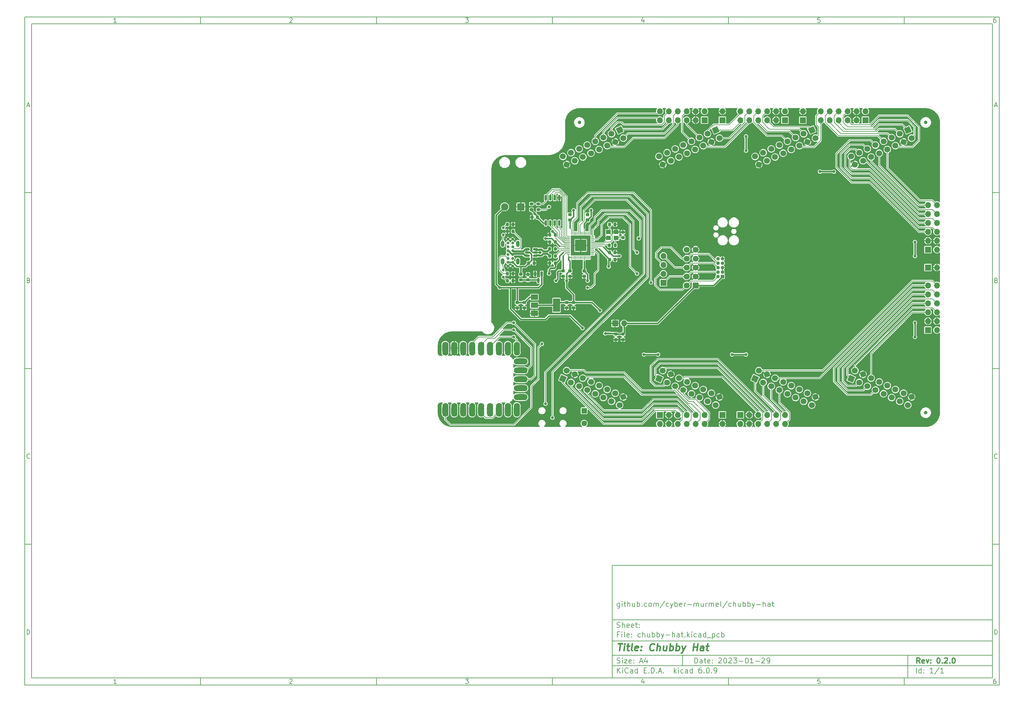
<source format=gbr>
%TF.GenerationSoftware,KiCad,Pcbnew,6.0.9*%
%TF.CreationDate,2023-01-30T01:56:59+01:00*%
%TF.ProjectId,chubby-hat,63687562-6279-42d6-9861-742e6b696361,0.2.0*%
%TF.SameCoordinates,Original*%
%TF.FileFunction,Copper,L2,Bot*%
%TF.FilePolarity,Positive*%
%FSLAX46Y46*%
G04 Gerber Fmt 4.6, Leading zero omitted, Abs format (unit mm)*
G04 Created by KiCad (PCBNEW 6.0.9) date 2023-01-30 01:56:59*
%MOMM*%
%LPD*%
G01*
G04 APERTURE LIST*
G04 Aperture macros list*
%AMRoundRect*
0 Rectangle with rounded corners*
0 $1 Rounding radius*
0 $2 $3 $4 $5 $6 $7 $8 $9 X,Y pos of 4 corners*
0 Add a 4 corners polygon primitive as box body*
4,1,4,$2,$3,$4,$5,$6,$7,$8,$9,$2,$3,0*
0 Add four circle primitives for the rounded corners*
1,1,$1+$1,$2,$3*
1,1,$1+$1,$4,$5*
1,1,$1+$1,$6,$7*
1,1,$1+$1,$8,$9*
0 Add four rect primitives between the rounded corners*
20,1,$1+$1,$2,$3,$4,$5,0*
20,1,$1+$1,$4,$5,$6,$7,0*
20,1,$1+$1,$6,$7,$8,$9,0*
20,1,$1+$1,$8,$9,$2,$3,0*%
%AMHorizOval*
0 Thick line with rounded ends*
0 $1 width*
0 $2 $3 position (X,Y) of the first rounded end (center of the circle)*
0 $4 $5 position (X,Y) of the second rounded end (center of the circle)*
0 Add line between two ends*
20,1,$1,$2,$3,$4,$5,0*
0 Add two circle primitives to create the rounded ends*
1,1,$1,$2,$3*
1,1,$1,$4,$5*%
%AMRotRect*
0 Rectangle, with rotation*
0 The origin of the aperture is its center*
0 $1 length*
0 $2 width*
0 $3 Rotation angle, in degrees counterclockwise*
0 Add horizontal line*
21,1,$1,$2,0,0,$3*%
G04 Aperture macros list end*
%ADD10C,0.100000*%
%ADD11C,0.150000*%
%ADD12C,0.300000*%
%ADD13C,0.400000*%
%TA.AperFunction,SMDPad,CuDef*%
%ADD14C,1.000000*%
%TD*%
%TA.AperFunction,ComponentPad*%
%ADD15C,0.800000*%
%TD*%
%TA.AperFunction,ComponentPad*%
%ADD16O,1.000000X1.800000*%
%TD*%
%TA.AperFunction,ComponentPad*%
%ADD17R,1.700000X1.700000*%
%TD*%
%TA.AperFunction,ComponentPad*%
%ADD18O,1.700000X1.700000*%
%TD*%
%TA.AperFunction,ComponentPad*%
%ADD19C,1.778000*%
%TD*%
%TA.AperFunction,ComponentPad*%
%ADD20RoundRect,0.250001X0.799999X0.799999X-0.799999X0.799999X-0.799999X-0.799999X0.799999X-0.799999X0*%
%TD*%
%TA.AperFunction,ComponentPad*%
%ADD21C,2.100000*%
%TD*%
%TA.AperFunction,ComponentPad*%
%ADD22RoundRect,0.250000X-0.550000X0.550000X-0.550000X-0.550000X0.550000X-0.550000X0.550000X0.550000X0*%
%TD*%
%TA.AperFunction,ComponentPad*%
%ADD23C,1.600000*%
%TD*%
%TA.AperFunction,ComponentPad*%
%ADD24RoundRect,0.250000X0.600000X0.600000X-0.600000X0.600000X-0.600000X-0.600000X0.600000X-0.600000X0*%
%TD*%
%TA.AperFunction,ComponentPad*%
%ADD25C,1.700000*%
%TD*%
%TA.AperFunction,ComponentPad*%
%ADD26R,1.000000X1.000000*%
%TD*%
%TA.AperFunction,ComponentPad*%
%ADD27O,1.000000X1.000000*%
%TD*%
%TA.AperFunction,SMDPad,CuDef*%
%ADD28R,1.400000X1.200000*%
%TD*%
%TA.AperFunction,SMDPad,CuDef*%
%ADD29RoundRect,0.225000X-0.225000X-0.250000X0.225000X-0.250000X0.225000X0.250000X-0.225000X0.250000X0*%
%TD*%
%TA.AperFunction,ComponentPad*%
%ADD30RotRect,1.700000X1.700000X245.000000*%
%TD*%
%TA.AperFunction,ComponentPad*%
%ADD31HorizOval,1.700000X0.000000X0.000000X0.000000X0.000000X0*%
%TD*%
%TA.AperFunction,SMDPad,CuDef*%
%ADD32RoundRect,0.200000X-0.200000X-0.275000X0.200000X-0.275000X0.200000X0.275000X-0.200000X0.275000X0*%
%TD*%
%TA.AperFunction,SMDPad,CuDef*%
%ADD33RoundRect,0.200000X0.200000X0.275000X-0.200000X0.275000X-0.200000X-0.275000X0.200000X-0.275000X0*%
%TD*%
%TA.AperFunction,ComponentPad*%
%ADD34RotRect,1.700000X1.700000X115.000000*%
%TD*%
%TA.AperFunction,ComponentPad*%
%ADD35HorizOval,1.700000X0.000000X0.000000X0.000000X0.000000X0*%
%TD*%
%TA.AperFunction,SMDPad,CuDef*%
%ADD36RoundRect,0.218750X0.256250X-0.218750X0.256250X0.218750X-0.256250X0.218750X-0.256250X-0.218750X0*%
%TD*%
%TA.AperFunction,SMDPad,CuDef*%
%ADD37C,0.500000*%
%TD*%
%TA.AperFunction,SMDPad,CuDef*%
%ADD38RoundRect,0.225000X0.250000X-0.225000X0.250000X0.225000X-0.250000X0.225000X-0.250000X-0.225000X0*%
%TD*%
%TA.AperFunction,SMDPad,CuDef*%
%ADD39RoundRect,0.225000X0.225000X0.250000X-0.225000X0.250000X-0.225000X-0.250000X0.225000X-0.250000X0*%
%TD*%
%TA.AperFunction,SMDPad,CuDef*%
%ADD40RoundRect,0.225000X-0.250000X0.225000X-0.250000X-0.225000X0.250000X-0.225000X0.250000X0.225000X0*%
%TD*%
%TA.AperFunction,SMDPad,CuDef*%
%ADD41RoundRect,0.150000X0.512500X0.150000X-0.512500X0.150000X-0.512500X-0.150000X0.512500X-0.150000X0*%
%TD*%
%TA.AperFunction,SMDPad,CuDef*%
%ADD42RoundRect,0.050000X-0.050000X0.387500X-0.050000X-0.387500X0.050000X-0.387500X0.050000X0.387500X0*%
%TD*%
%TA.AperFunction,SMDPad,CuDef*%
%ADD43RoundRect,0.050000X-0.387500X0.050000X-0.387500X-0.050000X0.387500X-0.050000X0.387500X0.050000X0*%
%TD*%
%TA.AperFunction,SMDPad,CuDef*%
%ADD44R,3.200000X3.200000*%
%TD*%
%TA.AperFunction,SMDPad,CuDef*%
%ADD45RoundRect,0.150000X-0.150000X0.650000X-0.150000X-0.650000X0.150000X-0.650000X0.150000X0.650000X0*%
%TD*%
%TA.AperFunction,SMDPad,CuDef*%
%ADD46R,2.000000X1.500000*%
%TD*%
%TA.AperFunction,SMDPad,CuDef*%
%ADD47R,2.000000X3.800000*%
%TD*%
%TA.AperFunction,SMDPad,CuDef*%
%ADD48RoundRect,0.200000X0.275000X-0.200000X0.275000X0.200000X-0.275000X0.200000X-0.275000X-0.200000X0*%
%TD*%
%TA.AperFunction,SMDPad,CuDef*%
%ADD49O,1.778000X3.556000*%
%TD*%
%TA.AperFunction,SMDPad,CuDef*%
%ADD50O,3.556000X1.778000*%
%TD*%
%TA.AperFunction,SMDPad,CuDef*%
%ADD51RoundRect,0.150000X-0.150000X0.587500X-0.150000X-0.587500X0.150000X-0.587500X0.150000X0.587500X0*%
%TD*%
%TA.AperFunction,ViaPad*%
%ADD52C,0.800000*%
%TD*%
%TA.AperFunction,Conductor*%
%ADD53C,0.160000*%
%TD*%
%TA.AperFunction,Conductor*%
%ADD54C,0.400000*%
%TD*%
%TA.AperFunction,Conductor*%
%ADD55C,0.200000*%
%TD*%
%TA.AperFunction,Conductor*%
%ADD56C,0.600000*%
%TD*%
G04 APERTURE END LIST*
D10*
D11*
X177002200Y-166007200D02*
X177002200Y-198007200D01*
X285002200Y-198007200D01*
X285002200Y-166007200D01*
X177002200Y-166007200D01*
D10*
D11*
X10000000Y-10000000D02*
X10000000Y-200007200D01*
X287002200Y-200007200D01*
X287002200Y-10000000D01*
X10000000Y-10000000D01*
D10*
D11*
X12000000Y-12000000D02*
X12000000Y-198007200D01*
X285002200Y-198007200D01*
X285002200Y-12000000D01*
X12000000Y-12000000D01*
D10*
D11*
X60000000Y-12000000D02*
X60000000Y-10000000D01*
D10*
D11*
X110000000Y-12000000D02*
X110000000Y-10000000D01*
D10*
D11*
X160000000Y-12000000D02*
X160000000Y-10000000D01*
D10*
D11*
X210000000Y-12000000D02*
X210000000Y-10000000D01*
D10*
D11*
X260000000Y-12000000D02*
X260000000Y-10000000D01*
D10*
D11*
X36065476Y-11588095D02*
X35322619Y-11588095D01*
X35694047Y-11588095D02*
X35694047Y-10288095D01*
X35570238Y-10473809D01*
X35446428Y-10597619D01*
X35322619Y-10659523D01*
D10*
D11*
X85322619Y-10411904D02*
X85384523Y-10350000D01*
X85508333Y-10288095D01*
X85817857Y-10288095D01*
X85941666Y-10350000D01*
X86003571Y-10411904D01*
X86065476Y-10535714D01*
X86065476Y-10659523D01*
X86003571Y-10845238D01*
X85260714Y-11588095D01*
X86065476Y-11588095D01*
D10*
D11*
X135260714Y-10288095D02*
X136065476Y-10288095D01*
X135632142Y-10783333D01*
X135817857Y-10783333D01*
X135941666Y-10845238D01*
X136003571Y-10907142D01*
X136065476Y-11030952D01*
X136065476Y-11340476D01*
X136003571Y-11464285D01*
X135941666Y-11526190D01*
X135817857Y-11588095D01*
X135446428Y-11588095D01*
X135322619Y-11526190D01*
X135260714Y-11464285D01*
D10*
D11*
X185941666Y-10721428D02*
X185941666Y-11588095D01*
X185632142Y-10226190D02*
X185322619Y-11154761D01*
X186127380Y-11154761D01*
D10*
D11*
X236003571Y-10288095D02*
X235384523Y-10288095D01*
X235322619Y-10907142D01*
X235384523Y-10845238D01*
X235508333Y-10783333D01*
X235817857Y-10783333D01*
X235941666Y-10845238D01*
X236003571Y-10907142D01*
X236065476Y-11030952D01*
X236065476Y-11340476D01*
X236003571Y-11464285D01*
X235941666Y-11526190D01*
X235817857Y-11588095D01*
X235508333Y-11588095D01*
X235384523Y-11526190D01*
X235322619Y-11464285D01*
D10*
D11*
X285941666Y-10288095D02*
X285694047Y-10288095D01*
X285570238Y-10350000D01*
X285508333Y-10411904D01*
X285384523Y-10597619D01*
X285322619Y-10845238D01*
X285322619Y-11340476D01*
X285384523Y-11464285D01*
X285446428Y-11526190D01*
X285570238Y-11588095D01*
X285817857Y-11588095D01*
X285941666Y-11526190D01*
X286003571Y-11464285D01*
X286065476Y-11340476D01*
X286065476Y-11030952D01*
X286003571Y-10907142D01*
X285941666Y-10845238D01*
X285817857Y-10783333D01*
X285570238Y-10783333D01*
X285446428Y-10845238D01*
X285384523Y-10907142D01*
X285322619Y-11030952D01*
D10*
D11*
X60000000Y-198007200D02*
X60000000Y-200007200D01*
D10*
D11*
X110000000Y-198007200D02*
X110000000Y-200007200D01*
D10*
D11*
X160000000Y-198007200D02*
X160000000Y-200007200D01*
D10*
D11*
X210000000Y-198007200D02*
X210000000Y-200007200D01*
D10*
D11*
X260000000Y-198007200D02*
X260000000Y-200007200D01*
D10*
D11*
X36065476Y-199595295D02*
X35322619Y-199595295D01*
X35694047Y-199595295D02*
X35694047Y-198295295D01*
X35570238Y-198481009D01*
X35446428Y-198604819D01*
X35322619Y-198666723D01*
D10*
D11*
X85322619Y-198419104D02*
X85384523Y-198357200D01*
X85508333Y-198295295D01*
X85817857Y-198295295D01*
X85941666Y-198357200D01*
X86003571Y-198419104D01*
X86065476Y-198542914D01*
X86065476Y-198666723D01*
X86003571Y-198852438D01*
X85260714Y-199595295D01*
X86065476Y-199595295D01*
D10*
D11*
X135260714Y-198295295D02*
X136065476Y-198295295D01*
X135632142Y-198790533D01*
X135817857Y-198790533D01*
X135941666Y-198852438D01*
X136003571Y-198914342D01*
X136065476Y-199038152D01*
X136065476Y-199347676D01*
X136003571Y-199471485D01*
X135941666Y-199533390D01*
X135817857Y-199595295D01*
X135446428Y-199595295D01*
X135322619Y-199533390D01*
X135260714Y-199471485D01*
D10*
D11*
X185941666Y-198728628D02*
X185941666Y-199595295D01*
X185632142Y-198233390D02*
X185322619Y-199161961D01*
X186127380Y-199161961D01*
D10*
D11*
X236003571Y-198295295D02*
X235384523Y-198295295D01*
X235322619Y-198914342D01*
X235384523Y-198852438D01*
X235508333Y-198790533D01*
X235817857Y-198790533D01*
X235941666Y-198852438D01*
X236003571Y-198914342D01*
X236065476Y-199038152D01*
X236065476Y-199347676D01*
X236003571Y-199471485D01*
X235941666Y-199533390D01*
X235817857Y-199595295D01*
X235508333Y-199595295D01*
X235384523Y-199533390D01*
X235322619Y-199471485D01*
D10*
D11*
X285941666Y-198295295D02*
X285694047Y-198295295D01*
X285570238Y-198357200D01*
X285508333Y-198419104D01*
X285384523Y-198604819D01*
X285322619Y-198852438D01*
X285322619Y-199347676D01*
X285384523Y-199471485D01*
X285446428Y-199533390D01*
X285570238Y-199595295D01*
X285817857Y-199595295D01*
X285941666Y-199533390D01*
X286003571Y-199471485D01*
X286065476Y-199347676D01*
X286065476Y-199038152D01*
X286003571Y-198914342D01*
X285941666Y-198852438D01*
X285817857Y-198790533D01*
X285570238Y-198790533D01*
X285446428Y-198852438D01*
X285384523Y-198914342D01*
X285322619Y-199038152D01*
D10*
D11*
X10000000Y-60000000D02*
X12000000Y-60000000D01*
D10*
D11*
X10000000Y-110000000D02*
X12000000Y-110000000D01*
D10*
D11*
X10000000Y-160000000D02*
X12000000Y-160000000D01*
D10*
D11*
X10690476Y-35216666D02*
X11309523Y-35216666D01*
X10566666Y-35588095D02*
X11000000Y-34288095D01*
X11433333Y-35588095D01*
D10*
D11*
X11092857Y-84907142D02*
X11278571Y-84969047D01*
X11340476Y-85030952D01*
X11402380Y-85154761D01*
X11402380Y-85340476D01*
X11340476Y-85464285D01*
X11278571Y-85526190D01*
X11154761Y-85588095D01*
X10659523Y-85588095D01*
X10659523Y-84288095D01*
X11092857Y-84288095D01*
X11216666Y-84350000D01*
X11278571Y-84411904D01*
X11340476Y-84535714D01*
X11340476Y-84659523D01*
X11278571Y-84783333D01*
X11216666Y-84845238D01*
X11092857Y-84907142D01*
X10659523Y-84907142D01*
D10*
D11*
X11402380Y-135464285D02*
X11340476Y-135526190D01*
X11154761Y-135588095D01*
X11030952Y-135588095D01*
X10845238Y-135526190D01*
X10721428Y-135402380D01*
X10659523Y-135278571D01*
X10597619Y-135030952D01*
X10597619Y-134845238D01*
X10659523Y-134597619D01*
X10721428Y-134473809D01*
X10845238Y-134350000D01*
X11030952Y-134288095D01*
X11154761Y-134288095D01*
X11340476Y-134350000D01*
X11402380Y-134411904D01*
D10*
D11*
X10659523Y-185588095D02*
X10659523Y-184288095D01*
X10969047Y-184288095D01*
X11154761Y-184350000D01*
X11278571Y-184473809D01*
X11340476Y-184597619D01*
X11402380Y-184845238D01*
X11402380Y-185030952D01*
X11340476Y-185278571D01*
X11278571Y-185402380D01*
X11154761Y-185526190D01*
X10969047Y-185588095D01*
X10659523Y-185588095D01*
D10*
D11*
X287002200Y-60000000D02*
X285002200Y-60000000D01*
D10*
D11*
X287002200Y-110000000D02*
X285002200Y-110000000D01*
D10*
D11*
X287002200Y-160000000D02*
X285002200Y-160000000D01*
D10*
D11*
X285692676Y-35216666D02*
X286311723Y-35216666D01*
X285568866Y-35588095D02*
X286002200Y-34288095D01*
X286435533Y-35588095D01*
D10*
D11*
X286095057Y-84907142D02*
X286280771Y-84969047D01*
X286342676Y-85030952D01*
X286404580Y-85154761D01*
X286404580Y-85340476D01*
X286342676Y-85464285D01*
X286280771Y-85526190D01*
X286156961Y-85588095D01*
X285661723Y-85588095D01*
X285661723Y-84288095D01*
X286095057Y-84288095D01*
X286218866Y-84350000D01*
X286280771Y-84411904D01*
X286342676Y-84535714D01*
X286342676Y-84659523D01*
X286280771Y-84783333D01*
X286218866Y-84845238D01*
X286095057Y-84907142D01*
X285661723Y-84907142D01*
D10*
D11*
X286404580Y-135464285D02*
X286342676Y-135526190D01*
X286156961Y-135588095D01*
X286033152Y-135588095D01*
X285847438Y-135526190D01*
X285723628Y-135402380D01*
X285661723Y-135278571D01*
X285599819Y-135030952D01*
X285599819Y-134845238D01*
X285661723Y-134597619D01*
X285723628Y-134473809D01*
X285847438Y-134350000D01*
X286033152Y-134288095D01*
X286156961Y-134288095D01*
X286342676Y-134350000D01*
X286404580Y-134411904D01*
D10*
D11*
X285661723Y-185588095D02*
X285661723Y-184288095D01*
X285971247Y-184288095D01*
X286156961Y-184350000D01*
X286280771Y-184473809D01*
X286342676Y-184597619D01*
X286404580Y-184845238D01*
X286404580Y-185030952D01*
X286342676Y-185278571D01*
X286280771Y-185402380D01*
X286156961Y-185526190D01*
X285971247Y-185588095D01*
X285661723Y-185588095D01*
D10*
D11*
X200434342Y-193785771D02*
X200434342Y-192285771D01*
X200791485Y-192285771D01*
X201005771Y-192357200D01*
X201148628Y-192500057D01*
X201220057Y-192642914D01*
X201291485Y-192928628D01*
X201291485Y-193142914D01*
X201220057Y-193428628D01*
X201148628Y-193571485D01*
X201005771Y-193714342D01*
X200791485Y-193785771D01*
X200434342Y-193785771D01*
X202577200Y-193785771D02*
X202577200Y-193000057D01*
X202505771Y-192857200D01*
X202362914Y-192785771D01*
X202077200Y-192785771D01*
X201934342Y-192857200D01*
X202577200Y-193714342D02*
X202434342Y-193785771D01*
X202077200Y-193785771D01*
X201934342Y-193714342D01*
X201862914Y-193571485D01*
X201862914Y-193428628D01*
X201934342Y-193285771D01*
X202077200Y-193214342D01*
X202434342Y-193214342D01*
X202577200Y-193142914D01*
X203077200Y-192785771D02*
X203648628Y-192785771D01*
X203291485Y-192285771D02*
X203291485Y-193571485D01*
X203362914Y-193714342D01*
X203505771Y-193785771D01*
X203648628Y-193785771D01*
X204720057Y-193714342D02*
X204577200Y-193785771D01*
X204291485Y-193785771D01*
X204148628Y-193714342D01*
X204077200Y-193571485D01*
X204077200Y-193000057D01*
X204148628Y-192857200D01*
X204291485Y-192785771D01*
X204577200Y-192785771D01*
X204720057Y-192857200D01*
X204791485Y-193000057D01*
X204791485Y-193142914D01*
X204077200Y-193285771D01*
X205434342Y-193642914D02*
X205505771Y-193714342D01*
X205434342Y-193785771D01*
X205362914Y-193714342D01*
X205434342Y-193642914D01*
X205434342Y-193785771D01*
X205434342Y-192857200D02*
X205505771Y-192928628D01*
X205434342Y-193000057D01*
X205362914Y-192928628D01*
X205434342Y-192857200D01*
X205434342Y-193000057D01*
X207220057Y-192428628D02*
X207291485Y-192357200D01*
X207434342Y-192285771D01*
X207791485Y-192285771D01*
X207934342Y-192357200D01*
X208005771Y-192428628D01*
X208077200Y-192571485D01*
X208077200Y-192714342D01*
X208005771Y-192928628D01*
X207148628Y-193785771D01*
X208077200Y-193785771D01*
X209005771Y-192285771D02*
X209148628Y-192285771D01*
X209291485Y-192357200D01*
X209362914Y-192428628D01*
X209434342Y-192571485D01*
X209505771Y-192857200D01*
X209505771Y-193214342D01*
X209434342Y-193500057D01*
X209362914Y-193642914D01*
X209291485Y-193714342D01*
X209148628Y-193785771D01*
X209005771Y-193785771D01*
X208862914Y-193714342D01*
X208791485Y-193642914D01*
X208720057Y-193500057D01*
X208648628Y-193214342D01*
X208648628Y-192857200D01*
X208720057Y-192571485D01*
X208791485Y-192428628D01*
X208862914Y-192357200D01*
X209005771Y-192285771D01*
X210077200Y-192428628D02*
X210148628Y-192357200D01*
X210291485Y-192285771D01*
X210648628Y-192285771D01*
X210791485Y-192357200D01*
X210862914Y-192428628D01*
X210934342Y-192571485D01*
X210934342Y-192714342D01*
X210862914Y-192928628D01*
X210005771Y-193785771D01*
X210934342Y-193785771D01*
X211434342Y-192285771D02*
X212362914Y-192285771D01*
X211862914Y-192857200D01*
X212077200Y-192857200D01*
X212220057Y-192928628D01*
X212291485Y-193000057D01*
X212362914Y-193142914D01*
X212362914Y-193500057D01*
X212291485Y-193642914D01*
X212220057Y-193714342D01*
X212077200Y-193785771D01*
X211648628Y-193785771D01*
X211505771Y-193714342D01*
X211434342Y-193642914D01*
X213005771Y-193214342D02*
X214148628Y-193214342D01*
X215148628Y-192285771D02*
X215291485Y-192285771D01*
X215434342Y-192357200D01*
X215505771Y-192428628D01*
X215577200Y-192571485D01*
X215648628Y-192857200D01*
X215648628Y-193214342D01*
X215577200Y-193500057D01*
X215505771Y-193642914D01*
X215434342Y-193714342D01*
X215291485Y-193785771D01*
X215148628Y-193785771D01*
X215005771Y-193714342D01*
X214934342Y-193642914D01*
X214862914Y-193500057D01*
X214791485Y-193214342D01*
X214791485Y-192857200D01*
X214862914Y-192571485D01*
X214934342Y-192428628D01*
X215005771Y-192357200D01*
X215148628Y-192285771D01*
X217077200Y-193785771D02*
X216220057Y-193785771D01*
X216648628Y-193785771D02*
X216648628Y-192285771D01*
X216505771Y-192500057D01*
X216362914Y-192642914D01*
X216220057Y-192714342D01*
X217720057Y-193214342D02*
X218862914Y-193214342D01*
X219505771Y-192428628D02*
X219577200Y-192357200D01*
X219720057Y-192285771D01*
X220077200Y-192285771D01*
X220220057Y-192357200D01*
X220291485Y-192428628D01*
X220362914Y-192571485D01*
X220362914Y-192714342D01*
X220291485Y-192928628D01*
X219434342Y-193785771D01*
X220362914Y-193785771D01*
X221077200Y-193785771D02*
X221362914Y-193785771D01*
X221505771Y-193714342D01*
X221577200Y-193642914D01*
X221720057Y-193428628D01*
X221791485Y-193142914D01*
X221791485Y-192571485D01*
X221720057Y-192428628D01*
X221648628Y-192357200D01*
X221505771Y-192285771D01*
X221220057Y-192285771D01*
X221077200Y-192357200D01*
X221005771Y-192428628D01*
X220934342Y-192571485D01*
X220934342Y-192928628D01*
X221005771Y-193071485D01*
X221077200Y-193142914D01*
X221220057Y-193214342D01*
X221505771Y-193214342D01*
X221648628Y-193142914D01*
X221720057Y-193071485D01*
X221791485Y-192928628D01*
D10*
D11*
X177002200Y-194507200D02*
X285002200Y-194507200D01*
D10*
D11*
X178434342Y-196585771D02*
X178434342Y-195085771D01*
X179291485Y-196585771D02*
X178648628Y-195728628D01*
X179291485Y-195085771D02*
X178434342Y-195942914D01*
X179934342Y-196585771D02*
X179934342Y-195585771D01*
X179934342Y-195085771D02*
X179862914Y-195157200D01*
X179934342Y-195228628D01*
X180005771Y-195157200D01*
X179934342Y-195085771D01*
X179934342Y-195228628D01*
X181505771Y-196442914D02*
X181434342Y-196514342D01*
X181220057Y-196585771D01*
X181077200Y-196585771D01*
X180862914Y-196514342D01*
X180720057Y-196371485D01*
X180648628Y-196228628D01*
X180577200Y-195942914D01*
X180577200Y-195728628D01*
X180648628Y-195442914D01*
X180720057Y-195300057D01*
X180862914Y-195157200D01*
X181077200Y-195085771D01*
X181220057Y-195085771D01*
X181434342Y-195157200D01*
X181505771Y-195228628D01*
X182791485Y-196585771D02*
X182791485Y-195800057D01*
X182720057Y-195657200D01*
X182577200Y-195585771D01*
X182291485Y-195585771D01*
X182148628Y-195657200D01*
X182791485Y-196514342D02*
X182648628Y-196585771D01*
X182291485Y-196585771D01*
X182148628Y-196514342D01*
X182077200Y-196371485D01*
X182077200Y-196228628D01*
X182148628Y-196085771D01*
X182291485Y-196014342D01*
X182648628Y-196014342D01*
X182791485Y-195942914D01*
X184148628Y-196585771D02*
X184148628Y-195085771D01*
X184148628Y-196514342D02*
X184005771Y-196585771D01*
X183720057Y-196585771D01*
X183577200Y-196514342D01*
X183505771Y-196442914D01*
X183434342Y-196300057D01*
X183434342Y-195871485D01*
X183505771Y-195728628D01*
X183577200Y-195657200D01*
X183720057Y-195585771D01*
X184005771Y-195585771D01*
X184148628Y-195657200D01*
X186005771Y-195800057D02*
X186505771Y-195800057D01*
X186720057Y-196585771D02*
X186005771Y-196585771D01*
X186005771Y-195085771D01*
X186720057Y-195085771D01*
X187362914Y-196442914D02*
X187434342Y-196514342D01*
X187362914Y-196585771D01*
X187291485Y-196514342D01*
X187362914Y-196442914D01*
X187362914Y-196585771D01*
X188077200Y-196585771D02*
X188077200Y-195085771D01*
X188434342Y-195085771D01*
X188648628Y-195157200D01*
X188791485Y-195300057D01*
X188862914Y-195442914D01*
X188934342Y-195728628D01*
X188934342Y-195942914D01*
X188862914Y-196228628D01*
X188791485Y-196371485D01*
X188648628Y-196514342D01*
X188434342Y-196585771D01*
X188077200Y-196585771D01*
X189577200Y-196442914D02*
X189648628Y-196514342D01*
X189577200Y-196585771D01*
X189505771Y-196514342D01*
X189577200Y-196442914D01*
X189577200Y-196585771D01*
X190220057Y-196157200D02*
X190934342Y-196157200D01*
X190077200Y-196585771D02*
X190577200Y-195085771D01*
X191077200Y-196585771D01*
X191577200Y-196442914D02*
X191648628Y-196514342D01*
X191577200Y-196585771D01*
X191505771Y-196514342D01*
X191577200Y-196442914D01*
X191577200Y-196585771D01*
X194577200Y-196585771D02*
X194577200Y-195085771D01*
X194720057Y-196014342D02*
X195148628Y-196585771D01*
X195148628Y-195585771D02*
X194577200Y-196157200D01*
X195791485Y-196585771D02*
X195791485Y-195585771D01*
X195791485Y-195085771D02*
X195720057Y-195157200D01*
X195791485Y-195228628D01*
X195862914Y-195157200D01*
X195791485Y-195085771D01*
X195791485Y-195228628D01*
X197148628Y-196514342D02*
X197005771Y-196585771D01*
X196720057Y-196585771D01*
X196577200Y-196514342D01*
X196505771Y-196442914D01*
X196434342Y-196300057D01*
X196434342Y-195871485D01*
X196505771Y-195728628D01*
X196577200Y-195657200D01*
X196720057Y-195585771D01*
X197005771Y-195585771D01*
X197148628Y-195657200D01*
X198434342Y-196585771D02*
X198434342Y-195800057D01*
X198362914Y-195657200D01*
X198220057Y-195585771D01*
X197934342Y-195585771D01*
X197791485Y-195657200D01*
X198434342Y-196514342D02*
X198291485Y-196585771D01*
X197934342Y-196585771D01*
X197791485Y-196514342D01*
X197720057Y-196371485D01*
X197720057Y-196228628D01*
X197791485Y-196085771D01*
X197934342Y-196014342D01*
X198291485Y-196014342D01*
X198434342Y-195942914D01*
X199791485Y-196585771D02*
X199791485Y-195085771D01*
X199791485Y-196514342D02*
X199648628Y-196585771D01*
X199362914Y-196585771D01*
X199220057Y-196514342D01*
X199148628Y-196442914D01*
X199077200Y-196300057D01*
X199077200Y-195871485D01*
X199148628Y-195728628D01*
X199220057Y-195657200D01*
X199362914Y-195585771D01*
X199648628Y-195585771D01*
X199791485Y-195657200D01*
X202291485Y-195085771D02*
X202005771Y-195085771D01*
X201862914Y-195157200D01*
X201791485Y-195228628D01*
X201648628Y-195442914D01*
X201577200Y-195728628D01*
X201577200Y-196300057D01*
X201648628Y-196442914D01*
X201720057Y-196514342D01*
X201862914Y-196585771D01*
X202148628Y-196585771D01*
X202291485Y-196514342D01*
X202362914Y-196442914D01*
X202434342Y-196300057D01*
X202434342Y-195942914D01*
X202362914Y-195800057D01*
X202291485Y-195728628D01*
X202148628Y-195657200D01*
X201862914Y-195657200D01*
X201720057Y-195728628D01*
X201648628Y-195800057D01*
X201577200Y-195942914D01*
X203077200Y-196442914D02*
X203148628Y-196514342D01*
X203077200Y-196585771D01*
X203005771Y-196514342D01*
X203077200Y-196442914D01*
X203077200Y-196585771D01*
X204077200Y-195085771D02*
X204220057Y-195085771D01*
X204362914Y-195157200D01*
X204434342Y-195228628D01*
X204505771Y-195371485D01*
X204577200Y-195657200D01*
X204577200Y-196014342D01*
X204505771Y-196300057D01*
X204434342Y-196442914D01*
X204362914Y-196514342D01*
X204220057Y-196585771D01*
X204077200Y-196585771D01*
X203934342Y-196514342D01*
X203862914Y-196442914D01*
X203791485Y-196300057D01*
X203720057Y-196014342D01*
X203720057Y-195657200D01*
X203791485Y-195371485D01*
X203862914Y-195228628D01*
X203934342Y-195157200D01*
X204077200Y-195085771D01*
X205220057Y-196442914D02*
X205291485Y-196514342D01*
X205220057Y-196585771D01*
X205148628Y-196514342D01*
X205220057Y-196442914D01*
X205220057Y-196585771D01*
X206005771Y-196585771D02*
X206291485Y-196585771D01*
X206434342Y-196514342D01*
X206505771Y-196442914D01*
X206648628Y-196228628D01*
X206720057Y-195942914D01*
X206720057Y-195371485D01*
X206648628Y-195228628D01*
X206577200Y-195157200D01*
X206434342Y-195085771D01*
X206148628Y-195085771D01*
X206005771Y-195157200D01*
X205934342Y-195228628D01*
X205862914Y-195371485D01*
X205862914Y-195728628D01*
X205934342Y-195871485D01*
X206005771Y-195942914D01*
X206148628Y-196014342D01*
X206434342Y-196014342D01*
X206577200Y-195942914D01*
X206648628Y-195871485D01*
X206720057Y-195728628D01*
D10*
D11*
X177002200Y-191507200D02*
X285002200Y-191507200D01*
D10*
D12*
X264411485Y-193785771D02*
X263911485Y-193071485D01*
X263554342Y-193785771D02*
X263554342Y-192285771D01*
X264125771Y-192285771D01*
X264268628Y-192357200D01*
X264340057Y-192428628D01*
X264411485Y-192571485D01*
X264411485Y-192785771D01*
X264340057Y-192928628D01*
X264268628Y-193000057D01*
X264125771Y-193071485D01*
X263554342Y-193071485D01*
X265625771Y-193714342D02*
X265482914Y-193785771D01*
X265197200Y-193785771D01*
X265054342Y-193714342D01*
X264982914Y-193571485D01*
X264982914Y-193000057D01*
X265054342Y-192857200D01*
X265197200Y-192785771D01*
X265482914Y-192785771D01*
X265625771Y-192857200D01*
X265697200Y-193000057D01*
X265697200Y-193142914D01*
X264982914Y-193285771D01*
X266197200Y-192785771D02*
X266554342Y-193785771D01*
X266911485Y-192785771D01*
X267482914Y-193642914D02*
X267554342Y-193714342D01*
X267482914Y-193785771D01*
X267411485Y-193714342D01*
X267482914Y-193642914D01*
X267482914Y-193785771D01*
X267482914Y-192857200D02*
X267554342Y-192928628D01*
X267482914Y-193000057D01*
X267411485Y-192928628D01*
X267482914Y-192857200D01*
X267482914Y-193000057D01*
X269625771Y-192285771D02*
X269768628Y-192285771D01*
X269911485Y-192357200D01*
X269982914Y-192428628D01*
X270054342Y-192571485D01*
X270125771Y-192857200D01*
X270125771Y-193214342D01*
X270054342Y-193500057D01*
X269982914Y-193642914D01*
X269911485Y-193714342D01*
X269768628Y-193785771D01*
X269625771Y-193785771D01*
X269482914Y-193714342D01*
X269411485Y-193642914D01*
X269340057Y-193500057D01*
X269268628Y-193214342D01*
X269268628Y-192857200D01*
X269340057Y-192571485D01*
X269411485Y-192428628D01*
X269482914Y-192357200D01*
X269625771Y-192285771D01*
X270768628Y-193642914D02*
X270840057Y-193714342D01*
X270768628Y-193785771D01*
X270697200Y-193714342D01*
X270768628Y-193642914D01*
X270768628Y-193785771D01*
X271411485Y-192428628D02*
X271482914Y-192357200D01*
X271625771Y-192285771D01*
X271982914Y-192285771D01*
X272125771Y-192357200D01*
X272197200Y-192428628D01*
X272268628Y-192571485D01*
X272268628Y-192714342D01*
X272197200Y-192928628D01*
X271340057Y-193785771D01*
X272268628Y-193785771D01*
X272911485Y-193642914D02*
X272982914Y-193714342D01*
X272911485Y-193785771D01*
X272840057Y-193714342D01*
X272911485Y-193642914D01*
X272911485Y-193785771D01*
X273911485Y-192285771D02*
X274054342Y-192285771D01*
X274197200Y-192357200D01*
X274268628Y-192428628D01*
X274340057Y-192571485D01*
X274411485Y-192857200D01*
X274411485Y-193214342D01*
X274340057Y-193500057D01*
X274268628Y-193642914D01*
X274197200Y-193714342D01*
X274054342Y-193785771D01*
X273911485Y-193785771D01*
X273768628Y-193714342D01*
X273697200Y-193642914D01*
X273625771Y-193500057D01*
X273554342Y-193214342D01*
X273554342Y-192857200D01*
X273625771Y-192571485D01*
X273697200Y-192428628D01*
X273768628Y-192357200D01*
X273911485Y-192285771D01*
D10*
D11*
X178362914Y-193714342D02*
X178577200Y-193785771D01*
X178934342Y-193785771D01*
X179077200Y-193714342D01*
X179148628Y-193642914D01*
X179220057Y-193500057D01*
X179220057Y-193357200D01*
X179148628Y-193214342D01*
X179077200Y-193142914D01*
X178934342Y-193071485D01*
X178648628Y-193000057D01*
X178505771Y-192928628D01*
X178434342Y-192857200D01*
X178362914Y-192714342D01*
X178362914Y-192571485D01*
X178434342Y-192428628D01*
X178505771Y-192357200D01*
X178648628Y-192285771D01*
X179005771Y-192285771D01*
X179220057Y-192357200D01*
X179862914Y-193785771D02*
X179862914Y-192785771D01*
X179862914Y-192285771D02*
X179791485Y-192357200D01*
X179862914Y-192428628D01*
X179934342Y-192357200D01*
X179862914Y-192285771D01*
X179862914Y-192428628D01*
X180434342Y-192785771D02*
X181220057Y-192785771D01*
X180434342Y-193785771D01*
X181220057Y-193785771D01*
X182362914Y-193714342D02*
X182220057Y-193785771D01*
X181934342Y-193785771D01*
X181791485Y-193714342D01*
X181720057Y-193571485D01*
X181720057Y-193000057D01*
X181791485Y-192857200D01*
X181934342Y-192785771D01*
X182220057Y-192785771D01*
X182362914Y-192857200D01*
X182434342Y-193000057D01*
X182434342Y-193142914D01*
X181720057Y-193285771D01*
X183077200Y-193642914D02*
X183148628Y-193714342D01*
X183077200Y-193785771D01*
X183005771Y-193714342D01*
X183077200Y-193642914D01*
X183077200Y-193785771D01*
X183077200Y-192857200D02*
X183148628Y-192928628D01*
X183077200Y-193000057D01*
X183005771Y-192928628D01*
X183077200Y-192857200D01*
X183077200Y-193000057D01*
X184862914Y-193357200D02*
X185577200Y-193357200D01*
X184720057Y-193785771D02*
X185220057Y-192285771D01*
X185720057Y-193785771D01*
X186862914Y-192785771D02*
X186862914Y-193785771D01*
X186505771Y-192214342D02*
X186148628Y-193285771D01*
X187077200Y-193285771D01*
D10*
D11*
X263434342Y-196585771D02*
X263434342Y-195085771D01*
X264791485Y-196585771D02*
X264791485Y-195085771D01*
X264791485Y-196514342D02*
X264648628Y-196585771D01*
X264362914Y-196585771D01*
X264220057Y-196514342D01*
X264148628Y-196442914D01*
X264077200Y-196300057D01*
X264077200Y-195871485D01*
X264148628Y-195728628D01*
X264220057Y-195657200D01*
X264362914Y-195585771D01*
X264648628Y-195585771D01*
X264791485Y-195657200D01*
X265505771Y-196442914D02*
X265577200Y-196514342D01*
X265505771Y-196585771D01*
X265434342Y-196514342D01*
X265505771Y-196442914D01*
X265505771Y-196585771D01*
X265505771Y-195657200D02*
X265577200Y-195728628D01*
X265505771Y-195800057D01*
X265434342Y-195728628D01*
X265505771Y-195657200D01*
X265505771Y-195800057D01*
X268148628Y-196585771D02*
X267291485Y-196585771D01*
X267720057Y-196585771D02*
X267720057Y-195085771D01*
X267577200Y-195300057D01*
X267434342Y-195442914D01*
X267291485Y-195514342D01*
X269862914Y-195014342D02*
X268577200Y-196942914D01*
X271148628Y-196585771D02*
X270291485Y-196585771D01*
X270720057Y-196585771D02*
X270720057Y-195085771D01*
X270577200Y-195300057D01*
X270434342Y-195442914D01*
X270291485Y-195514342D01*
D10*
D11*
X177002200Y-187507200D02*
X285002200Y-187507200D01*
D10*
D13*
X178714580Y-188211961D02*
X179857438Y-188211961D01*
X179036009Y-190211961D02*
X179286009Y-188211961D01*
X180274104Y-190211961D02*
X180440771Y-188878628D01*
X180524104Y-188211961D02*
X180416961Y-188307200D01*
X180500295Y-188402438D01*
X180607438Y-188307200D01*
X180524104Y-188211961D01*
X180500295Y-188402438D01*
X181107438Y-188878628D02*
X181869342Y-188878628D01*
X181476485Y-188211961D02*
X181262200Y-189926247D01*
X181333628Y-190116723D01*
X181512200Y-190211961D01*
X181702676Y-190211961D01*
X182655057Y-190211961D02*
X182476485Y-190116723D01*
X182405057Y-189926247D01*
X182619342Y-188211961D01*
X184190771Y-190116723D02*
X183988390Y-190211961D01*
X183607438Y-190211961D01*
X183428866Y-190116723D01*
X183357438Y-189926247D01*
X183452676Y-189164342D01*
X183571723Y-188973866D01*
X183774104Y-188878628D01*
X184155057Y-188878628D01*
X184333628Y-188973866D01*
X184405057Y-189164342D01*
X184381247Y-189354819D01*
X183405057Y-189545295D01*
X185155057Y-190021485D02*
X185238390Y-190116723D01*
X185131247Y-190211961D01*
X185047914Y-190116723D01*
X185155057Y-190021485D01*
X185131247Y-190211961D01*
X185286009Y-188973866D02*
X185369342Y-189069104D01*
X185262200Y-189164342D01*
X185178866Y-189069104D01*
X185286009Y-188973866D01*
X185262200Y-189164342D01*
X188774104Y-190021485D02*
X188666961Y-190116723D01*
X188369342Y-190211961D01*
X188178866Y-190211961D01*
X187905057Y-190116723D01*
X187738390Y-189926247D01*
X187666961Y-189735771D01*
X187619342Y-189354819D01*
X187655057Y-189069104D01*
X187797914Y-188688152D01*
X187916961Y-188497676D01*
X188131247Y-188307200D01*
X188428866Y-188211961D01*
X188619342Y-188211961D01*
X188893152Y-188307200D01*
X188976485Y-188402438D01*
X189607438Y-190211961D02*
X189857438Y-188211961D01*
X190464580Y-190211961D02*
X190595533Y-189164342D01*
X190524104Y-188973866D01*
X190345533Y-188878628D01*
X190059819Y-188878628D01*
X189857438Y-188973866D01*
X189750295Y-189069104D01*
X192440771Y-188878628D02*
X192274104Y-190211961D01*
X191583628Y-188878628D02*
X191452676Y-189926247D01*
X191524104Y-190116723D01*
X191702676Y-190211961D01*
X191988390Y-190211961D01*
X192190771Y-190116723D01*
X192297914Y-190021485D01*
X193226485Y-190211961D02*
X193476485Y-188211961D01*
X193381247Y-188973866D02*
X193583628Y-188878628D01*
X193964580Y-188878628D01*
X194143152Y-188973866D01*
X194226485Y-189069104D01*
X194297914Y-189259580D01*
X194226485Y-189831009D01*
X194107438Y-190021485D01*
X194000295Y-190116723D01*
X193797914Y-190211961D01*
X193416961Y-190211961D01*
X193238390Y-190116723D01*
X195036009Y-190211961D02*
X195286009Y-188211961D01*
X195190771Y-188973866D02*
X195393152Y-188878628D01*
X195774104Y-188878628D01*
X195952676Y-188973866D01*
X196036009Y-189069104D01*
X196107438Y-189259580D01*
X196036009Y-189831009D01*
X195916961Y-190021485D01*
X195809819Y-190116723D01*
X195607438Y-190211961D01*
X195226485Y-190211961D01*
X195047914Y-190116723D01*
X196821723Y-188878628D02*
X197131247Y-190211961D01*
X197774104Y-188878628D02*
X197131247Y-190211961D01*
X196881247Y-190688152D01*
X196774104Y-190783390D01*
X196571723Y-190878628D01*
X199893152Y-190211961D02*
X200143152Y-188211961D01*
X200024104Y-189164342D02*
X201166961Y-189164342D01*
X201036009Y-190211961D02*
X201286009Y-188211961D01*
X202845533Y-190211961D02*
X202976485Y-189164342D01*
X202905057Y-188973866D01*
X202726485Y-188878628D01*
X202345533Y-188878628D01*
X202143152Y-188973866D01*
X202857438Y-190116723D02*
X202655057Y-190211961D01*
X202178866Y-190211961D01*
X202000295Y-190116723D01*
X201928866Y-189926247D01*
X201952676Y-189735771D01*
X202071723Y-189545295D01*
X202274104Y-189450057D01*
X202750295Y-189450057D01*
X202952676Y-189354819D01*
X203678866Y-188878628D02*
X204440771Y-188878628D01*
X204047914Y-188211961D02*
X203833628Y-189926247D01*
X203905057Y-190116723D01*
X204083628Y-190211961D01*
X204274104Y-190211961D01*
D10*
D11*
X178934342Y-185600057D02*
X178434342Y-185600057D01*
X178434342Y-186385771D02*
X178434342Y-184885771D01*
X179148628Y-184885771D01*
X179720057Y-186385771D02*
X179720057Y-185385771D01*
X179720057Y-184885771D02*
X179648628Y-184957200D01*
X179720057Y-185028628D01*
X179791485Y-184957200D01*
X179720057Y-184885771D01*
X179720057Y-185028628D01*
X180648628Y-186385771D02*
X180505771Y-186314342D01*
X180434342Y-186171485D01*
X180434342Y-184885771D01*
X181791485Y-186314342D02*
X181648628Y-186385771D01*
X181362914Y-186385771D01*
X181220057Y-186314342D01*
X181148628Y-186171485D01*
X181148628Y-185600057D01*
X181220057Y-185457200D01*
X181362914Y-185385771D01*
X181648628Y-185385771D01*
X181791485Y-185457200D01*
X181862914Y-185600057D01*
X181862914Y-185742914D01*
X181148628Y-185885771D01*
X182505771Y-186242914D02*
X182577200Y-186314342D01*
X182505771Y-186385771D01*
X182434342Y-186314342D01*
X182505771Y-186242914D01*
X182505771Y-186385771D01*
X182505771Y-185457200D02*
X182577200Y-185528628D01*
X182505771Y-185600057D01*
X182434342Y-185528628D01*
X182505771Y-185457200D01*
X182505771Y-185600057D01*
X185005771Y-186314342D02*
X184862914Y-186385771D01*
X184577200Y-186385771D01*
X184434342Y-186314342D01*
X184362914Y-186242914D01*
X184291485Y-186100057D01*
X184291485Y-185671485D01*
X184362914Y-185528628D01*
X184434342Y-185457200D01*
X184577200Y-185385771D01*
X184862914Y-185385771D01*
X185005771Y-185457200D01*
X185648628Y-186385771D02*
X185648628Y-184885771D01*
X186291485Y-186385771D02*
X186291485Y-185600057D01*
X186220057Y-185457200D01*
X186077200Y-185385771D01*
X185862914Y-185385771D01*
X185720057Y-185457200D01*
X185648628Y-185528628D01*
X187648628Y-185385771D02*
X187648628Y-186385771D01*
X187005771Y-185385771D02*
X187005771Y-186171485D01*
X187077200Y-186314342D01*
X187220057Y-186385771D01*
X187434342Y-186385771D01*
X187577200Y-186314342D01*
X187648628Y-186242914D01*
X188362914Y-186385771D02*
X188362914Y-184885771D01*
X188362914Y-185457200D02*
X188505771Y-185385771D01*
X188791485Y-185385771D01*
X188934342Y-185457200D01*
X189005771Y-185528628D01*
X189077200Y-185671485D01*
X189077200Y-186100057D01*
X189005771Y-186242914D01*
X188934342Y-186314342D01*
X188791485Y-186385771D01*
X188505771Y-186385771D01*
X188362914Y-186314342D01*
X189720057Y-186385771D02*
X189720057Y-184885771D01*
X189720057Y-185457200D02*
X189862914Y-185385771D01*
X190148628Y-185385771D01*
X190291485Y-185457200D01*
X190362914Y-185528628D01*
X190434342Y-185671485D01*
X190434342Y-186100057D01*
X190362914Y-186242914D01*
X190291485Y-186314342D01*
X190148628Y-186385771D01*
X189862914Y-186385771D01*
X189720057Y-186314342D01*
X190934342Y-185385771D02*
X191291485Y-186385771D01*
X191648628Y-185385771D02*
X191291485Y-186385771D01*
X191148628Y-186742914D01*
X191077200Y-186814342D01*
X190934342Y-186885771D01*
X192220057Y-185814342D02*
X193362914Y-185814342D01*
X194077200Y-186385771D02*
X194077200Y-184885771D01*
X194720057Y-186385771D02*
X194720057Y-185600057D01*
X194648628Y-185457200D01*
X194505771Y-185385771D01*
X194291485Y-185385771D01*
X194148628Y-185457200D01*
X194077200Y-185528628D01*
X196077200Y-186385771D02*
X196077200Y-185600057D01*
X196005771Y-185457200D01*
X195862914Y-185385771D01*
X195577200Y-185385771D01*
X195434342Y-185457200D01*
X196077200Y-186314342D02*
X195934342Y-186385771D01*
X195577200Y-186385771D01*
X195434342Y-186314342D01*
X195362914Y-186171485D01*
X195362914Y-186028628D01*
X195434342Y-185885771D01*
X195577200Y-185814342D01*
X195934342Y-185814342D01*
X196077200Y-185742914D01*
X196577200Y-185385771D02*
X197148628Y-185385771D01*
X196791485Y-184885771D02*
X196791485Y-186171485D01*
X196862914Y-186314342D01*
X197005771Y-186385771D01*
X197148628Y-186385771D01*
X197648628Y-186242914D02*
X197720057Y-186314342D01*
X197648628Y-186385771D01*
X197577200Y-186314342D01*
X197648628Y-186242914D01*
X197648628Y-186385771D01*
X198362914Y-186385771D02*
X198362914Y-184885771D01*
X198505771Y-185814342D02*
X198934342Y-186385771D01*
X198934342Y-185385771D02*
X198362914Y-185957200D01*
X199577200Y-186385771D02*
X199577200Y-185385771D01*
X199577200Y-184885771D02*
X199505771Y-184957200D01*
X199577200Y-185028628D01*
X199648628Y-184957200D01*
X199577200Y-184885771D01*
X199577200Y-185028628D01*
X200934342Y-186314342D02*
X200791485Y-186385771D01*
X200505771Y-186385771D01*
X200362914Y-186314342D01*
X200291485Y-186242914D01*
X200220057Y-186100057D01*
X200220057Y-185671485D01*
X200291485Y-185528628D01*
X200362914Y-185457200D01*
X200505771Y-185385771D01*
X200791485Y-185385771D01*
X200934342Y-185457200D01*
X202220057Y-186385771D02*
X202220057Y-185600057D01*
X202148628Y-185457200D01*
X202005771Y-185385771D01*
X201720057Y-185385771D01*
X201577200Y-185457200D01*
X202220057Y-186314342D02*
X202077200Y-186385771D01*
X201720057Y-186385771D01*
X201577200Y-186314342D01*
X201505771Y-186171485D01*
X201505771Y-186028628D01*
X201577200Y-185885771D01*
X201720057Y-185814342D01*
X202077200Y-185814342D01*
X202220057Y-185742914D01*
X203577200Y-186385771D02*
X203577200Y-184885771D01*
X203577200Y-186314342D02*
X203434342Y-186385771D01*
X203148628Y-186385771D01*
X203005771Y-186314342D01*
X202934342Y-186242914D01*
X202862914Y-186100057D01*
X202862914Y-185671485D01*
X202934342Y-185528628D01*
X203005771Y-185457200D01*
X203148628Y-185385771D01*
X203434342Y-185385771D01*
X203577200Y-185457200D01*
X203934342Y-186528628D02*
X205077200Y-186528628D01*
X205434342Y-185385771D02*
X205434342Y-186885771D01*
X205434342Y-185457200D02*
X205577200Y-185385771D01*
X205862914Y-185385771D01*
X206005771Y-185457200D01*
X206077200Y-185528628D01*
X206148628Y-185671485D01*
X206148628Y-186100057D01*
X206077200Y-186242914D01*
X206005771Y-186314342D01*
X205862914Y-186385771D01*
X205577200Y-186385771D01*
X205434342Y-186314342D01*
X207434342Y-186314342D02*
X207291485Y-186385771D01*
X207005771Y-186385771D01*
X206862914Y-186314342D01*
X206791485Y-186242914D01*
X206720057Y-186100057D01*
X206720057Y-185671485D01*
X206791485Y-185528628D01*
X206862914Y-185457200D01*
X207005771Y-185385771D01*
X207291485Y-185385771D01*
X207434342Y-185457200D01*
X208077200Y-186385771D02*
X208077200Y-184885771D01*
X208077200Y-185457200D02*
X208220057Y-185385771D01*
X208505771Y-185385771D01*
X208648628Y-185457200D01*
X208720057Y-185528628D01*
X208791485Y-185671485D01*
X208791485Y-186100057D01*
X208720057Y-186242914D01*
X208648628Y-186314342D01*
X208505771Y-186385771D01*
X208220057Y-186385771D01*
X208077200Y-186314342D01*
D10*
D11*
X177002200Y-181507200D02*
X285002200Y-181507200D01*
D10*
D11*
X178362914Y-183614342D02*
X178577200Y-183685771D01*
X178934342Y-183685771D01*
X179077200Y-183614342D01*
X179148628Y-183542914D01*
X179220057Y-183400057D01*
X179220057Y-183257200D01*
X179148628Y-183114342D01*
X179077200Y-183042914D01*
X178934342Y-182971485D01*
X178648628Y-182900057D01*
X178505771Y-182828628D01*
X178434342Y-182757200D01*
X178362914Y-182614342D01*
X178362914Y-182471485D01*
X178434342Y-182328628D01*
X178505771Y-182257200D01*
X178648628Y-182185771D01*
X179005771Y-182185771D01*
X179220057Y-182257200D01*
X179862914Y-183685771D02*
X179862914Y-182185771D01*
X180505771Y-183685771D02*
X180505771Y-182900057D01*
X180434342Y-182757200D01*
X180291485Y-182685771D01*
X180077200Y-182685771D01*
X179934342Y-182757200D01*
X179862914Y-182828628D01*
X181791485Y-183614342D02*
X181648628Y-183685771D01*
X181362914Y-183685771D01*
X181220057Y-183614342D01*
X181148628Y-183471485D01*
X181148628Y-182900057D01*
X181220057Y-182757200D01*
X181362914Y-182685771D01*
X181648628Y-182685771D01*
X181791485Y-182757200D01*
X181862914Y-182900057D01*
X181862914Y-183042914D01*
X181148628Y-183185771D01*
X183077200Y-183614342D02*
X182934342Y-183685771D01*
X182648628Y-183685771D01*
X182505771Y-183614342D01*
X182434342Y-183471485D01*
X182434342Y-182900057D01*
X182505771Y-182757200D01*
X182648628Y-182685771D01*
X182934342Y-182685771D01*
X183077200Y-182757200D01*
X183148628Y-182900057D01*
X183148628Y-183042914D01*
X182434342Y-183185771D01*
X183577200Y-182685771D02*
X184148628Y-182685771D01*
X183791485Y-182185771D02*
X183791485Y-183471485D01*
X183862914Y-183614342D01*
X184005771Y-183685771D01*
X184148628Y-183685771D01*
X184648628Y-183542914D02*
X184720057Y-183614342D01*
X184648628Y-183685771D01*
X184577200Y-183614342D01*
X184648628Y-183542914D01*
X184648628Y-183685771D01*
X184648628Y-182757200D02*
X184720057Y-182828628D01*
X184648628Y-182900057D01*
X184577200Y-182828628D01*
X184648628Y-182757200D01*
X184648628Y-182900057D01*
D10*
D12*
D10*
D11*
X179077200Y-176685771D02*
X179077200Y-177900057D01*
X179005771Y-178042914D01*
X178934342Y-178114342D01*
X178791485Y-178185771D01*
X178577200Y-178185771D01*
X178434342Y-178114342D01*
X179077200Y-177614342D02*
X178934342Y-177685771D01*
X178648628Y-177685771D01*
X178505771Y-177614342D01*
X178434342Y-177542914D01*
X178362914Y-177400057D01*
X178362914Y-176971485D01*
X178434342Y-176828628D01*
X178505771Y-176757200D01*
X178648628Y-176685771D01*
X178934342Y-176685771D01*
X179077200Y-176757200D01*
X179791485Y-177685771D02*
X179791485Y-176685771D01*
X179791485Y-176185771D02*
X179720057Y-176257200D01*
X179791485Y-176328628D01*
X179862914Y-176257200D01*
X179791485Y-176185771D01*
X179791485Y-176328628D01*
X180291485Y-176685771D02*
X180862914Y-176685771D01*
X180505771Y-176185771D02*
X180505771Y-177471485D01*
X180577200Y-177614342D01*
X180720057Y-177685771D01*
X180862914Y-177685771D01*
X181362914Y-177685771D02*
X181362914Y-176185771D01*
X182005771Y-177685771D02*
X182005771Y-176900057D01*
X181934342Y-176757200D01*
X181791485Y-176685771D01*
X181577200Y-176685771D01*
X181434342Y-176757200D01*
X181362914Y-176828628D01*
X183362914Y-176685771D02*
X183362914Y-177685771D01*
X182720057Y-176685771D02*
X182720057Y-177471485D01*
X182791485Y-177614342D01*
X182934342Y-177685771D01*
X183148628Y-177685771D01*
X183291485Y-177614342D01*
X183362914Y-177542914D01*
X184077200Y-177685771D02*
X184077200Y-176185771D01*
X184077200Y-176757200D02*
X184220057Y-176685771D01*
X184505771Y-176685771D01*
X184648628Y-176757200D01*
X184720057Y-176828628D01*
X184791485Y-176971485D01*
X184791485Y-177400057D01*
X184720057Y-177542914D01*
X184648628Y-177614342D01*
X184505771Y-177685771D01*
X184220057Y-177685771D01*
X184077200Y-177614342D01*
X185434342Y-177542914D02*
X185505771Y-177614342D01*
X185434342Y-177685771D01*
X185362914Y-177614342D01*
X185434342Y-177542914D01*
X185434342Y-177685771D01*
X186791485Y-177614342D02*
X186648628Y-177685771D01*
X186362914Y-177685771D01*
X186220057Y-177614342D01*
X186148628Y-177542914D01*
X186077200Y-177400057D01*
X186077200Y-176971485D01*
X186148628Y-176828628D01*
X186220057Y-176757200D01*
X186362914Y-176685771D01*
X186648628Y-176685771D01*
X186791485Y-176757200D01*
X187648628Y-177685771D02*
X187505771Y-177614342D01*
X187434342Y-177542914D01*
X187362914Y-177400057D01*
X187362914Y-176971485D01*
X187434342Y-176828628D01*
X187505771Y-176757200D01*
X187648628Y-176685771D01*
X187862914Y-176685771D01*
X188005771Y-176757200D01*
X188077200Y-176828628D01*
X188148628Y-176971485D01*
X188148628Y-177400057D01*
X188077200Y-177542914D01*
X188005771Y-177614342D01*
X187862914Y-177685771D01*
X187648628Y-177685771D01*
X188791485Y-177685771D02*
X188791485Y-176685771D01*
X188791485Y-176828628D02*
X188862914Y-176757200D01*
X189005771Y-176685771D01*
X189220057Y-176685771D01*
X189362914Y-176757200D01*
X189434342Y-176900057D01*
X189434342Y-177685771D01*
X189434342Y-176900057D02*
X189505771Y-176757200D01*
X189648628Y-176685771D01*
X189862914Y-176685771D01*
X190005771Y-176757200D01*
X190077200Y-176900057D01*
X190077200Y-177685771D01*
X191862914Y-176114342D02*
X190577200Y-178042914D01*
X193005771Y-177614342D02*
X192862914Y-177685771D01*
X192577200Y-177685771D01*
X192434342Y-177614342D01*
X192362914Y-177542914D01*
X192291485Y-177400057D01*
X192291485Y-176971485D01*
X192362914Y-176828628D01*
X192434342Y-176757200D01*
X192577200Y-176685771D01*
X192862914Y-176685771D01*
X193005771Y-176757200D01*
X193505771Y-176685771D02*
X193862914Y-177685771D01*
X194220057Y-176685771D02*
X193862914Y-177685771D01*
X193720057Y-178042914D01*
X193648628Y-178114342D01*
X193505771Y-178185771D01*
X194791485Y-177685771D02*
X194791485Y-176185771D01*
X194791485Y-176757200D02*
X194934342Y-176685771D01*
X195220057Y-176685771D01*
X195362914Y-176757200D01*
X195434342Y-176828628D01*
X195505771Y-176971485D01*
X195505771Y-177400057D01*
X195434342Y-177542914D01*
X195362914Y-177614342D01*
X195220057Y-177685771D01*
X194934342Y-177685771D01*
X194791485Y-177614342D01*
X196720057Y-177614342D02*
X196577200Y-177685771D01*
X196291485Y-177685771D01*
X196148628Y-177614342D01*
X196077200Y-177471485D01*
X196077200Y-176900057D01*
X196148628Y-176757200D01*
X196291485Y-176685771D01*
X196577200Y-176685771D01*
X196720057Y-176757200D01*
X196791485Y-176900057D01*
X196791485Y-177042914D01*
X196077200Y-177185771D01*
X197434342Y-177685771D02*
X197434342Y-176685771D01*
X197434342Y-176971485D02*
X197505771Y-176828628D01*
X197577200Y-176757200D01*
X197720057Y-176685771D01*
X197862914Y-176685771D01*
X198362914Y-177114342D02*
X199505771Y-177114342D01*
X200220057Y-177685771D02*
X200220057Y-176685771D01*
X200220057Y-176828628D02*
X200291485Y-176757200D01*
X200434342Y-176685771D01*
X200648628Y-176685771D01*
X200791485Y-176757200D01*
X200862914Y-176900057D01*
X200862914Y-177685771D01*
X200862914Y-176900057D02*
X200934342Y-176757200D01*
X201077200Y-176685771D01*
X201291485Y-176685771D01*
X201434342Y-176757200D01*
X201505771Y-176900057D01*
X201505771Y-177685771D01*
X202862914Y-176685771D02*
X202862914Y-177685771D01*
X202220057Y-176685771D02*
X202220057Y-177471485D01*
X202291485Y-177614342D01*
X202434342Y-177685771D01*
X202648628Y-177685771D01*
X202791485Y-177614342D01*
X202862914Y-177542914D01*
X203577200Y-177685771D02*
X203577200Y-176685771D01*
X203577200Y-176971485D02*
X203648628Y-176828628D01*
X203720057Y-176757200D01*
X203862914Y-176685771D01*
X204005771Y-176685771D01*
X204505771Y-177685771D02*
X204505771Y-176685771D01*
X204505771Y-176828628D02*
X204577200Y-176757200D01*
X204720057Y-176685771D01*
X204934342Y-176685771D01*
X205077200Y-176757200D01*
X205148628Y-176900057D01*
X205148628Y-177685771D01*
X205148628Y-176900057D02*
X205220057Y-176757200D01*
X205362914Y-176685771D01*
X205577200Y-176685771D01*
X205720057Y-176757200D01*
X205791485Y-176900057D01*
X205791485Y-177685771D01*
X207077200Y-177614342D02*
X206934342Y-177685771D01*
X206648628Y-177685771D01*
X206505771Y-177614342D01*
X206434342Y-177471485D01*
X206434342Y-176900057D01*
X206505771Y-176757200D01*
X206648628Y-176685771D01*
X206934342Y-176685771D01*
X207077200Y-176757200D01*
X207148628Y-176900057D01*
X207148628Y-177042914D01*
X206434342Y-177185771D01*
X208005771Y-177685771D02*
X207862914Y-177614342D01*
X207791485Y-177471485D01*
X207791485Y-176185771D01*
X209648628Y-176114342D02*
X208362914Y-178042914D01*
X210791485Y-177614342D02*
X210648628Y-177685771D01*
X210362914Y-177685771D01*
X210220057Y-177614342D01*
X210148628Y-177542914D01*
X210077200Y-177400057D01*
X210077200Y-176971485D01*
X210148628Y-176828628D01*
X210220057Y-176757200D01*
X210362914Y-176685771D01*
X210648628Y-176685771D01*
X210791485Y-176757200D01*
X211434342Y-177685771D02*
X211434342Y-176185771D01*
X212077200Y-177685771D02*
X212077200Y-176900057D01*
X212005771Y-176757200D01*
X211862914Y-176685771D01*
X211648628Y-176685771D01*
X211505771Y-176757200D01*
X211434342Y-176828628D01*
X213434342Y-176685771D02*
X213434342Y-177685771D01*
X212791485Y-176685771D02*
X212791485Y-177471485D01*
X212862914Y-177614342D01*
X213005771Y-177685771D01*
X213220057Y-177685771D01*
X213362914Y-177614342D01*
X213434342Y-177542914D01*
X214148628Y-177685771D02*
X214148628Y-176185771D01*
X214148628Y-176757200D02*
X214291485Y-176685771D01*
X214577200Y-176685771D01*
X214720057Y-176757200D01*
X214791485Y-176828628D01*
X214862914Y-176971485D01*
X214862914Y-177400057D01*
X214791485Y-177542914D01*
X214720057Y-177614342D01*
X214577200Y-177685771D01*
X214291485Y-177685771D01*
X214148628Y-177614342D01*
X215505771Y-177685771D02*
X215505771Y-176185771D01*
X215505771Y-176757200D02*
X215648628Y-176685771D01*
X215934342Y-176685771D01*
X216077200Y-176757200D01*
X216148628Y-176828628D01*
X216220057Y-176971485D01*
X216220057Y-177400057D01*
X216148628Y-177542914D01*
X216077200Y-177614342D01*
X215934342Y-177685771D01*
X215648628Y-177685771D01*
X215505771Y-177614342D01*
X216720057Y-176685771D02*
X217077200Y-177685771D01*
X217434342Y-176685771D02*
X217077200Y-177685771D01*
X216934342Y-178042914D01*
X216862914Y-178114342D01*
X216720057Y-178185771D01*
X218005771Y-177114342D02*
X219148628Y-177114342D01*
X219862914Y-177685771D02*
X219862914Y-176185771D01*
X220505771Y-177685771D02*
X220505771Y-176900057D01*
X220434342Y-176757200D01*
X220291485Y-176685771D01*
X220077200Y-176685771D01*
X219934342Y-176757200D01*
X219862914Y-176828628D01*
X221862914Y-177685771D02*
X221862914Y-176900057D01*
X221791485Y-176757200D01*
X221648628Y-176685771D01*
X221362914Y-176685771D01*
X221220057Y-176757200D01*
X221862914Y-177614342D02*
X221720057Y-177685771D01*
X221362914Y-177685771D01*
X221220057Y-177614342D01*
X221148628Y-177471485D01*
X221148628Y-177328628D01*
X221220057Y-177185771D01*
X221362914Y-177114342D01*
X221720057Y-177114342D01*
X221862914Y-177042914D01*
X222362914Y-176685771D02*
X222934342Y-176685771D01*
X222577200Y-176185771D02*
X222577200Y-177471485D01*
X222648628Y-177614342D01*
X222791485Y-177685771D01*
X222934342Y-177685771D01*
D10*
D11*
D10*
D11*
D10*
D11*
D10*
D11*
X197002200Y-191507200D02*
X197002200Y-194507200D01*
D10*
D11*
X261002200Y-191507200D02*
X261002200Y-198007200D01*
%TO.C,NT3*%
G36*
X161750000Y-83500000D02*
G01*
X161250000Y-83500000D01*
X161250000Y-82500000D01*
X161750000Y-82500000D01*
X161750000Y-83500000D01*
G37*
%TO.C,NT2*%
G36*
X160500000Y-81750000D02*
G01*
X159500000Y-81750000D01*
X159500000Y-81250000D01*
X160500000Y-81250000D01*
X160500000Y-81750000D01*
G37*
%TO.C,NT1*%
G36*
X176500000Y-100250000D02*
G01*
X175500000Y-100250000D01*
X175500000Y-99750000D01*
X176500000Y-99750000D01*
X176500000Y-100250000D01*
G37*
%TD*%
D14*
%TO.P,REF\u002A\u002A,*%
%TO.N,*%
X167640000Y-40005000D03*
X167640000Y-40005000D03*
%TD*%
%TO.P,REF\u002A\u002A,*%
%TO.N,*%
X266065000Y-122555000D03*
X266065000Y-122555000D03*
%TD*%
%TO.P,REF\u002A\u002A,*%
%TO.N,*%
X266065000Y-40005000D03*
X266065000Y-40005000D03*
%TD*%
D15*
%TO.P,J17,A1,GND*%
%TO.N,GND*%
X148675000Y-73150000D03*
%TO.P,J17,A4,VBUS*%
%TO.N,VBUS*%
X148675000Y-74250000D03*
%TO.P,J17,A5,CC1*%
%TO.N,/Type C USB 2.0/CC1*%
X148675000Y-75350000D03*
%TO.P,J17,A6,D+*%
%TO.N,/Type C USB 2.0/D+*%
X148675000Y-76450000D03*
%TO.P,J17,A7,D-*%
%TO.N,/Type C USB 2.0/D-*%
X148675000Y-77550000D03*
%TO.P,J17,A8,SBU1*%
%TO.N,unconnected-(J17-PadA8)*%
X148675000Y-78650000D03*
%TO.P,J17,A9,VBUS*%
%TO.N,VBUS*%
X148675000Y-79750000D03*
%TO.P,J17,A12,GND*%
%TO.N,GND*%
X148675000Y-80850000D03*
%TO.P,J17,B1,GND*%
X147325000Y-80850000D03*
%TO.P,J17,B4,VBUS*%
%TO.N,VBUS*%
X147325000Y-79750000D03*
%TO.P,J17,B5,CC2*%
%TO.N,/Type C USB 2.0/CC2*%
X147325000Y-78650000D03*
%TO.P,J17,B6,D+*%
%TO.N,/Type C USB 2.0/D+*%
X147325000Y-77550000D03*
%TO.P,J17,B7,D-*%
%TO.N,/Type C USB 2.0/D-*%
X147325000Y-76450000D03*
%TO.P,J17,B8,SBU2*%
%TO.N,unconnected-(J17-PadB8)*%
X147325000Y-75350000D03*
%TO.P,J17,B9,VBUS*%
%TO.N,VBUS*%
X147325000Y-74250000D03*
%TO.P,J17,B12,GND*%
%TO.N,GND*%
X147325000Y-73150000D03*
D16*
%TO.P,J17,S1,SHIELD*%
%TO.N,Earth*%
X145850000Y-74500000D03*
X150150000Y-79500000D03*
X150150000Y-74500000D03*
X145850000Y-79500000D03*
%TD*%
D17*
%TO.P,Pmod6,1,VCC*%
%TO.N,+3V3*%
X213360000Y-123190000D03*
D18*
%TO.P,Pmod6,2,VCC*%
X213360000Y-125730000D03*
%TO.P,Pmod6,3,GND*%
%TO.N,GND*%
X215900000Y-123190000D03*
%TO.P,Pmod6,4,GND*%
X215900000Y-125730000D03*
%TO.P,Pmod6,5,IO4*%
%TO.N,/Pmod6_IO4*%
X218440000Y-123190000D03*
%TO.P,Pmod6,6,IO8*%
%TO.N,/Pmod6_IO8*%
X218440000Y-125730000D03*
%TO.P,Pmod6,7,IO3*%
%TO.N,/Pmod6_IO3*%
X220980000Y-123190000D03*
%TO.P,Pmod6,8,IO7*%
%TO.N,/Pmod6_IO7*%
X220980000Y-125730000D03*
%TO.P,Pmod6,9,IO2*%
%TO.N,/Pmod6_IO2*%
X223520000Y-123190000D03*
%TO.P,Pmod6,10,IO6*%
%TO.N,/Pmod6_IO6*%
X223520000Y-125730000D03*
%TO.P,Pmod6,11,IO1*%
%TO.N,/Pmod6_IO1*%
X226060000Y-123190000D03*
%TO.P,Pmod6,12,IO5*%
%TO.N,/Pmod6_IO5*%
X226060000Y-125730000D03*
%TD*%
D17*
%TO.P,Pmod1,1,VCC*%
%TO.N,+3V3*%
X203200000Y-39370000D03*
D18*
%TO.P,Pmod1,2,VCC*%
X203200000Y-36830000D03*
%TO.P,Pmod1,3,GND*%
%TO.N,GND*%
X200660000Y-39370000D03*
%TO.P,Pmod1,4,GND*%
X200660000Y-36830000D03*
%TO.P,Pmod1,5,IO4*%
%TO.N,/Pmod4_IO4*%
X198120000Y-39370000D03*
%TO.P,Pmod1,6,IO8*%
%TO.N,/Pmod4_IO8*%
X198120000Y-36830000D03*
%TO.P,Pmod1,7,IO3*%
%TO.N,/Pmod4_IO3*%
X195580000Y-39370000D03*
%TO.P,Pmod1,8,IO7*%
%TO.N,/Pmod4_IO7*%
X195580000Y-36830000D03*
%TO.P,Pmod1,9,IO2*%
%TO.N,/Pmod4_IO2*%
X193040000Y-39370000D03*
%TO.P,Pmod1,10,IO6*%
%TO.N,/Pmod4_IO6*%
X193040000Y-36830000D03*
%TO.P,Pmod1,11,IO1*%
%TO.N,/Pmod4_IO1*%
X190500000Y-39370000D03*
%TO.P,Pmod1,12,IO5*%
%TO.N,/Pmod4_IO5*%
X190500000Y-36830000D03*
%TD*%
D19*
%TO.P,A1,1,DAC0/A0/D0*%
%TO.N,/JTAG_{DevBoard}.TMS*%
X129540000Y-120650000D03*
%TO.P,A1,2,A1/D1*%
%TO.N,unconnected-(A1-Pad2)*%
X132080000Y-120650000D03*
%TO.P,A1,3,A2/D2*%
%TO.N,unconnected-(A1-Pad3)*%
X134620000Y-120650000D03*
%TO.P,A1,4,A3/D3*%
%TO.N,unconnected-(A1-Pad4)*%
X137160000Y-120650000D03*
%TO.P,A1,5,SDA/D4*%
%TO.N,/RP2040/GPIO4*%
X139700000Y-120650000D03*
%TO.P,A1,6,SCL/D5*%
%TO.N,/RP2040/GPIO5*%
X142240000Y-120650000D03*
%TO.P,A1,7,TX/A6/D6*%
%TO.N,/RP2040/GPIO4*%
X144780000Y-120650000D03*
%TO.P,A1,8,RX/A7/D7*%
%TO.N,/RP2040/GPIO5*%
X144780000Y-105410000D03*
%TO.P,A1,9,SCK/A8/D8*%
%TO.N,/JTAG_{DevBoard}.TCK*%
X142240000Y-105410000D03*
%TO.P,A1,10,MISO/A9/D9*%
%TO.N,/JTAG_{DevBoard}.TDO*%
X139700000Y-105410000D03*
%TO.P,A1,11,MOSI/A10/D10*%
%TO.N,/JTAG_{DevBoard}.TDI*%
X137160000Y-105410000D03*
%TO.P,A1,12,3V3*%
%TO.N,unconnected-(A1-Pad12)*%
X134620000Y-105410000D03*
%TO.P,A1,13,GND*%
%TO.N,GND*%
X132080000Y-105410000D03*
%TO.P,A1,14,5V*%
%TO.N,+5V*%
X129540000Y-105410000D03*
%TD*%
D17*
%TO.P,Pmod3,1,VCC*%
%TO.N,+3V3*%
X248920000Y-39370000D03*
D18*
%TO.P,Pmod3,2,VCC*%
X248920000Y-36830000D03*
%TO.P,Pmod3,3,GND*%
%TO.N,GND*%
X246380000Y-39370000D03*
%TO.P,Pmod3,4,GND*%
X246380000Y-36830000D03*
%TO.P,Pmod3,5,IO4*%
%TO.N,/Pmod2_IO4*%
X243840000Y-39370000D03*
%TO.P,Pmod3,6,IO8*%
%TO.N,/Pmod2_IO8*%
X243840000Y-36830000D03*
%TO.P,Pmod3,7,IO3*%
%TO.N,/Pmod2_IO3*%
X241300000Y-39370000D03*
%TO.P,Pmod3,8,IO7*%
%TO.N,/Pmod2_IO7*%
X241300000Y-36830000D03*
%TO.P,Pmod3,9,IO2*%
%TO.N,/Pmod2_IO2*%
X238760000Y-39370000D03*
%TO.P,Pmod3,10,IO6*%
%TO.N,/Pmod2_IO6*%
X238760000Y-36830000D03*
%TO.P,Pmod3,11,IO1*%
%TO.N,/Pmod2_IO1*%
X236220000Y-39370000D03*
%TO.P,Pmod3,12,IO5*%
%TO.N,/Pmod2_IO5*%
X236220000Y-36830000D03*
%TD*%
D17*
%TO.P,Pmod2,1,VCC*%
%TO.N,+3V3*%
X226060000Y-39370000D03*
D18*
%TO.P,Pmod2,2,VCC*%
X226060000Y-36830000D03*
%TO.P,Pmod2,3,GND*%
%TO.N,GND*%
X223520000Y-39370000D03*
%TO.P,Pmod2,4,GND*%
X223520000Y-36830000D03*
%TO.P,Pmod2,5,IO4*%
%TO.N,/Pmod3_IO4*%
X220980000Y-39370000D03*
%TO.P,Pmod2,6,IO8*%
%TO.N,/Pmod3_IO8*%
X220980000Y-36830000D03*
%TO.P,Pmod2,7,IO3*%
%TO.N,/Pmod3_IO3*%
X218440000Y-39370000D03*
%TO.P,Pmod2,8,IO7*%
%TO.N,/Pmod3_IO7*%
X218440000Y-36830000D03*
%TO.P,Pmod2,9,IO2*%
%TO.N,/Pmod3_IO2*%
X215900000Y-39370000D03*
%TO.P,Pmod2,10,IO6*%
%TO.N,/Pmod3_IO6*%
X215900000Y-36830000D03*
%TO.P,Pmod2,11,IO1*%
%TO.N,/Pmod3_IO1*%
X213360000Y-39370000D03*
%TO.P,Pmod2,12,IO5*%
%TO.N,/Pmod3_IO5*%
X213360000Y-36830000D03*
%TD*%
D20*
%TO.P,J19,1,Pin_1*%
%TO.N,GND*%
X151000000Y-64000000D03*
D21*
%TO.P,J19,2,Pin_2*%
%TO.N,+5V*%
X146400000Y-64000000D03*
%TD*%
D17*
%TO.P,J13,1,Pin_1*%
%TO.N,+5V*%
X266700000Y-81279999D03*
D18*
%TO.P,J13,2,Pin_2*%
%TO.N,GND*%
X269240000Y-81279999D03*
%TD*%
D17*
%TO.P,Pmod7,1,VCC*%
%TO.N,+3V3*%
X266700000Y-99059999D03*
D18*
%TO.P,Pmod7,2,VCC*%
X269240000Y-99059999D03*
%TO.P,Pmod7,3,GND*%
%TO.N,GND*%
X266700000Y-96519999D03*
%TO.P,Pmod7,4,GND*%
X269240000Y-96519999D03*
%TO.P,Pmod7,5,IO4*%
%TO.N,/Pmod7_IO4*%
X266700000Y-93979999D03*
%TO.P,Pmod7,6,IO8*%
%TO.N,/Pmod7_IO8*%
X269240000Y-93979999D03*
%TO.P,Pmod7,7,IO3*%
%TO.N,/Pmod7_IO3*%
X266700000Y-91439999D03*
%TO.P,Pmod7,8,IO7*%
%TO.N,/Pmod7_IO7*%
X269240000Y-91439999D03*
%TO.P,Pmod7,9,IO2*%
%TO.N,/Pmod7_IO2*%
X266700000Y-88899999D03*
%TO.P,Pmod7,10,IO6*%
%TO.N,/Pmod7_IO6*%
X269240000Y-88899999D03*
%TO.P,Pmod7,11,IO1*%
%TO.N,/Pmod7_IO1*%
X266700000Y-86359999D03*
%TO.P,Pmod7,12,IO5*%
%TO.N,/Pmod7_IO5*%
X269240000Y-86359999D03*
%TD*%
D17*
%TO.P,J15,1,Pin_1*%
%TO.N,+5V*%
X208280000Y-39370000D03*
D18*
%TO.P,J15,2,Pin_2*%
%TO.N,GND*%
X208280000Y-36830000D03*
%TD*%
D17*
%TO.P,J14,1,Pin_1*%
%TO.N,+5V*%
X231140000Y-39370000D03*
D18*
%TO.P,J14,2,Pin_2*%
%TO.N,GND*%
X231140000Y-36830000D03*
%TD*%
D22*
%TO.P,J9,1,Pin_1*%
%TO.N,/RP2040/GPIO5*%
X169000000Y-122000000D03*
D23*
%TO.P,J9,2,Pin_2*%
%TO.N,/RP2040/GPIO4*%
X169000000Y-125600000D03*
%TD*%
D24*
%TO.P,J10,1,VTref*%
%TO.N,VDD*%
X200660000Y-86360000D03*
D25*
%TO.P,J10,2,SWDIO/TMS*%
%TO.N,/JTAG.TMS*%
X198120000Y-86360000D03*
%TO.P,J10,3,GND*%
%TO.N,GND*%
X200660000Y-83820000D03*
%TO.P,J10,4,SWDCLK/TCK*%
%TO.N,/JTAG.TCK*%
X198120000Y-83820000D03*
%TO.P,J10,5,GND*%
%TO.N,GND*%
X200660000Y-81280000D03*
%TO.P,J10,6,SWO/TDO*%
%TO.N,/JTAG.TDO*%
X198120000Y-81280000D03*
%TO.P,J10,7,KEY*%
%TO.N,unconnected-(J10-Pad7)*%
X200660000Y-78740000D03*
%TO.P,J10,8,NC/TDI*%
%TO.N,/JTAG.TDI*%
X198120000Y-78740000D03*
%TO.P,J10,9,GNDDetect*%
%TO.N,GND*%
X200660000Y-76200000D03*
%TO.P,J10,10,~{RESET}*%
%TO.N,unconnected-(J10-Pad10)*%
X198120000Y-76200000D03*
%TD*%
D17*
%TO.P,Pmod5,1,VCC*%
%TO.N,+3V3*%
X190500000Y-123190000D03*
D18*
%TO.P,Pmod5,2,VCC*%
X190500000Y-125730000D03*
%TO.P,Pmod5,3,GND*%
%TO.N,GND*%
X193040000Y-123190000D03*
%TO.P,Pmod5,4,GND*%
X193040000Y-125730000D03*
%TO.P,Pmod5,5,IO4*%
%TO.N,/Pmod5_IO4*%
X195580000Y-123190000D03*
%TO.P,Pmod5,6,IO8*%
%TO.N,/Pmod5_IO8*%
X195580000Y-125730000D03*
%TO.P,Pmod5,7,IO3*%
%TO.N,/Pmod5_IO3*%
X198120000Y-123190000D03*
%TO.P,Pmod5,8,IO7*%
%TO.N,/Pmod5_IO7*%
X198120000Y-125730000D03*
%TO.P,Pmod5,9,IO2*%
%TO.N,/Pmod5_IO2*%
X200660000Y-123190000D03*
%TO.P,Pmod5,10,IO6*%
%TO.N,/Pmod5_IO6*%
X200660000Y-125730000D03*
%TO.P,Pmod5,11,IO1*%
%TO.N,/Pmod5_IO1*%
X203200000Y-123190000D03*
%TO.P,Pmod5,12,IO5*%
%TO.N,/Pmod5_IO5*%
X203200000Y-125730000D03*
%TD*%
D17*
%TO.P,J16,1,Pin_1*%
%TO.N,+5V*%
X208280000Y-123190000D03*
D18*
%TO.P,J16,2,Pin_2*%
%TO.N,GND*%
X208280000Y-125730000D03*
%TD*%
D17*
%TO.P,Pmod4,1,VCC*%
%TO.N,+3V3*%
X266700000Y-76199999D03*
D18*
%TO.P,Pmod4,2,VCC*%
X269240000Y-76199999D03*
%TO.P,Pmod4,3,GND*%
%TO.N,GND*%
X266700000Y-73659999D03*
%TO.P,Pmod4,4,GND*%
X269240000Y-73659999D03*
%TO.P,Pmod4,5,IO4*%
%TO.N,/Pmod1_IO4*%
X266700000Y-71119999D03*
%TO.P,Pmod4,6,IO8*%
%TO.N,/Pmod1_IO8*%
X269240000Y-71119999D03*
%TO.P,Pmod4,7,IO3*%
%TO.N,/Pmod1_IO3*%
X266700000Y-68579999D03*
%TO.P,Pmod4,8,IO7*%
%TO.N,/Pmod1_IO7*%
X269240000Y-68579999D03*
%TO.P,Pmod4,9,IO2*%
%TO.N,/Pmod1_IO2*%
X266700000Y-66039999D03*
%TO.P,Pmod4,10,IO6*%
%TO.N,/Pmod1_IO6*%
X269240000Y-66039999D03*
%TO.P,Pmod4,11,IO1*%
%TO.N,/Pmod1_IO1*%
X266700000Y-63499999D03*
%TO.P,Pmod4,12,IO5*%
%TO.N,/Pmod1_IO5*%
X269240000Y-63499999D03*
%TD*%
D26*
%TO.P,J11,1,VTref*%
%TO.N,VDD*%
X208280000Y-83819999D03*
D27*
%TO.P,J11,2,SWDIO/TMS*%
%TO.N,/JTAG.TMS*%
X207010000Y-83819999D03*
%TO.P,J11,3,GND*%
%TO.N,GND*%
X208280000Y-82549999D03*
%TO.P,J11,4,SWDCLK/TCK*%
%TO.N,/JTAG.TCK*%
X207010000Y-82549999D03*
%TO.P,J11,5,GND*%
%TO.N,GND*%
X208280000Y-81279999D03*
%TO.P,J11,6,SWO/TDO*%
%TO.N,/JTAG.TDO*%
X207010000Y-81279999D03*
%TO.P,J11,7,KEY*%
%TO.N,unconnected-(J11-Pad7)*%
X208280000Y-80009999D03*
%TO.P,J11,8,NC/TDI*%
%TO.N,/JTAG.TDI*%
X207010000Y-80009999D03*
%TO.P,J11,9,GNDDetect*%
%TO.N,GND*%
X208280000Y-78739999D03*
%TO.P,J11,10,~{RESET}*%
%TO.N,unconnected-(J11-Pad10)*%
X207010000Y-78739999D03*
%TD*%
D28*
%TO.P,Y1,1,1*%
%TO.N,Net-(C12-Pad1)*%
X178100000Y-72850000D03*
%TO.P,Y1,2,2*%
%TO.N,GND*%
X175900000Y-72850000D03*
%TO.P,Y1,3,3*%
%TO.N,/RP2040/XIN*%
X175900000Y-71150000D03*
%TO.P,Y1,4,4*%
%TO.N,GND*%
X178100000Y-71150000D03*
%TD*%
D29*
%TO.P,C5,1*%
%TO.N,Earth*%
X147225000Y-85000000D03*
%TO.P,C5,2*%
%TO.N,GND*%
X148775000Y-85000000D03*
%TD*%
D30*
%TO.P,J6,1,Pin_1*%
%TO.N,/Pmod6_IO3*%
X190260848Y-112881847D03*
D31*
%TO.P,J6,2,Pin_2*%
%TO.N,/Pmod6_IO8*%
X191334298Y-110579825D03*
%TO.P,J6,3,Pin_3*%
%TO.N,/Pmod6_IO7*%
X192562870Y-113955297D03*
%TO.P,J6,4,Pin_4*%
%TO.N,GND*%
X193636320Y-111653276D03*
%TO.P,J6,5,Pin_5*%
%TO.N,/Pmod5_IO1*%
X194864892Y-115028748D03*
%TO.P,J6,6,Pin_6*%
%TO.N,/Pmod6_IO4*%
X195938342Y-112726726D03*
%TO.P,J6,7,Pin_7*%
%TO.N,/Pmod5_IO5*%
X197166913Y-116102198D03*
%TO.P,J6,8,Pin_8*%
%TO.N,unconnected-(J6-Pad8)*%
X198240364Y-113800176D03*
%TO.P,J6,9,Pin_9*%
%TO.N,unconnected-(J6-Pad9)*%
X199468935Y-117175649D03*
%TO.P,J6,10,Pin_10*%
%TO.N,unconnected-(J6-Pad10)*%
X200542386Y-114873627D03*
%TO.P,J6,11,Pin_11*%
%TO.N,unconnected-(J6-Pad11)*%
X201770957Y-118249099D03*
%TO.P,J6,12,Pin_12*%
%TO.N,unconnected-(J6-Pad12)*%
X202844407Y-115947077D03*
%TO.P,J6,13,Pin_13*%
%TO.N,unconnected-(J6-Pad13)*%
X204072979Y-119322549D03*
%TO.P,J6,14,Pin_14*%
%TO.N,unconnected-(J6-Pad14)*%
X205146429Y-117020528D03*
%TO.P,J6,15,Pin_15*%
%TO.N,unconnected-(J6-Pad15)*%
X206375000Y-120396000D03*
%TO.P,J6,16,Pin_16*%
%TO.N,GND*%
X207448451Y-118093978D03*
%TD*%
D32*
%TO.P,R7,1*%
%TO.N,/RP2040/USB.D-*%
X159175000Y-78000000D03*
%TO.P,R7,2*%
%TO.N,/RP2040/D-*%
X160825000Y-78000000D03*
%TD*%
D33*
%TO.P,R3,1*%
%TO.N,GND*%
X148825000Y-83000000D03*
%TO.P,R3,2*%
%TO.N,/Type C USB 2.0/CC2*%
X147175000Y-83000000D03*
%TD*%
D30*
%TO.P,J8,1,Pin_1*%
%TO.N,/Pmod7_IO3*%
X244870848Y-112881847D03*
D31*
%TO.P,J8,2,Pin_2*%
%TO.N,/Pmod7_IO8*%
X245944298Y-110579825D03*
%TO.P,J8,3,Pin_3*%
%TO.N,/Pmod7_IO7*%
X247172870Y-113955297D03*
%TO.P,J8,4,Pin_4*%
%TO.N,GND*%
X248246320Y-111653276D03*
%TO.P,J8,5,Pin_5*%
%TO.N,/Pmod7_IO2*%
X249474892Y-115028748D03*
%TO.P,J8,6,Pin_6*%
%TO.N,/Pmod7_IO4*%
X250548342Y-112726726D03*
%TO.P,J8,7,Pin_7*%
%TO.N,/Pmod7_IO6*%
X251776913Y-116102198D03*
%TO.P,J8,8,Pin_8*%
%TO.N,unconnected-(J8-Pad8)*%
X252850364Y-113800176D03*
%TO.P,J8,9,Pin_9*%
%TO.N,unconnected-(J8-Pad9)*%
X254078935Y-117175649D03*
%TO.P,J8,10,Pin_10*%
%TO.N,unconnected-(J8-Pad10)*%
X255152386Y-114873627D03*
%TO.P,J8,11,Pin_11*%
%TO.N,unconnected-(J8-Pad11)*%
X256380957Y-118249099D03*
%TO.P,J8,12,Pin_12*%
%TO.N,unconnected-(J8-Pad12)*%
X257454407Y-115947077D03*
%TO.P,J8,13,Pin_13*%
%TO.N,unconnected-(J8-Pad13)*%
X258682979Y-119322549D03*
%TO.P,J8,14,Pin_14*%
%TO.N,unconnected-(J8-Pad14)*%
X259756429Y-117020528D03*
%TO.P,J8,15,Pin_15*%
%TO.N,unconnected-(J8-Pad15)*%
X260985000Y-120396000D03*
%TO.P,J8,16,Pin_16*%
%TO.N,GND*%
X262058451Y-118093978D03*
%TD*%
D34*
%TO.P,J2,1,Pin_1*%
%TO.N,/Pmod3_IO4*%
X233680000Y-42164000D03*
D35*
%TO.P,J2,2,Pin_2*%
%TO.N,/Pmod2_IO5*%
X234753450Y-44466022D03*
%TO.P,J2,3,Pin_3*%
%TO.N,/Pmod3_IO8*%
X231377978Y-43237450D03*
%TO.P,J2,4,Pin_4*%
%TO.N,GND*%
X232451429Y-45539472D03*
%TO.P,J2,5,Pin_5*%
%TO.N,/Pmod3_IO3*%
X229075956Y-44310901D03*
%TO.P,J2,6,Pin_6*%
%TO.N,/Pmod2_IO1*%
X230149407Y-46612923D03*
%TO.P,J2,7,Pin_7*%
%TO.N,/Pmod3_IO7*%
X226773935Y-45384351D03*
%TO.P,J2,8,Pin_8*%
%TO.N,unconnected-(J2-Pad8)*%
X227847385Y-47686373D03*
%TO.P,J2,9,Pin_9*%
%TO.N,unconnected-(J2-Pad9)*%
X224471913Y-46457802D03*
%TO.P,J2,10,Pin_10*%
%TO.N,unconnected-(J2-Pad10)*%
X225545363Y-48759823D03*
%TO.P,J2,11,Pin_11*%
%TO.N,unconnected-(J2-Pad11)*%
X222169891Y-47531252D03*
%TO.P,J2,12,Pin_12*%
%TO.N,unconnected-(J2-Pad12)*%
X223243341Y-49833274D03*
%TO.P,J2,13,Pin_13*%
%TO.N,unconnected-(J2-Pad13)*%
X219867869Y-48604702D03*
%TO.P,J2,14,Pin_14*%
%TO.N,unconnected-(J2-Pad14)*%
X220941320Y-50906724D03*
%TO.P,J2,15,Pin_15*%
%TO.N,unconnected-(J2-Pad15)*%
X217565848Y-49678153D03*
%TO.P,J2,16,Pin_16*%
%TO.N,GND*%
X218639298Y-51980174D03*
%TD*%
D36*
%TO.P,FB1,1*%
%TO.N,/Type C USB 2.0/VBUS_FB1*%
X150999999Y-84787500D03*
%TO.P,FB1,2*%
%TO.N,VBUS*%
X150999999Y-83212500D03*
%TD*%
D37*
%TO.P,NT3,1,1*%
%TO.N,+3V3*%
X161500000Y-83500000D03*
%TO.P,NT3,2,2*%
%TO.N,/RP2040/VREG_IN*%
X161500000Y-82500000D03*
%TD*%
D29*
%TO.P,C15,1*%
%TO.N,/RP2040/DVDD*%
X176225000Y-79000000D03*
%TO.P,C15,2*%
%TO.N,GND*%
X177775000Y-79000000D03*
%TD*%
D38*
%TO.P,C8,1*%
%TO.N,GND*%
X178000000Y-101775000D03*
%TO.P,C8,2*%
%TO.N,VDD*%
X178000000Y-100225000D03*
%TD*%
D39*
%TO.P,C19,1*%
%TO.N,+3V3*%
X160775000Y-74000000D03*
%TO.P,C19,2*%
%TO.N,GND*%
X159225000Y-74000000D03*
%TD*%
%TO.P,C13,1*%
%TO.N,/RP2040/DVDD*%
X160775000Y-72000000D03*
%TO.P,C13,2*%
%TO.N,GND*%
X159225000Y-72000000D03*
%TD*%
%TO.P,C14,1*%
%TO.N,/RP2040/VREG_OUT*%
X160775000Y-80000000D03*
%TO.P,C14,2*%
%TO.N,GND*%
X159225000Y-80000000D03*
%TD*%
D34*
%TO.P,J1,1,Pin_1*%
%TO.N,/Pmod2_IO3*%
X260985000Y-42164000D03*
D35*
%TO.P,J1,2,Pin_2*%
%TO.N,/Pmod2_IO8*%
X262058450Y-44466022D03*
%TO.P,J1,3,Pin_3*%
%TO.N,/Pmod2_IO7*%
X258682978Y-43237450D03*
%TO.P,J1,4,Pin_4*%
%TO.N,GND*%
X259756429Y-45539472D03*
%TO.P,J1,5,Pin_5*%
%TO.N,/Pmod2_IO2*%
X256380956Y-44310901D03*
%TO.P,J1,6,Pin_6*%
%TO.N,/Pmod2_IO4*%
X257454407Y-46612923D03*
%TO.P,J1,7,Pin_7*%
%TO.N,/Pmod2_IO6*%
X254078935Y-45384351D03*
%TO.P,J1,8,Pin_8*%
%TO.N,/Pmod1_IO5*%
X255152385Y-47686373D03*
%TO.P,J1,9,Pin_9*%
%TO.N,/Pmod1_IO4*%
X251776913Y-46457802D03*
%TO.P,J1,10,Pin_10*%
%TO.N,/Pmod1_IO1*%
X252850363Y-48759823D03*
%TO.P,J1,11,Pin_11*%
%TO.N,/Pmod1_IO8*%
X249474891Y-47531252D03*
%TO.P,J1,12,Pin_12*%
%TO.N,/Pmod1_IO6*%
X250548341Y-49833274D03*
%TO.P,J1,13,Pin_13*%
%TO.N,/Pmod1_IO3*%
X247172869Y-48604702D03*
%TO.P,J1,14,Pin_14*%
%TO.N,/Pmod1_IO2*%
X248246320Y-50906724D03*
%TO.P,J1,15,Pin_15*%
%TO.N,/Pmod1_IO7*%
X244870848Y-49678153D03*
%TO.P,J1,16,Pin_16*%
%TO.N,GND*%
X245944298Y-51980174D03*
%TD*%
D40*
%TO.P,C6,1*%
%TO.N,GND*%
X153000000Y-83225000D03*
%TO.P,C6,2*%
%TO.N,/Type C USB 2.0/VBUS_FB1*%
X153000000Y-84775000D03*
%TD*%
D41*
%TO.P,U3,1,IO1*%
%TO.N,/RP2040/USB.D+*%
X155137500Y-76050000D03*
%TO.P,U3,2,GND*%
%TO.N,GND*%
X155137500Y-77000000D03*
%TO.P,U3,3,IO2*%
%TO.N,/RP2040/USB.D-*%
X155137500Y-77950000D03*
%TO.P,U3,4,IO2*%
%TO.N,/Type C USB 2.0/D-*%
X152862500Y-77950000D03*
%TO.P,U3,5,VBUS*%
%TO.N,VBUS*%
X152862500Y-77000000D03*
%TO.P,U3,6,IO1*%
%TO.N,/Type C USB 2.0/D+*%
X152862500Y-76050000D03*
%TD*%
D32*
%TO.P,R2,1*%
%TO.N,GND*%
X147175000Y-71000000D03*
%TO.P,R2,2*%
%TO.N,/Type C USB 2.0/CC1*%
X148825000Y-71000000D03*
%TD*%
D38*
%TO.P,C16,1*%
%TO.N,+3V3*%
X165000000Y-67775000D03*
%TO.P,C16,2*%
%TO.N,GND*%
X165000000Y-66225000D03*
%TD*%
D30*
%TO.P,J5,1,Pin_1*%
%TO.N,/Pmod5_IO4*%
X162955848Y-112881847D03*
D31*
%TO.P,J5,2,Pin_2*%
%TO.N,/Pmod5_IO6*%
X164029298Y-110579825D03*
%TO.P,J5,3,Pin_3*%
%TO.N,/Pmod5_IO8*%
X165257870Y-113955297D03*
%TO.P,J5,4,Pin_4*%
%TO.N,GND*%
X166331320Y-111653276D03*
%TO.P,J5,5,Pin_5*%
%TO.N,/Pmod5_IO3*%
X167559892Y-115028748D03*
%TO.P,J5,6,Pin_6*%
%TO.N,/Pmod5_IO2*%
X168633342Y-112726726D03*
%TO.P,J5,7,Pin_7*%
%TO.N,/Pmod5_IO7*%
X169861913Y-116102198D03*
%TO.P,J5,8,Pin_8*%
%TO.N,unconnected-(J5-Pad8)*%
X170935364Y-113800176D03*
%TO.P,J5,9,Pin_9*%
%TO.N,unconnected-(J5-Pad9)*%
X172163935Y-117175649D03*
%TO.P,J5,10,Pin_10*%
%TO.N,unconnected-(J5-Pad10)*%
X173237386Y-114873627D03*
%TO.P,J5,11,Pin_11*%
%TO.N,unconnected-(J5-Pad11)*%
X174465957Y-118249099D03*
%TO.P,J5,12,Pin_12*%
%TO.N,unconnected-(J5-Pad12)*%
X175539407Y-115947077D03*
%TO.P,J5,13,Pin_13*%
%TO.N,unconnected-(J5-Pad13)*%
X176767979Y-119322549D03*
%TO.P,J5,14,Pin_14*%
%TO.N,unconnected-(J5-Pad14)*%
X177841429Y-117020528D03*
%TO.P,J5,15,Pin_15*%
%TO.N,unconnected-(J5-Pad15)*%
X179070000Y-120396000D03*
%TO.P,J5,16,Pin_16*%
%TO.N,GND*%
X180143451Y-118093978D03*
%TD*%
D29*
%TO.P,C11,1*%
%TO.N,/RP2040/XIN*%
X176225000Y-69000000D03*
%TO.P,C11,2*%
%TO.N,GND*%
X177775000Y-69000000D03*
%TD*%
D42*
%TO.P,U5,1,IOVDD*%
%TO.N,+3V3*%
X165400000Y-71562500D03*
%TO.P,U5,2,GPIO0*%
%TO.N,/RP2040/GPIO0*%
X165800000Y-71562500D03*
%TO.P,U5,3,GPIO1*%
%TO.N,/RP2040/GPIO1*%
X166200000Y-71562500D03*
%TO.P,U5,4,GPIO2*%
%TO.N,/RP2040/GPIO2*%
X166600000Y-71562500D03*
%TO.P,U5,5,GPIO3*%
%TO.N,/RP2040/GPIO3*%
X167000000Y-71562500D03*
%TO.P,U5,6,GPIO4*%
%TO.N,/RP2040/GPIO4*%
X167400000Y-71562500D03*
%TO.P,U5,7,GPIO5*%
%TO.N,/RP2040/GPIO5*%
X167800000Y-71562500D03*
%TO.P,U5,8,GPIO6*%
%TO.N,/RP2040/GPIO6*%
X168200000Y-71562500D03*
%TO.P,U5,9,GPIO7*%
%TO.N,/RP2040/GPIO7*%
X168600000Y-71562500D03*
%TO.P,U5,10,IOVDD*%
%TO.N,+3V3*%
X169000000Y-71562500D03*
%TO.P,U5,11,GPIO8*%
%TO.N,/RP2040/GPIO8*%
X169400000Y-71562500D03*
%TO.P,U5,12,GPIO9*%
%TO.N,/RP2040/GPIO9*%
X169800000Y-71562500D03*
%TO.P,U5,13,GPIO10*%
%TO.N,/RP2040/GPIO10*%
X170200000Y-71562500D03*
%TO.P,U5,14,GPIO11*%
%TO.N,/RP2040/GPIO11*%
X170600000Y-71562500D03*
D43*
%TO.P,U5,15,GPIO12*%
%TO.N,/RP2040/GPIO12*%
X171437500Y-72400000D03*
%TO.P,U5,16,GPIO13*%
%TO.N,/RP2040/GPIO13*%
X171437500Y-72800000D03*
%TO.P,U5,17,GPIO14*%
%TO.N,/RP2040/GPIO14*%
X171437500Y-73200000D03*
%TO.P,U5,18,GPIO15*%
%TO.N,/RP2040/GPIO15*%
X171437500Y-73600000D03*
%TO.P,U5,19,TESTEN*%
%TO.N,GND*%
X171437500Y-74000000D03*
%TO.P,U5,20,XIN*%
%TO.N,/RP2040/XIN*%
X171437500Y-74400000D03*
%TO.P,U5,21,XOUT*%
%TO.N,/RP2040/XOUT*%
X171437500Y-74800000D03*
%TO.P,U5,22,IOVDD*%
%TO.N,+3V3*%
X171437500Y-75200000D03*
%TO.P,U5,23,DVDD*%
%TO.N,/RP2040/DVDD*%
X171437500Y-75600000D03*
%TO.P,U5,24,SWCLK*%
%TO.N,/RP2040/SWD.SWCLK*%
X171437500Y-76000000D03*
%TO.P,U5,25,SWD*%
%TO.N,/RP2040/SWD.SWD*%
X171437500Y-76400000D03*
%TO.P,U5,26,RUN*%
%TO.N,/RP2040/RUN*%
X171437500Y-76800000D03*
%TO.P,U5,27,GPIO16*%
%TO.N,/RP2040/GPIO16*%
X171437500Y-77200000D03*
%TO.P,U5,28,GPIO17*%
%TO.N,/RP2040/GPIO17*%
X171437500Y-77600000D03*
D42*
%TO.P,U5,29,GPIO18*%
%TO.N,/RP2040/GPIO18*%
X170600000Y-78437500D03*
%TO.P,U5,30,GPIO19*%
%TO.N,/RP2040/GPIO19*%
X170200000Y-78437500D03*
%TO.P,U5,31,GPIO20*%
%TO.N,/RP2040/GPIO20*%
X169800000Y-78437500D03*
%TO.P,U5,32,GPIO21*%
%TO.N,/RP2040/GPIO21*%
X169400000Y-78437500D03*
%TO.P,U5,33,IOVDD*%
%TO.N,+3V3*%
X169000000Y-78437500D03*
%TO.P,U5,34,GPIO22*%
%TO.N,/RP2040/GPIO22*%
X168600000Y-78437500D03*
%TO.P,U5,35,GPIO23*%
%TO.N,/RP2040/GPIO23*%
X168200000Y-78437500D03*
%TO.P,U5,36,GPIO24*%
%TO.N,/RP2040/GPIO24*%
X167800000Y-78437500D03*
%TO.P,U5,37,GPIO25*%
%TO.N,/RP2040/GPIO25*%
X167400000Y-78437500D03*
%TO.P,U5,38,GPIO26_ADC0*%
%TO.N,/RP2040/GPIO26*%
X167000000Y-78437500D03*
%TO.P,U5,39,GPIO27_ADC1*%
%TO.N,/RP2040/GPIO27*%
X166600000Y-78437500D03*
%TO.P,U5,40,GPIO28_ADC2*%
%TO.N,/RP2040/GPIO28*%
X166200000Y-78437500D03*
%TO.P,U5,41,GPIO29_ADC3*%
%TO.N,/RP2040/GPIO29*%
X165800000Y-78437500D03*
%TO.P,U5,42,IOVDD*%
%TO.N,+3V3*%
X165400000Y-78437500D03*
D43*
%TO.P,U5,43,ADC_AVDD*%
X164562500Y-77600000D03*
%TO.P,U5,44,VREG_IN*%
%TO.N,/RP2040/VREG_IN*%
X164562500Y-77200000D03*
%TO.P,U5,45,VREG_VOUT*%
%TO.N,/RP2040/VREG_OUT*%
X164562500Y-76800000D03*
%TO.P,U5,46,USB_DM*%
%TO.N,/RP2040/D-*%
X164562500Y-76400000D03*
%TO.P,U5,47,USB_DP*%
%TO.N,/RP2040/D+*%
X164562500Y-76000000D03*
%TO.P,U5,48,USB_VDD*%
%TO.N,+3V3*%
X164562500Y-75600000D03*
%TO.P,U5,49,IOVDD*%
X164562500Y-75200000D03*
%TO.P,U5,50,DVDD*%
%TO.N,/RP2040/DVDD*%
X164562500Y-74800000D03*
%TO.P,U5,51,QSPI_SD3*%
%TO.N,/RP2040/QSPI.IO3*%
X164562500Y-74400000D03*
%TO.P,U5,52,QSPI_SCLK*%
%TO.N,/RP2040/QSPI.CLK*%
X164562500Y-74000000D03*
%TO.P,U5,53,QSPI_SD0*%
%TO.N,/RP2040/QSPI.IO0*%
X164562500Y-73600000D03*
%TO.P,U5,54,QSPI_SD2*%
%TO.N,/RP2040/QSPI.IO2*%
X164562500Y-73200000D03*
%TO.P,U5,55,QSPI_SD1*%
%TO.N,/RP2040/QSPI.IO1*%
X164562500Y-72800000D03*
%TO.P,U5,56,QSPI_SS*%
%TO.N,/RP2040/QSPI.~{CS}*%
X164562500Y-72400000D03*
D44*
%TO.P,U5,57,GND*%
%TO.N,GND*%
X168000000Y-75000000D03*
%TD*%
D39*
%TO.P,C10,1*%
%TO.N,+3V3*%
X155775000Y-67000000D03*
%TO.P,C10,2*%
%TO.N,GND*%
X154225000Y-67000000D03*
%TD*%
%TO.P,C7,1*%
%TO.N,GND*%
X154775000Y-80000000D03*
%TO.P,C7,2*%
%TO.N,VBUS*%
X153225000Y-80000000D03*
%TD*%
D37*
%TO.P,NT2,1,1*%
%TO.N,/RP2040/VREG_OUT*%
X160500000Y-81500000D03*
%TO.P,NT2,2,2*%
%TO.N,/RP2040/DVDD*%
X159500000Y-81500000D03*
%TD*%
D33*
%TO.P,R8,1*%
%TO.N,Net-(C12-Pad1)*%
X177825000Y-75000000D03*
%TO.P,R8,2*%
%TO.N,/RP2040/XOUT*%
X176175000Y-75000000D03*
%TD*%
D30*
%TO.P,J7,1,Pin_1*%
%TO.N,/Pmod6_IO2*%
X217565848Y-112881847D03*
D31*
%TO.P,J7,2,Pin_2*%
%TO.N,/Pmod7_IO5*%
X218639298Y-110579825D03*
%TO.P,J7,3,Pin_3*%
%TO.N,/Pmod6_IO6*%
X219867870Y-113955297D03*
%TO.P,J7,4,Pin_4*%
%TO.N,GND*%
X220941320Y-111653276D03*
%TO.P,J7,5,Pin_5*%
%TO.N,/Pmod6_IO1*%
X222169892Y-115028748D03*
%TO.P,J7,6,Pin_6*%
%TO.N,/Pmod7_IO1*%
X223243342Y-112726726D03*
%TO.P,J7,7,Pin_7*%
%TO.N,/Pmod6_IO5*%
X224471913Y-116102198D03*
%TO.P,J7,8,Pin_8*%
%TO.N,unconnected-(J7-Pad8)*%
X225545364Y-113800176D03*
%TO.P,J7,9,Pin_9*%
%TO.N,unconnected-(J7-Pad9)*%
X226773935Y-117175649D03*
%TO.P,J7,10,Pin_10*%
%TO.N,unconnected-(J7-Pad10)*%
X227847386Y-114873627D03*
%TO.P,J7,11,Pin_11*%
%TO.N,unconnected-(J7-Pad11)*%
X229075957Y-118249099D03*
%TO.P,J7,12,Pin_12*%
%TO.N,unconnected-(J7-Pad12)*%
X230149407Y-115947077D03*
%TO.P,J7,13,Pin_13*%
%TO.N,unconnected-(J7-Pad13)*%
X231377979Y-119322549D03*
%TO.P,J7,14,Pin_14*%
%TO.N,unconnected-(J7-Pad14)*%
X232451429Y-117020528D03*
%TO.P,J7,15,Pin_15*%
%TO.N,unconnected-(J7-Pad15)*%
X233680000Y-120396000D03*
%TO.P,J7,16,Pin_16*%
%TO.N,GND*%
X234753451Y-118093978D03*
%TD*%
D45*
%TO.P,U4,1,~{CS}*%
%TO.N,/RP2040/QSPI.~{CS}*%
X158095000Y-61400000D03*
%TO.P,U4,2,DO(IO1)*%
%TO.N,/RP2040/QSPI.IO1*%
X159365000Y-61400000D03*
%TO.P,U4,3,IO2*%
%TO.N,/RP2040/QSPI.IO2*%
X160635000Y-61400000D03*
%TO.P,U4,4,GND*%
%TO.N,GND*%
X161905000Y-61400000D03*
%TO.P,U4,5,DI(IO0)*%
%TO.N,/RP2040/QSPI.IO0*%
X161905000Y-68600000D03*
%TO.P,U4,6,CLK*%
%TO.N,/RP2040/QSPI.CLK*%
X160635000Y-68600000D03*
%TO.P,U4,7,IO3*%
%TO.N,/RP2040/QSPI.IO3*%
X159365000Y-68600000D03*
%TO.P,U4,8,VCC*%
%TO.N,+3V3*%
X158095000Y-68600000D03*
%TD*%
D46*
%TO.P,U1,1,GND*%
%TO.N,GND*%
X154850000Y-94300000D03*
D47*
%TO.P,U1,2,VO*%
%TO.N,+3V3*%
X161150000Y-92000000D03*
D46*
X154850000Y-92000000D03*
%TO.P,U1,3,VI*%
%TO.N,+5V*%
X154850000Y-89700000D03*
%TD*%
D34*
%TO.P,J4,1,Pin_1*%
%TO.N,/Pmod4_IO2*%
X179070000Y-42164000D03*
D35*
%TO.P,J4,2,Pin_2*%
%TO.N,/Pmod4_IO7*%
X180143450Y-44466022D03*
%TO.P,J4,3,Pin_3*%
%TO.N,/Pmod4_IO6*%
X176767978Y-43237450D03*
%TO.P,J4,4,Pin_4*%
%TO.N,GND*%
X177841429Y-45539472D03*
%TO.P,J4,5,Pin_5*%
%TO.N,/Pmod4_IO1*%
X174465956Y-44310901D03*
%TO.P,J4,6,Pin_6*%
%TO.N,/Pmod4_IO3*%
X175539407Y-46612923D03*
%TO.P,J4,7,Pin_7*%
%TO.N,/Pmod4_IO5*%
X172163935Y-45384351D03*
%TO.P,J4,8,Pin_8*%
%TO.N,unconnected-(J4-Pad8)*%
X173237385Y-47686373D03*
%TO.P,J4,9,Pin_9*%
%TO.N,unconnected-(J4-Pad9)*%
X169861913Y-46457802D03*
%TO.P,J4,10,Pin_10*%
%TO.N,unconnected-(J4-Pad10)*%
X170935363Y-48759823D03*
%TO.P,J4,11,Pin_11*%
%TO.N,unconnected-(J4-Pad11)*%
X167559891Y-47531252D03*
%TO.P,J4,12,Pin_12*%
%TO.N,unconnected-(J4-Pad12)*%
X168633341Y-49833274D03*
%TO.P,J4,13,Pin_13*%
%TO.N,unconnected-(J4-Pad13)*%
X165257869Y-48604702D03*
%TO.P,J4,14,Pin_14*%
%TO.N,unconnected-(J4-Pad14)*%
X166331320Y-50906724D03*
%TO.P,J4,15,Pin_15*%
%TO.N,unconnected-(J4-Pad15)*%
X162955848Y-49678153D03*
%TO.P,J4,16,Pin_16*%
%TO.N,GND*%
X164029298Y-51980174D03*
%TD*%
D48*
%TO.P,R5,1*%
%TO.N,+3V3*%
X154000000Y-64825000D03*
%TO.P,R5,2*%
%TO.N,/RP2040/QSPI.~{CS}*%
X154000000Y-63175000D03*
%TD*%
D29*
%TO.P,C17,1*%
%TO.N,+3V3*%
X176225000Y-77000000D03*
%TO.P,C17,2*%
%TO.N,GND*%
X177775000Y-77000000D03*
%TD*%
D38*
%TO.P,C12,1*%
%TO.N,Net-(C12-Pad1)*%
X180000000Y-72775000D03*
%TO.P,C12,2*%
%TO.N,GND*%
X180000000Y-71225000D03*
%TD*%
D33*
%TO.P,R6,1*%
%TO.N,/RP2040/D+*%
X160825000Y-76000000D03*
%TO.P,R6,2*%
%TO.N,/RP2040/USB.D+*%
X159175000Y-76000000D03*
%TD*%
D38*
%TO.P,C9,1*%
%TO.N,GND*%
X180000000Y-101775000D03*
%TO.P,C9,2*%
%TO.N,VDD*%
X180000000Y-100225000D03*
%TD*%
D49*
%TO.P,U2,1,5V*%
%TO.N,+5V*%
X129540000Y-104140000D03*
D19*
X129540000Y-105410000D03*
D49*
%TO.P,U2,2,GND*%
%TO.N,GND*%
X132080000Y-104140000D03*
D19*
X132080000Y-105410000D03*
%TO.P,U2,3,3V3*%
%TO.N,unconnected-(U2-Pad3)*%
X134620000Y-105410000D03*
D49*
X134620000Y-104140000D03*
D19*
%TO.P,U2,4,GPIO29_ADC3*%
%TO.N,/JTAG_{DevBoard}.TDI*%
X137160000Y-105410000D03*
D49*
X137160000Y-104140000D03*
D19*
%TO.P,U2,5,GPIO28_ADC2*%
%TO.N,/JTAG_{DevBoard}.TDO*%
X139700000Y-105410000D03*
D49*
X139700000Y-104140000D03*
D19*
%TO.P,U2,6,GPIO27_ADC1*%
%TO.N,/JTAG_{DevBoard}.TCK*%
X142240000Y-105410000D03*
D49*
X142240000Y-104140000D03*
%TO.P,U2,7,GPIO26_ADC0*%
%TO.N,/RP2040/GPIO5*%
X144780000Y-104140000D03*
D19*
X144780000Y-105410000D03*
D49*
%TO.P,U2,8,GPIO15*%
%TO.N,unconnected-(U2-Pad8)*%
X147320000Y-104140000D03*
D19*
X147320000Y-105410000D03*
D49*
%TO.P,U2,9,GPIO14*%
%TO.N,/JTAG_{DevBoard}.TCK*%
X149860000Y-104140000D03*
D19*
X149860000Y-105410000D03*
%TO.P,U2,10,GPIO13*%
%TO.N,unconnected-(U2-Pad10)*%
X149860000Y-107950000D03*
D50*
X151130000Y-107950000D03*
%TO.P,U2,11,GPIO12*%
%TO.N,/JTAG_{DevBoard}.TDO*%
X151130000Y-110490000D03*
D19*
X149860000Y-110490000D03*
%TO.P,U2,12,GPIO11*%
%TO.N,/JTAG_{DevBoard}.TDI*%
X149860000Y-113030000D03*
D50*
X151130000Y-113030000D03*
D19*
%TO.P,U2,13,GPIO10*%
%TO.N,unconnected-(U2-Pad13)*%
X149860000Y-115570000D03*
D50*
X151130000Y-115570000D03*
D19*
%TO.P,U2,14,GPIO9*%
%TO.N,unconnected-(U2-Pad14)*%
X149860000Y-118110000D03*
D50*
X151130000Y-118110000D03*
D49*
%TO.P,U2,15,GPIO8*%
%TO.N,unconnected-(U2-Pad15)*%
X149860000Y-121920000D03*
D19*
X149860000Y-120650000D03*
%TO.P,U2,16,GPIO7*%
%TO.N,unconnected-(U2-Pad16)*%
X147320000Y-120650000D03*
D49*
X147320000Y-121920000D03*
%TO.P,U2,17,GPIO6*%
%TO.N,/RP2040/GPIO4*%
X144780000Y-121920000D03*
D19*
X144780000Y-120650000D03*
%TO.P,U2,18,GPIO5*%
%TO.N,/RP2040/GPIO5*%
X142240000Y-120650000D03*
D49*
X142240000Y-121920000D03*
D19*
%TO.P,U2,19,GPIO4*%
%TO.N,/RP2040/GPIO4*%
X139700000Y-120650000D03*
D49*
X139700000Y-121920000D03*
%TO.P,U2,20,GPIO3*%
%TO.N,unconnected-(U2-Pad20)*%
X137160000Y-121920000D03*
D19*
X137160000Y-120650000D03*
D49*
%TO.P,U2,21,GPIO2*%
%TO.N,unconnected-(U2-Pad21)*%
X134620000Y-121920000D03*
D19*
X134620000Y-120650000D03*
%TO.P,U2,22,GPIO1*%
%TO.N,unconnected-(U2-Pad22)*%
X132080000Y-120650000D03*
D49*
X132080000Y-121920000D03*
%TO.P,U2,23,GPIO0*%
%TO.N,/JTAG_{DevBoard}.TMS*%
X129540000Y-121920000D03*
D19*
X129540000Y-120650000D03*
%TD*%
D38*
%TO.P,C4,1*%
%TO.N,GND*%
X164000000Y-92775000D03*
%TO.P,C4,2*%
%TO.N,+3V3*%
X164000000Y-91225000D03*
%TD*%
D37*
%TO.P,NT1,1,1*%
%TO.N,+3V3*%
X175500000Y-100000000D03*
%TO.P,NT1,2,2*%
%TO.N,VDD*%
X176500000Y-100000000D03*
%TD*%
D17*
%TO.P,J20,1,Pin_1*%
%TO.N,GND*%
X177800000Y-97155000D03*
D18*
%TO.P,J20,2,Pin_2*%
%TO.N,VDD*%
X180340000Y-97155000D03*
%TD*%
D34*
%TO.P,J3,1,Pin_1*%
%TO.N,/Pmod3_IO1*%
X206375000Y-42164000D03*
D35*
%TO.P,J3,2,Pin_2*%
%TO.N,/Pmod3_IO6*%
X207448450Y-44466022D03*
%TO.P,J3,3,Pin_3*%
%TO.N,/Pmod3_IO5*%
X204072978Y-43237450D03*
%TO.P,J3,4,Pin_4*%
%TO.N,GND*%
X205146429Y-45539472D03*
%TO.P,J3,5,Pin_5*%
%TO.N,/Pmod4_IO4*%
X201770956Y-44310901D03*
%TO.P,J3,6,Pin_6*%
%TO.N,/Pmod3_IO2*%
X202844407Y-46612923D03*
%TO.P,J3,7,Pin_7*%
%TO.N,/Pmod4_IO8*%
X199468935Y-45384351D03*
%TO.P,J3,8,Pin_8*%
%TO.N,unconnected-(J3-Pad8)*%
X200542385Y-47686373D03*
%TO.P,J3,9,Pin_9*%
%TO.N,unconnected-(J3-Pad9)*%
X197166913Y-46457802D03*
%TO.P,J3,10,Pin_10*%
%TO.N,unconnected-(J3-Pad10)*%
X198240363Y-48759823D03*
%TO.P,J3,11,Pin_11*%
%TO.N,unconnected-(J3-Pad11)*%
X194864891Y-47531252D03*
%TO.P,J3,12,Pin_12*%
%TO.N,unconnected-(J3-Pad12)*%
X195938341Y-49833274D03*
%TO.P,J3,13,Pin_13*%
%TO.N,unconnected-(J3-Pad13)*%
X192562869Y-48604702D03*
%TO.P,J3,14,Pin_14*%
%TO.N,unconnected-(J3-Pad14)*%
X193636320Y-50906724D03*
%TO.P,J3,15,Pin_15*%
%TO.N,unconnected-(J3-Pad15)*%
X190260848Y-49678153D03*
%TO.P,J3,16,Pin_16*%
%TO.N,GND*%
X191334298Y-51980174D03*
%TD*%
D40*
%TO.P,C18,1*%
%TO.N,/RP2040/VREG_IN*%
X163000000Y-82225000D03*
%TO.P,C18,2*%
%TO.N,GND*%
X163000000Y-83775000D03*
%TD*%
D38*
%TO.P,C1,1*%
%TO.N,GND*%
X152000000Y-92775000D03*
%TO.P,C1,2*%
%TO.N,+5V*%
X152000000Y-91225000D03*
%TD*%
D17*
%TO.P,J18,1,Pin_1*%
%TO.N,/JTAG.TCK*%
X191516000Y-85598000D03*
D18*
%TO.P,J18,2,Pin_2*%
%TO.N,/JTAG.TMS*%
X191516000Y-83058000D03*
%TO.P,J18,3,Pin_3*%
%TO.N,/JTAG.TDI*%
X191516000Y-80518000D03*
%TO.P,J18,4,Pin_4*%
%TO.N,/JTAG.TDO*%
X191516000Y-77978000D03*
%TD*%
D38*
%TO.P,C2,1*%
%TO.N,GND*%
X150000000Y-92775000D03*
%TO.P,C2,2*%
%TO.N,+5V*%
X150000000Y-91225000D03*
%TD*%
D51*
%TO.P,Q1,1,G*%
%TO.N,GND*%
X155050000Y-83062500D03*
%TO.P,Q1,2,S*%
%TO.N,+5V*%
X156950000Y-83062500D03*
%TO.P,Q1,3,D*%
%TO.N,/Type C USB 2.0/VBUS_FB1*%
X156000000Y-84937500D03*
%TD*%
D38*
%TO.P,C21,1*%
%TO.N,+3V3*%
X170000000Y-67775000D03*
%TO.P,C21,2*%
%TO.N,GND*%
X170000000Y-66225000D03*
%TD*%
%TO.P,C3,1*%
%TO.N,GND*%
X166000000Y-92775000D03*
%TO.P,C3,2*%
%TO.N,+3V3*%
X166000000Y-91225000D03*
%TD*%
D48*
%TO.P,R4,1*%
%TO.N,/RP2040/~{USB_BOOT}*%
X156000000Y-64825000D03*
%TO.P,R4,2*%
%TO.N,/RP2040/QSPI.~{CS}*%
X156000000Y-63175000D03*
%TD*%
D33*
%TO.P,R1,1*%
%TO.N,GND*%
X148824999Y-69000000D03*
%TO.P,R1,2*%
%TO.N,Earth*%
X147174999Y-69000000D03*
%TD*%
D40*
%TO.P,C22,1*%
%TO.N,+3V3*%
X169000000Y-82225000D03*
%TO.P,C22,2*%
%TO.N,GND*%
X169000000Y-83775000D03*
%TD*%
%TO.P,C20,1*%
%TO.N,+3V3*%
X165000000Y-82225000D03*
%TO.P,C20,2*%
%TO.N,GND*%
X165000000Y-83775000D03*
%TD*%
D52*
%TO.N,GND*%
X234000000Y-55000000D03*
X158000000Y-91000000D03*
X189000000Y-105000000D03*
X180000000Y-69000000D03*
X165000000Y-97000000D03*
X180000000Y-79000000D03*
X170000000Y-73000000D03*
X173000000Y-71000000D03*
X260000000Y-76000000D03*
X208000000Y-107000000D03*
X170000000Y-98000000D03*
X188000000Y-103000000D03*
X180000000Y-76000000D03*
X169000000Y-64000000D03*
X175000000Y-67000000D03*
X264000000Y-77000000D03*
X159000000Y-123000000D03*
X183000000Y-98000000D03*
X173000000Y-95000000D03*
X185000000Y-76000000D03*
X156000000Y-80000000D03*
X156000000Y-120000000D03*
X165000000Y-86000000D03*
X154000000Y-112000000D03*
X214000000Y-107000000D03*
X156000000Y-114000000D03*
X155000000Y-125000000D03*
X148000000Y-100000000D03*
X207000000Y-75000000D03*
X189000000Y-79000000D03*
X171000000Y-93000000D03*
X238000000Y-57000000D03*
X165000000Y-64000000D03*
X167500000Y-92500000D03*
X187000000Y-107000000D03*
X172000000Y-94000000D03*
X151765000Y-80000000D03*
X173000000Y-91000000D03*
X205000000Y-66000000D03*
X262000000Y-77000000D03*
X168000000Y-90000000D03*
X159000000Y-70000000D03*
X189000000Y-107000000D03*
X168000000Y-96000000D03*
X170000000Y-80000000D03*
X192000000Y-76500000D03*
X159000000Y-88000000D03*
X170000000Y-102000000D03*
X164000000Y-96000000D03*
X260000000Y-99000000D03*
X264000000Y-80000000D03*
X202500000Y-78500000D03*
X158000000Y-80000000D03*
X129000000Y-101000000D03*
X239000000Y-55000000D03*
X216000000Y-47000000D03*
X151000000Y-88000000D03*
X174000000Y-96000000D03*
X262000000Y-100000000D03*
X164000000Y-94000000D03*
X157000000Y-70000000D03*
X169500000Y-92500000D03*
X264000000Y-100000000D03*
X167000000Y-99000000D03*
X212000000Y-46000000D03*
X145000000Y-77000000D03*
X262000000Y-81000000D03*
X213000000Y-71000000D03*
X170000000Y-77000000D03*
X168000000Y-100000000D03*
X155000000Y-113000000D03*
X187000000Y-105000000D03*
X235000000Y-53000000D03*
X171000000Y-84000000D03*
X173000000Y-86000000D03*
X239000000Y-53000000D03*
X145000000Y-83000000D03*
X196000000Y-80000000D03*
X262000000Y-75000000D03*
X148000000Y-98000000D03*
X196000000Y-83000000D03*
X213000000Y-103000000D03*
X174000000Y-92000000D03*
X170000000Y-69000000D03*
X151765000Y-79000000D03*
X173000000Y-84000000D03*
X202500000Y-81000000D03*
X153000000Y-104000000D03*
X212000000Y-107000000D03*
X166000000Y-77000000D03*
X166500000Y-70000000D03*
X166000000Y-73000000D03*
X157000000Y-119000000D03*
X159000000Y-121000000D03*
X161000000Y-123000000D03*
X149000000Y-88000000D03*
X169000000Y-97000000D03*
X167000000Y-95000000D03*
X158000000Y-93000000D03*
X216000000Y-45000000D03*
X196000000Y-86000000D03*
X233000000Y-53000000D03*
X150000000Y-86000000D03*
X157000000Y-74000000D03*
X165000000Y-90000000D03*
X131000000Y-124160219D03*
X166000000Y-98000000D03*
X166000000Y-94000000D03*
X145000000Y-85000000D03*
X145000000Y-71000000D03*
X163000000Y-86000000D03*
X214000000Y-45000000D03*
X153000000Y-123000000D03*
X172000000Y-64000000D03*
X154000000Y-103000000D03*
X138000000Y-100000000D03*
X169000000Y-101000000D03*
X154000000Y-124000000D03*
X162000000Y-96000000D03*
X177000000Y-76000000D03*
X148000000Y-96000000D03*
X264000000Y-98000000D03*
X174000000Y-66000000D03*
X175000000Y-93000000D03*
X179000000Y-94000000D03*
X129000000Y-125000000D03*
X183000000Y-96000000D03*
X214000000Y-47000000D03*
X171000000Y-86000000D03*
X189000000Y-76000000D03*
X159000000Y-119000000D03*
X171000000Y-99000000D03*
X189000000Y-81000000D03*
X172000000Y-100000000D03*
X152000000Y-122000000D03*
X264000000Y-82000000D03*
X172000000Y-69000000D03*
X189000000Y-74000000D03*
X264000000Y-75000000D03*
X166000000Y-80000000D03*
X168000000Y-63000000D03*
X177000000Y-80000000D03*
X155000000Y-86000000D03*
X172000000Y-90000000D03*
X156500000Y-77000000D03*
X170000000Y-90000000D03*
X174000000Y-73000000D03*
X212000000Y-105000000D03*
X176000000Y-94000000D03*
X202500000Y-83500000D03*
X214000000Y-105000000D03*
X159000000Y-86000000D03*
X237000000Y-55000000D03*
X206000000Y-67000000D03*
X262000000Y-98000000D03*
X237000000Y-53000000D03*
X155000000Y-102000000D03*
X152000000Y-105000000D03*
X169000000Y-86000000D03*
X146000000Y-88000000D03*
X211500000Y-75500000D03*
%TO.N,+5V*%
X240000000Y-54000000D03*
X263000000Y-74000000D03*
X236000000Y-54000000D03*
X263000000Y-101000000D03*
X215000000Y-44000000D03*
X263000000Y-78000000D03*
X145000000Y-87000000D03*
X168500000Y-98500000D03*
X263000000Y-97000000D03*
X215000000Y-48000000D03*
X190000000Y-106000000D03*
X211000000Y-106000000D03*
X186000000Y-106000000D03*
X215000000Y-106000000D03*
%TO.N,/RP2040/DVDD*%
X176000000Y-81000000D03*
X159000000Y-83000000D03*
X160000000Y-71000000D03*
%TO.N,Earth*%
X146000000Y-82000000D03*
X146000000Y-84000000D03*
X146000000Y-70000000D03*
X146000000Y-72000000D03*
%TO.N,+3V3*%
X171000000Y-65000000D03*
X179000000Y-78000000D03*
X158000000Y-73000000D03*
X155000000Y-66000000D03*
X173500000Y-93500000D03*
X170000000Y-85000000D03*
X166000000Y-65000000D03*
X161000000Y-85000000D03*
X175000000Y-100000000D03*
X164000000Y-85000000D03*
%TO.N,/RP2040/~{USB_BOOT}*%
X159000000Y-64000000D03*
%TO.N,/RP2040/RUN*%
X170000000Y-87000000D03*
%TO.N,/JTAG_{DevBoard}.TMS*%
X157000000Y-103000000D03*
%TO.N,/JTAG_{DevBoard}.TCK*%
X149000000Y-101000000D03*
%TO.N,/JTAG_{DevBoard}.TDO*%
X149000000Y-99000000D03*
%TO.N,/JTAG_{DevBoard}.TDI*%
X149000000Y-97000000D03*
%TO.N,/RP2040/GPIO12*%
X184000000Y-77000000D03*
%TO.N,/RP2040/GPIO11*%
X184500000Y-73000000D03*
%TO.N,/RP2040/GPIO0*%
X188000000Y-85500000D03*
%TO.N,/RP2040/GPIO14*%
X184000000Y-83000000D03*
%TO.N,/RP2040/GPIO5*%
X158000000Y-120000000D03*
%TO.N,/RP2040/GPIO4*%
X160000000Y-124000000D03*
%TD*%
D53*
%TO.N,GND*%
X171437500Y-74000000D02*
X173000000Y-74000000D01*
D54*
%TO.N,+5V*%
X144000000Y-86000000D02*
X144000000Y-66400000D01*
X211000000Y-106000000D02*
X215000000Y-106000000D01*
X215000000Y-48000000D02*
X215000000Y-44000000D01*
X145000000Y-87000000D02*
X144000000Y-86000000D01*
X158000000Y-96000000D02*
X151000000Y-96000000D01*
X156000000Y-87000000D02*
X150000000Y-87000000D01*
X151000000Y-96000000D02*
X148000000Y-93000000D01*
X168500000Y-98500000D02*
X165000000Y-95000000D01*
X190000000Y-106000000D02*
X186000000Y-106000000D01*
X240000000Y-54000000D02*
X236000000Y-54000000D01*
X165000000Y-95000000D02*
X159000000Y-95000000D01*
X154850000Y-89700000D02*
X153525000Y-89700000D01*
X148000000Y-93000000D02*
X148000000Y-87000000D01*
X153525000Y-89700000D02*
X152000000Y-91225000D01*
X263000000Y-78000000D02*
X263000000Y-74000000D01*
X150000000Y-87000000D02*
X150000000Y-91225000D01*
X263000000Y-101000000D02*
X263000000Y-97000000D01*
X148000000Y-87000000D02*
X150000000Y-87000000D01*
X150000000Y-91225000D02*
X152000000Y-91225000D01*
X159000000Y-95000000D02*
X158000000Y-96000000D01*
X156950000Y-86050000D02*
X156000000Y-87000000D01*
X144000000Y-66400000D02*
X146400000Y-64000000D01*
X156950000Y-83062500D02*
X156950000Y-86050000D01*
X145000000Y-87000000D02*
X148000000Y-87000000D01*
%TO.N,VDD*%
X176500000Y-100000000D02*
X177775000Y-100000000D01*
X180340000Y-99885000D02*
X180000000Y-100225000D01*
X180340000Y-97155000D02*
X189864999Y-97155000D01*
X189864999Y-97155000D02*
X200660000Y-86359999D01*
X205740000Y-86359999D02*
X208280000Y-83819999D01*
X180000000Y-100225000D02*
X178000000Y-100225000D01*
X177775000Y-100000000D02*
X178000000Y-100225000D01*
X200660000Y-86359999D02*
X205740000Y-86359999D01*
X180340000Y-97155000D02*
X180340000Y-99885000D01*
%TO.N,VBUS*%
X149925000Y-81000000D02*
X151000000Y-81000000D01*
X152862500Y-77000000D02*
X153500000Y-77000000D01*
X151000000Y-81000000D02*
X152225000Y-81000000D01*
X151000000Y-81000000D02*
X150999999Y-83212500D01*
X152225000Y-81000000D02*
X153225000Y-80000000D01*
X153500000Y-77000000D02*
X154000000Y-77500000D01*
X154000000Y-77500000D02*
X154000000Y-79225000D01*
X147325000Y-79750000D02*
X148675000Y-79750000D01*
X154000000Y-79225000D02*
X153225000Y-80000000D01*
X148675000Y-79750000D02*
X149925000Y-81000000D01*
D53*
%TO.N,/RP2040/XIN*%
X175900000Y-71150000D02*
X176225000Y-70825000D01*
X177000000Y-73500000D02*
X177000000Y-72250000D01*
X174600000Y-74400000D02*
X175000000Y-74000000D01*
X175000000Y-74000000D02*
X176500000Y-74000000D01*
X171437500Y-74400000D02*
X174600000Y-74400000D01*
X177000000Y-72250000D02*
X175900000Y-71150000D01*
X176500000Y-74000000D02*
X177000000Y-73500000D01*
X176225000Y-70825000D02*
X176225000Y-69000000D01*
%TO.N,Net-(C12-Pad1)*%
X178100000Y-72850000D02*
X177825000Y-73125000D01*
X177825000Y-73125000D02*
X177825000Y-75000000D01*
X178175000Y-72775000D02*
X180000000Y-72775000D01*
X178100000Y-72850000D02*
X178175000Y-72775000D01*
D55*
%TO.N,/RP2040/DVDD*%
X171437500Y-75600000D02*
X172825000Y-75600000D01*
D54*
X176000000Y-81000000D02*
X176000000Y-79225000D01*
D53*
X161000000Y-72225000D02*
X160775000Y-72000000D01*
D54*
X159000000Y-83000000D02*
X159000000Y-82000000D01*
X160775000Y-71775000D02*
X160775000Y-72000000D01*
X176225000Y-79000000D02*
X173225000Y-76000000D01*
D53*
X164562500Y-74800000D02*
X162800000Y-74800000D01*
X162800000Y-74800000D02*
X161000000Y-73000000D01*
X161000000Y-73000000D02*
X161000000Y-72225000D01*
D54*
X176000000Y-79225000D02*
X176225000Y-79000000D01*
D55*
X172825000Y-75600000D02*
X173225000Y-76000000D01*
D54*
X159000000Y-82000000D02*
X159500000Y-81500000D01*
X160000000Y-71000000D02*
X160775000Y-71775000D01*
%TO.N,/RP2040/VREG_OUT*%
X162000000Y-78000000D02*
X162000000Y-79000000D01*
X160775000Y-80000000D02*
X160775000Y-81225000D01*
D53*
X163200000Y-76800000D02*
X163000000Y-77000000D01*
X164562500Y-76800000D02*
X163200000Y-76800000D01*
D54*
X162000000Y-78000000D02*
X163000000Y-77000000D01*
X162000000Y-79000000D02*
X161000000Y-80000000D01*
D53*
X161000000Y-80000000D02*
X160775000Y-80000000D01*
D54*
X160775000Y-81225000D02*
X160500000Y-81500000D01*
%TO.N,/RP2040/VREG_IN*%
X161775000Y-82225000D02*
X161500000Y-82500000D01*
D53*
X163800000Y-77200000D02*
X163000000Y-78000000D01*
X164562500Y-77200000D02*
X163800000Y-77200000D01*
D54*
X163000000Y-78000000D02*
X163000000Y-82225000D01*
X163000000Y-82225000D02*
X161775000Y-82225000D01*
D53*
%TO.N,Earth*%
X146000000Y-84000000D02*
X147000000Y-85000000D01*
X145850000Y-73150000D02*
X145850000Y-74500000D01*
X147000000Y-69000000D02*
X147174999Y-69000000D01*
X147000000Y-85000000D02*
X147225000Y-85000000D01*
X146000000Y-72000000D02*
X146000000Y-73000000D01*
X146000000Y-70000000D02*
X147000000Y-69000000D01*
X146000000Y-81000000D02*
X145850000Y-80850000D01*
X146000000Y-73000000D02*
X145850000Y-73150000D01*
X145850000Y-80850000D02*
X145850000Y-79500000D01*
X146000000Y-82000000D02*
X146000000Y-81000000D01*
D55*
%TO.N,+3V3*%
X165400000Y-71562500D02*
X165400000Y-70400000D01*
D54*
X169000000Y-68775000D02*
X169000000Y-70000000D01*
D55*
X169000000Y-71562500D02*
X169000000Y-70000000D01*
D53*
X163450000Y-75200000D02*
X161975000Y-75200000D01*
D55*
X165400000Y-70400000D02*
X165000000Y-70000000D01*
X164562500Y-77600000D02*
X164562500Y-78062500D01*
D54*
X170000000Y-85000000D02*
X170000000Y-83225000D01*
X166000000Y-66775000D02*
X165000000Y-67775000D01*
D55*
X164750000Y-78250000D02*
X164562500Y-78062500D01*
D54*
X177225000Y-78000000D02*
X179000000Y-78000000D01*
X171225000Y-91225000D02*
X166000000Y-91225000D01*
D55*
X169000000Y-78437500D02*
X169000000Y-79500000D01*
D54*
X164500000Y-78500000D02*
X164750000Y-78250000D01*
X176225000Y-77000000D02*
X176000000Y-77000000D01*
X164000000Y-91225000D02*
X166000000Y-91225000D01*
X154000000Y-65000000D02*
X154000000Y-64825000D01*
X164000000Y-83000000D02*
X164000000Y-85000000D01*
X157375000Y-68600000D02*
X155775000Y-67000000D01*
X161500000Y-84500000D02*
X161500000Y-83500000D01*
X161000000Y-85000000D02*
X161500000Y-84500000D01*
X158000000Y-73000000D02*
X159775000Y-73000000D01*
X165000000Y-67775000D02*
X165000000Y-70000000D01*
X171000000Y-66775000D02*
X170000000Y-67775000D01*
X173500000Y-93500000D02*
X171225000Y-91225000D01*
X155775000Y-66775000D02*
X154000000Y-65000000D01*
X166000000Y-65000000D02*
X166000000Y-66775000D01*
X154850000Y-92000000D02*
X161150000Y-92000000D01*
X161975000Y-75200000D02*
X160775000Y-74000000D01*
X161925000Y-91225000D02*
X161150000Y-92000000D01*
X164000000Y-91225000D02*
X161925000Y-91225000D01*
X164775000Y-82225000D02*
X164000000Y-83000000D01*
D55*
X165400000Y-78437500D02*
X164937500Y-78437500D01*
D54*
X164500000Y-79000000D02*
X164500000Y-78500000D01*
D53*
X164562500Y-75600000D02*
X163600000Y-75600000D01*
D55*
X171437500Y-75200000D02*
X174200000Y-75200000D01*
X174200000Y-75200000D02*
X174500000Y-75500000D01*
D54*
X166000000Y-89000000D02*
X166000000Y-91225000D01*
X165000000Y-79500000D02*
X164500000Y-79000000D01*
X175000000Y-100000000D02*
X175500000Y-100000000D01*
X165000000Y-82225000D02*
X164775000Y-82225000D01*
X176000000Y-77000000D02*
X174500000Y-75500000D01*
D55*
X164937500Y-78437500D02*
X164750000Y-78250000D01*
D54*
X176225000Y-77000000D02*
X177225000Y-78000000D01*
X170000000Y-67775000D02*
X169000000Y-68775000D01*
X164000000Y-85000000D02*
X164000000Y-87000000D01*
X169000000Y-82225000D02*
X170000000Y-83225000D01*
D53*
X164562500Y-75200000D02*
X163450000Y-75200000D01*
D54*
X158095000Y-68600000D02*
X157375000Y-68600000D01*
X165000000Y-82225000D02*
X165000000Y-79500000D01*
X155775000Y-67000000D02*
X155775000Y-66775000D01*
X169000000Y-82225000D02*
X169000000Y-79500000D01*
X164000000Y-87000000D02*
X166000000Y-89000000D01*
D53*
X163600000Y-75600000D02*
X163450000Y-75450000D01*
D54*
X159775000Y-73000000D02*
X160775000Y-74000000D01*
D53*
X163450000Y-75450000D02*
X163450000Y-75200000D01*
D54*
X171000000Y-65000000D02*
X171000000Y-66775000D01*
D56*
%TO.N,/Type C USB 2.0/D+*%
X152672500Y-76240000D02*
X152862500Y-76050000D01*
X152097330Y-76240000D02*
X152672500Y-76240000D01*
X151740000Y-76635000D02*
X148860000Y-76635000D01*
X148675000Y-76450000D02*
X148860000Y-76635000D01*
X151740000Y-76597330D02*
X152097330Y-76240000D01*
X151740000Y-76635000D02*
X151740000Y-76597330D01*
%TO.N,/Type C USB 2.0/D-*%
X152097330Y-77760000D02*
X152672500Y-77760000D01*
X152672500Y-77760000D02*
X152862500Y-77950000D01*
X148675000Y-77550000D02*
X148551602Y-77550000D01*
X151740000Y-77365000D02*
X151740000Y-77402670D01*
X147451602Y-76450000D02*
X147325000Y-76450000D01*
X148675000Y-77550000D02*
X148860000Y-77365000D01*
X148551602Y-77550000D02*
X147451602Y-76450000D01*
X151740000Y-77365000D02*
X148860000Y-77365000D01*
X151740000Y-77402670D02*
X152097330Y-77760000D01*
D53*
%TO.N,/RP2040/~{USB_BOOT}*%
X158175000Y-64825000D02*
X156000000Y-64825000D01*
X159000000Y-64000000D02*
X158175000Y-64825000D01*
%TO.N,/RP2040/QSPI.~{CS}*%
X164000000Y-61000000D02*
X162000000Y-59000000D01*
X164150000Y-72400000D02*
X164000000Y-72250000D01*
X157325000Y-63175000D02*
X154000000Y-63175000D01*
X164000000Y-72250000D02*
X164000000Y-61000000D01*
X158095000Y-61400000D02*
X158095000Y-62405000D01*
X158095000Y-62405000D02*
X157325000Y-63175000D01*
X160000000Y-59000000D02*
X158095000Y-60905000D01*
X164562500Y-72400000D02*
X164150000Y-72400000D01*
X158095000Y-60905000D02*
X158095000Y-61400000D01*
X162000000Y-59000000D02*
X160000000Y-59000000D01*
%TO.N,/RP2040/D+*%
X164562500Y-76000000D02*
X160825000Y-76000000D01*
D56*
%TO.N,/RP2040/USB.D+*%
X157351224Y-76635000D02*
X156856224Y-76140000D01*
X156143776Y-76140000D02*
X156043776Y-76240000D01*
X156856224Y-76140000D02*
X156143776Y-76140000D01*
X155327500Y-76240000D02*
X155137500Y-76050000D01*
X156043776Y-76240000D02*
X155327500Y-76240000D01*
X157351224Y-76635000D02*
X158540000Y-76635000D01*
X158540000Y-76635000D02*
X159175000Y-76000000D01*
%TO.N,/RP2040/USB.D-*%
X158540000Y-77365000D02*
X159175000Y-78000000D01*
X156856224Y-77860000D02*
X157351224Y-77365000D01*
X156043776Y-77760000D02*
X156143776Y-77860000D01*
X155137500Y-77950000D02*
X155327500Y-77760000D01*
X155327500Y-77760000D02*
X156043776Y-77760000D01*
X156143776Y-77860000D02*
X156856224Y-77860000D01*
X157351224Y-77365000D02*
X158540000Y-77365000D01*
D53*
%TO.N,/RP2040/D-*%
X162425000Y-76400000D02*
X160825000Y-78000000D01*
X164562500Y-76400000D02*
X162425000Y-76400000D01*
%TO.N,/RP2040/XOUT*%
X175800000Y-74800000D02*
X176000000Y-75000000D01*
X176000000Y-75000000D02*
X176175000Y-75000000D01*
X171437500Y-74800000D02*
X175800000Y-74800000D01*
%TO.N,/RP2040/QSPI.IO1*%
X163500000Y-61000000D02*
X162000000Y-59500000D01*
X163500000Y-72500000D02*
X163500000Y-61000000D01*
X159365000Y-60635000D02*
X159365000Y-61400000D01*
X162000000Y-59500000D02*
X160500000Y-59500000D01*
X164562500Y-72800000D02*
X163800000Y-72800000D01*
X163800000Y-72800000D02*
X163500000Y-72500000D01*
X160500000Y-59500000D02*
X159365000Y-60635000D01*
%TO.N,/RP2040/QSPI.IO2*%
X163000000Y-61000000D02*
X162000000Y-60000000D01*
X161000000Y-60000000D02*
X160635000Y-60365000D01*
X163700000Y-73200000D02*
X163000000Y-72500000D01*
X162000000Y-60000000D02*
X161000000Y-60000000D01*
X160635000Y-60365000D02*
X160635000Y-61400000D01*
X163000000Y-72500000D02*
X163000000Y-61000000D01*
X164562500Y-73200000D02*
X163700000Y-73200000D01*
%TO.N,/RP2040/QSPI.IO0*%
X162500000Y-70500000D02*
X162500000Y-72500000D01*
X161905000Y-68600000D02*
X161905000Y-69905000D01*
X162500000Y-72500000D02*
X163600000Y-73600000D01*
X161905000Y-69905000D02*
X162500000Y-70500000D01*
X163600000Y-73600000D02*
X164562500Y-73600000D01*
%TO.N,/RP2040/QSPI.CLK*%
X162000000Y-72500000D02*
X163500000Y-74000000D01*
X162000000Y-71000000D02*
X162000000Y-72500000D01*
X160635000Y-69635000D02*
X162000000Y-71000000D01*
X163500000Y-74000000D02*
X164562500Y-74000000D01*
X160635000Y-68600000D02*
X160635000Y-69635000D01*
%TO.N,/RP2040/QSPI.IO3*%
X159365000Y-68600000D02*
X159365000Y-69365000D01*
X163400000Y-74400000D02*
X164562500Y-74400000D01*
X161500000Y-72500000D02*
X163400000Y-74400000D01*
X161500000Y-71500000D02*
X161500000Y-72500000D01*
X159365000Y-69365000D02*
X161500000Y-71500000D01*
%TO.N,/Pmod1_IO4*%
X240665000Y-48895000D02*
X240665000Y-52705000D01*
X250190000Y-57150000D02*
X264160000Y-71120000D01*
X240665000Y-52705000D02*
X245110000Y-57150000D01*
X251776913Y-46457802D02*
X250404111Y-45085000D01*
X245110000Y-57150000D02*
X250190000Y-57150000D01*
X264160000Y-71120000D02*
X266700000Y-71119999D01*
X250404111Y-45085000D02*
X244475000Y-45085000D01*
X244475000Y-45085000D02*
X240665000Y-48895000D01*
%TO.N,/Pmod1_IO8*%
X267970001Y-69850000D02*
X269240000Y-71119999D01*
X244475000Y-46355000D02*
X241935000Y-48895000D01*
X241935000Y-52705000D02*
X245110000Y-55880000D01*
X245110000Y-55880000D02*
X250190000Y-55880000D01*
X249474891Y-47531252D02*
X248298639Y-46355000D01*
X264160000Y-69850000D02*
X267970001Y-69850000D01*
X250190000Y-55880000D02*
X264160000Y-69850000D01*
X248298639Y-46355000D02*
X244475000Y-46355000D01*
X241935000Y-48895000D02*
X241935000Y-52705000D01*
%TO.N,/Pmod1_IO3*%
X243205000Y-52705000D02*
X245110000Y-54610000D01*
X246193167Y-47625000D02*
X244475000Y-47625000D01*
X244475000Y-47625000D02*
X243205000Y-48895000D01*
X247172869Y-48604702D02*
X246193167Y-47625000D01*
X250190000Y-54610000D02*
X264160000Y-68580000D01*
X245110000Y-54610000D02*
X250190000Y-54610000D01*
X243205000Y-48895000D02*
X243205000Y-52705000D01*
X264160000Y-68580000D02*
X266700000Y-68579999D01*
%TO.N,/Pmod1_IO7*%
X264160000Y-67310000D02*
X267970001Y-67310000D01*
X267970001Y-67310000D02*
X269240000Y-68579999D01*
X244475000Y-52705000D02*
X245110000Y-53340000D01*
X250190000Y-53340000D02*
X264160000Y-67310000D01*
X244870848Y-49678153D02*
X244475000Y-50074001D01*
X245110000Y-53340000D02*
X250190000Y-53340000D01*
X244475000Y-50074001D02*
X244475000Y-52705000D01*
%TO.N,/Pmod1_IO2*%
X249026724Y-50906724D02*
X264160000Y-66040000D01*
X264160000Y-66040000D02*
X266700000Y-66039999D01*
X248246320Y-50906724D02*
X249026724Y-50906724D01*
%TO.N,/Pmod1_IO6*%
X264160000Y-64770000D02*
X267970001Y-64770000D01*
X250548341Y-49833274D02*
X250548341Y-51158341D01*
X250548341Y-51158341D02*
X264160000Y-64770000D01*
X267970001Y-64770000D02*
X269240000Y-66039999D01*
%TO.N,/Pmod1_IO1*%
X252850363Y-48759823D02*
X252850363Y-52190363D01*
X252850363Y-52190363D02*
X264160000Y-63500000D01*
X264160000Y-63500000D02*
X266700000Y-63499999D01*
%TO.N,/Pmod1_IO5*%
X264477500Y-62230000D02*
X267970001Y-62230000D01*
X255152385Y-52904885D02*
X264477500Y-62230000D01*
X267970001Y-62230000D02*
X269240000Y-63499999D01*
X255152385Y-47686373D02*
X255152385Y-52904885D01*
%TO.N,/Pmod2_IO6*%
X237490000Y-38100000D02*
X237490000Y-40005000D01*
X238760000Y-36830000D02*
X237490000Y-38100000D01*
X241300000Y-43815000D02*
X252509584Y-43815000D01*
X237490000Y-40005000D02*
X241300000Y-43815000D01*
X252509584Y-43815000D02*
X254078935Y-45384351D01*
%TO.N,/Pmod2_IO4*%
X262255000Y-46990000D02*
X257831484Y-46990000D01*
X260985000Y-38100000D02*
X264160000Y-41275000D01*
X252730000Y-38100000D02*
X260985000Y-38100000D01*
X243840000Y-39370000D02*
X245110000Y-40640000D01*
X257831484Y-46990000D02*
X257454407Y-46612923D01*
X245110000Y-40640000D02*
X250190000Y-40640000D01*
X264160000Y-41275000D02*
X264160000Y-45085000D01*
X264160000Y-45085000D02*
X262255000Y-46990000D01*
X250190000Y-40640000D02*
X252730000Y-38100000D01*
%TO.N,/Pmod2_IO2*%
X255250055Y-43180000D02*
X241935000Y-43180000D01*
X256380956Y-44310901D02*
X255250055Y-43180000D01*
X241935000Y-43180000D02*
X238760000Y-40005000D01*
X238760000Y-40005000D02*
X238760000Y-39370000D01*
%TO.N,/Pmod2_IO7*%
X241300000Y-36830000D02*
X240030000Y-38100000D01*
X252095000Y-42545000D02*
X252730000Y-41910000D01*
X257355528Y-41910000D02*
X258682978Y-43237450D01*
X240030000Y-38100000D02*
X240030000Y-40005000D01*
X252730000Y-41910000D02*
X257355528Y-41910000D01*
X242570000Y-42545000D02*
X252095000Y-42545000D01*
X240030000Y-40005000D02*
X242570000Y-42545000D01*
%TO.N,/Pmod2_IO8*%
X242570000Y-38100000D02*
X242570000Y-40005000D01*
X260985000Y-39370000D02*
X262890000Y-41275000D01*
X243840000Y-36830000D02*
X242570000Y-38100000D01*
X243840000Y-41275000D02*
X250825000Y-41275000D01*
X262890000Y-41275000D02*
X262890000Y-43634472D01*
X250825000Y-41275000D02*
X252730000Y-39370000D01*
X252730000Y-39370000D02*
X260985000Y-39370000D01*
X262890000Y-43634472D02*
X262058450Y-44466022D01*
X242570000Y-40005000D02*
X243840000Y-41275000D01*
%TO.N,/Pmod2_IO3*%
X252730000Y-40640000D02*
X259461000Y-40640000D01*
X241300000Y-39370000D02*
X241300000Y-40005000D01*
X251460000Y-41910000D02*
X252730000Y-40640000D01*
X243205000Y-41910000D02*
X251460000Y-41910000D01*
X259461000Y-40640000D02*
X260985000Y-42164000D01*
X241300000Y-40005000D02*
X243205000Y-41910000D01*
%TO.N,/Pmod3_IO7*%
X217170000Y-40005000D02*
X220980000Y-43815000D01*
X225204584Y-43815000D02*
X226773935Y-45384351D01*
X217170000Y-38100000D02*
X217170000Y-40005000D01*
X218440000Y-36830000D02*
X217170000Y-38100000D01*
X220980000Y-43815000D02*
X225204584Y-43815000D01*
%TO.N,/Pmod2_IO1*%
X230526484Y-46990000D02*
X230149407Y-46612923D01*
X236220000Y-45085000D02*
X234315000Y-46990000D01*
X234315000Y-46990000D02*
X230526484Y-46990000D01*
X236220000Y-39370000D02*
X236220000Y-45085000D01*
%TO.N,/Pmod3_IO3*%
X227310055Y-42545000D02*
X229075956Y-44310901D01*
X218440000Y-40005000D02*
X220980000Y-42545000D01*
X220980000Y-42545000D02*
X227310055Y-42545000D01*
X218440000Y-39370000D02*
X218440000Y-40005000D01*
%TO.N,/Pmod3_IO8*%
X219710000Y-40005000D02*
X221615000Y-41910000D01*
X230050528Y-41910000D02*
X231377978Y-43237450D01*
X220980000Y-36830000D02*
X219710000Y-38100000D01*
X219710000Y-38100000D02*
X219710000Y-40005000D01*
X221615000Y-41910000D02*
X230050528Y-41910000D01*
%TO.N,/Pmod2_IO5*%
X235585000Y-43634472D02*
X234753450Y-44466022D01*
X234950000Y-40640000D02*
X235585000Y-41275000D01*
X234950000Y-38100000D02*
X234950000Y-40640000D01*
X235585000Y-41275000D02*
X235585000Y-43634472D01*
X236220000Y-36830000D02*
X234950000Y-38100000D01*
%TO.N,/Pmod3_IO4*%
X220980000Y-39370000D02*
X222885000Y-41275000D01*
X222885000Y-41275000D02*
X232791000Y-41275000D01*
X232791000Y-41275000D02*
X233680000Y-42164000D01*
%TO.N,/Pmod4_IO8*%
X196850000Y-38100000D02*
X196850000Y-42765416D01*
X198120000Y-36830000D02*
X196850000Y-38100000D01*
X196850000Y-42765416D02*
X199468935Y-45384351D01*
%TO.N,/Pmod3_IO2*%
X202844407Y-46612923D02*
X203221484Y-46990000D01*
X215900000Y-40005000D02*
X215900000Y-39370000D01*
X203221484Y-46990000D02*
X208915000Y-46990000D01*
X208915000Y-46990000D02*
X215900000Y-40005000D01*
%TO.N,/Pmod4_IO4*%
X198120000Y-39370000D02*
X198120000Y-40659945D01*
X198120000Y-40659945D02*
X201770956Y-44310901D01*
%TO.N,/Pmod3_IO5*%
X205740000Y-40640000D02*
X210185000Y-40640000D01*
X213360000Y-37465000D02*
X213360000Y-36830000D01*
X204072978Y-43237450D02*
X204072978Y-42307022D01*
X204072978Y-42307022D02*
X205740000Y-40640000D01*
X210185000Y-40640000D02*
X213360000Y-37465000D01*
%TO.N,/Pmod3_IO6*%
X210168978Y-44466022D02*
X207448450Y-44466022D01*
X215900000Y-36830000D02*
X214630000Y-38100000D01*
X214630000Y-38100000D02*
X214630000Y-40005000D01*
X214630000Y-40005000D02*
X210168978Y-44466022D01*
%TO.N,/Pmod3_IO1*%
X206375000Y-42164000D02*
X211201000Y-42164000D01*
X211201000Y-42164000D02*
X213360000Y-40005000D01*
X213360000Y-40005000D02*
X213360000Y-39370000D01*
%TO.N,/Pmod4_IO5*%
X189865000Y-37465000D02*
X190500000Y-36830000D01*
X172163935Y-45384351D02*
X172163935Y-43736065D01*
X172163935Y-43736065D02*
X178435000Y-37465000D01*
X178435000Y-37465000D02*
X189865000Y-37465000D01*
%TO.N,/Pmod4_IO3*%
X175916484Y-46990000D02*
X175539407Y-46612923D01*
X195580000Y-39370000D02*
X195580000Y-40640000D01*
X191770000Y-44450000D02*
X182880000Y-44450000D01*
X182880000Y-44450000D02*
X180340000Y-46990000D01*
X195580000Y-40640000D02*
X191770000Y-44450000D01*
X180340000Y-46990000D02*
X175916484Y-46990000D01*
%TO.N,/Pmod4_IO1*%
X190500000Y-39370000D02*
X189865000Y-38735000D01*
X189865000Y-38735000D02*
X178435000Y-38735000D01*
X174465956Y-42704044D02*
X174465956Y-44310901D01*
X178435000Y-38735000D02*
X174465956Y-42704044D01*
%TO.N,/Pmod4_IO6*%
X180340000Y-40640000D02*
X191135000Y-40640000D01*
X176767978Y-41672022D02*
X178435000Y-40005000D01*
X176767978Y-43237450D02*
X176767978Y-41672022D01*
X191770000Y-38100000D02*
X193040000Y-36830000D01*
X178435000Y-40005000D02*
X179705000Y-40005000D01*
X191135000Y-40640000D02*
X191770000Y-40005000D01*
X191770000Y-40005000D02*
X191770000Y-38100000D01*
X179705000Y-40005000D02*
X180340000Y-40640000D01*
%TO.N,/Pmod4_IO7*%
X181429472Y-43180000D02*
X180143450Y-44466022D01*
X191770000Y-43180000D02*
X181429472Y-43180000D01*
X195580000Y-36830000D02*
X194310000Y-38100000D01*
X194310000Y-40640000D02*
X191770000Y-43180000D01*
X194310000Y-38100000D02*
X194310000Y-40640000D01*
%TO.N,/Pmod4_IO2*%
X179324000Y-41910000D02*
X179070000Y-42164000D01*
X191135000Y-41910000D02*
X179324000Y-41910000D01*
X193040000Y-39370000D02*
X193040000Y-40005000D01*
X193040000Y-40005000D02*
X191135000Y-41910000D01*
%TO.N,/Pmod5_IO7*%
X185420000Y-121920000D02*
X188595000Y-118745000D01*
X169861913Y-116102198D02*
X169861913Y-117156913D01*
X199390000Y-122555000D02*
X199390000Y-124460000D01*
X195580000Y-118745000D02*
X199390000Y-122555000D01*
X188595000Y-118745000D02*
X195580000Y-118745000D01*
X169861913Y-117156913D02*
X174625000Y-121920000D01*
X199390000Y-124460000D02*
X198120000Y-125730000D01*
X174625000Y-121920000D02*
X185420000Y-121920000D01*
%TO.N,/Pmod5_IO2*%
X200660000Y-122555000D02*
X200660000Y-123190000D01*
X168965068Y-112395000D02*
X180340000Y-112395000D01*
X185420000Y-117475000D02*
X195580000Y-117475000D01*
X195580000Y-117475000D02*
X200660000Y-122555000D01*
X180340000Y-112395000D02*
X185420000Y-117475000D01*
X168633342Y-112726726D02*
X168965068Y-112395000D01*
%TO.N,/Pmod5_IO3*%
X185420000Y-123190000D02*
X188595000Y-120015000D01*
X167559892Y-115028748D02*
X167559892Y-116124892D01*
X188595000Y-120015000D02*
X195580000Y-120015000D01*
X174625000Y-123190000D02*
X185420000Y-123190000D01*
X198120000Y-122555000D02*
X198120000Y-123190000D01*
X195580000Y-120015000D02*
X198120000Y-122555000D01*
X167559892Y-116124892D02*
X174625000Y-123190000D01*
%TO.N,/Pmod5_IO8*%
X165257870Y-115092870D02*
X174625000Y-124460000D01*
X174625000Y-124460000D02*
X185420000Y-124460000D01*
X196850000Y-122555000D02*
X196850000Y-124460000D01*
X185420000Y-124460000D02*
X188595000Y-121285000D01*
X195580000Y-121285000D02*
X196850000Y-122555000D01*
X188595000Y-121285000D02*
X195580000Y-121285000D01*
X165257870Y-113955297D02*
X165257870Y-115092870D01*
X196850000Y-124460000D02*
X195580000Y-125730000D01*
%TO.N,/Pmod5_IO6*%
X200660000Y-125730000D02*
X201930000Y-124460000D01*
X198572548Y-120015000D02*
X194762548Y-116205000D01*
X180340000Y-111125000D02*
X169545000Y-111125000D01*
X185420000Y-116205000D02*
X180340000Y-111125000D01*
X168910000Y-110490000D02*
X164119123Y-110490000D01*
X201930000Y-122555000D02*
X199390000Y-120015000D01*
X169545000Y-111125000D02*
X168910000Y-110490000D01*
X164119123Y-110490000D02*
X164029298Y-110579825D01*
X194762548Y-116205000D02*
X185420000Y-116205000D01*
X201930000Y-124460000D02*
X201930000Y-122555000D01*
X199390000Y-120015000D02*
X198572548Y-120015000D01*
%TO.N,/Pmod5_IO4*%
X162955848Y-114060848D02*
X174625000Y-125730000D01*
X185420000Y-125730000D02*
X189230000Y-121920000D01*
X194945000Y-121920000D02*
X195580000Y-122555000D01*
X189230000Y-121920000D02*
X194945000Y-121920000D01*
X174625000Y-125730000D02*
X185420000Y-125730000D01*
X162955848Y-112881847D02*
X162955848Y-114060848D01*
X195580000Y-122555000D02*
X195580000Y-123190000D01*
%TO.N,/Pmod5_IO5*%
X197166913Y-117156913D02*
X198755000Y-118745000D01*
X197166913Y-116102198D02*
X197166913Y-117156913D01*
X200660000Y-118745000D02*
X204470000Y-122555000D01*
X204470000Y-124460000D02*
X203200000Y-125730000D01*
X198755000Y-118745000D02*
X200660000Y-118745000D01*
X204470000Y-122555000D02*
X204470000Y-124460000D01*
%TO.N,/Pmod6_IO4*%
X197485000Y-112395000D02*
X197153274Y-112726726D01*
X218440000Y-123190000D02*
X218440000Y-122555000D01*
X208280000Y-112395000D02*
X197485000Y-112395000D01*
X218440000Y-122555000D02*
X208280000Y-112395000D01*
X197153274Y-112726726D02*
X195938342Y-112726726D01*
%TO.N,/Pmod5_IO1*%
X203200000Y-123190000D02*
X203200000Y-122555000D01*
X198755000Y-119380000D02*
X194864892Y-115489892D01*
X200025000Y-119380000D02*
X198755000Y-119380000D01*
X194864892Y-115489892D02*
X194864892Y-115028748D01*
X203200000Y-122555000D02*
X200025000Y-119380000D01*
%TO.N,/Pmod6_IO7*%
X220980000Y-125730000D02*
X222250000Y-124460000D01*
X191583167Y-114935000D02*
X192562870Y-113955297D01*
X207010000Y-107315000D02*
X189865000Y-107315000D01*
X187960000Y-113665000D02*
X189230000Y-114935000D01*
X187960000Y-109220000D02*
X187960000Y-113665000D01*
X222250000Y-124460000D02*
X222250000Y-122555000D01*
X189865000Y-107315000D02*
X187960000Y-109220000D01*
X222250000Y-122555000D02*
X207010000Y-107315000D01*
X189230000Y-114935000D02*
X191583167Y-114935000D01*
%TO.N,/Pmod6_IO8*%
X219710000Y-124460000D02*
X219710000Y-122555000D01*
X218440000Y-125730000D02*
X219710000Y-124460000D01*
X207010000Y-109855000D02*
X192059123Y-109855000D01*
X219710000Y-122555000D02*
X207010000Y-109855000D01*
X192059123Y-109855000D02*
X191334298Y-110579825D01*
%TO.N,/Pmod6_IO3*%
X220980000Y-122555000D02*
X220980000Y-123190000D01*
X190500000Y-108585000D02*
X207010000Y-108585000D01*
X189230000Y-111850999D02*
X189230000Y-109855000D01*
X207010000Y-108585000D02*
X220980000Y-122555000D01*
X189230000Y-109855000D02*
X190500000Y-108585000D01*
X190260848Y-112881847D02*
X189230000Y-111850999D01*
%TO.N,/Pmod6_IO5*%
X227330000Y-124460000D02*
X227330000Y-122555000D01*
X227330000Y-122555000D02*
X224471913Y-119696913D01*
X226060000Y-125730000D02*
X227330000Y-124460000D01*
X224471913Y-119696913D02*
X224471913Y-116102198D01*
%TO.N,/Pmod7_IO4*%
X266700000Y-93979999D02*
X262255000Y-93980000D01*
X250548342Y-105686658D02*
X250548342Y-112726726D01*
X262255000Y-93980000D02*
X250548342Y-105686658D01*
%TO.N,/Pmod6_IO1*%
X226060000Y-122555000D02*
X226060000Y-123190000D01*
X222169892Y-115028748D02*
X222169892Y-118664892D01*
X222169892Y-118664892D02*
X226060000Y-122555000D01*
%TO.N,/Pmod6_IO6*%
X219867870Y-117632870D02*
X224790000Y-122555000D01*
X219867870Y-113955297D02*
X219867870Y-117632870D01*
X224790000Y-124460000D02*
X223520000Y-125730000D01*
X224790000Y-122555000D02*
X224790000Y-124460000D01*
%TO.N,/Pmod7_IO8*%
X262255000Y-92710000D02*
X267970001Y-92710000D01*
X267970001Y-92710000D02*
X269240000Y-93979999D01*
X245944298Y-110579825D02*
X245944298Y-109020702D01*
X245944298Y-109020702D02*
X262255000Y-92710000D01*
%TO.N,/Pmod6_IO2*%
X223520000Y-123190000D02*
X223520000Y-122338480D01*
X217565848Y-116384328D02*
X217565848Y-112881847D01*
X223520000Y-122338480D02*
X217565848Y-116384328D01*
%TO.N,/Pmod7_IO5*%
X218655847Y-110563276D02*
X236781724Y-110563276D01*
X262255000Y-85090000D02*
X267970001Y-85090000D01*
X267970001Y-85090000D02*
X269240000Y-86359999D01*
X236781724Y-110563276D02*
X262255000Y-85090000D01*
X218639298Y-110579825D02*
X218655847Y-110563276D01*
%TO.N,/Pmod7_IO3*%
X266700000Y-91439999D02*
X262255000Y-91440000D01*
X243840000Y-111850999D02*
X244870848Y-112881847D01*
X262255000Y-91440000D02*
X243840000Y-109855000D01*
X243840000Y-109855000D02*
X243840000Y-111850999D01*
%TO.N,/Pmod7_IO1*%
X223259892Y-112710176D02*
X235904824Y-112710176D01*
X235904824Y-112710176D02*
X262255000Y-86360000D01*
X223243342Y-112726726D02*
X223259892Y-112710176D01*
X262255000Y-86360000D02*
X266700000Y-86359999D01*
%TO.N,/Pmod7_IO6*%
X243840000Y-117475000D02*
X240030000Y-113665000D01*
X267970001Y-87630000D02*
X269240000Y-88899999D01*
X240030000Y-113665000D02*
X240030000Y-109855000D01*
X250404111Y-117475000D02*
X243840000Y-117475000D01*
X251776913Y-116102198D02*
X250404111Y-117475000D01*
X262255000Y-87630000D02*
X267970001Y-87630000D01*
X240030000Y-109855000D02*
X262255000Y-87630000D01*
%TO.N,/Pmod7_IO7*%
X242570000Y-113665000D02*
X242570000Y-109855000D01*
X262255000Y-90170000D02*
X267970001Y-90170000D01*
X242570000Y-109855000D02*
X262255000Y-90170000D01*
X267970001Y-90170000D02*
X269240000Y-91439999D01*
X246193167Y-114935000D02*
X243840000Y-114935000D01*
X243840000Y-114935000D02*
X242570000Y-113665000D01*
X247172870Y-113955297D02*
X246193167Y-114935000D01*
%TO.N,/Pmod7_IO2*%
X262255000Y-88900000D02*
X241300000Y-109855000D01*
X266700000Y-88899999D02*
X262255000Y-88900000D01*
X248298640Y-116205000D02*
X249474892Y-115028748D01*
X241300000Y-113665000D02*
X243840000Y-116205000D01*
X243840000Y-116205000D02*
X248298640Y-116205000D01*
X241300000Y-109855000D02*
X241300000Y-113665000D01*
D54*
%TO.N,/Type C USB 2.0/VBUS_FB1*%
X150999999Y-84787500D02*
X155850000Y-84787500D01*
X155850000Y-84787500D02*
X156000000Y-84937500D01*
D53*
%TO.N,/Type C USB 2.0/CC1*%
X150500000Y-76000000D02*
X151000000Y-75500000D01*
X149325000Y-76000000D02*
X150500000Y-76000000D01*
X151000000Y-75500000D02*
X151000000Y-73175000D01*
X148675000Y-75350000D02*
X149325000Y-76000000D01*
X151000000Y-73175000D02*
X148825000Y-71000000D01*
%TO.N,/Type C USB 2.0/CC2*%
X145000000Y-78500000D02*
X145000000Y-82000000D01*
X145000000Y-82000000D02*
X146000000Y-83000000D01*
X146675000Y-78000000D02*
X145500000Y-78000000D01*
X145500000Y-78000000D02*
X145000000Y-78500000D01*
X147325000Y-78650000D02*
X146675000Y-78000000D01*
X146000000Y-83000000D02*
X147175000Y-83000000D01*
%TO.N,/RP2040/RUN*%
X172300000Y-76800000D02*
X171437500Y-76800000D01*
X173000000Y-82000000D02*
X173000000Y-77500000D01*
X170000000Y-87000000D02*
X171000000Y-87000000D01*
X171000000Y-87000000D02*
X172000000Y-86000000D01*
X172000000Y-86000000D02*
X172000000Y-83000000D01*
X172000000Y-83000000D02*
X173000000Y-82000000D01*
X173000000Y-77500000D02*
X172300000Y-76800000D01*
%TO.N,/JTAG_{DevBoard}.TMS*%
X149000000Y-126000000D02*
X131000000Y-126000000D01*
X156000000Y-104000000D02*
X156000000Y-113000000D01*
X154000000Y-121000000D02*
X149000000Y-126000000D01*
X156000000Y-113000000D02*
X154000000Y-115000000D01*
X154000000Y-115000000D02*
X154000000Y-121000000D01*
X157000000Y-103000000D02*
X156000000Y-104000000D01*
X131000000Y-126000000D02*
X129540000Y-124540000D01*
X129540000Y-124540000D02*
X129540000Y-121920000D01*
%TO.N,/JTAG_{DevBoard}.TCK*%
X149860000Y-101860000D02*
X149860000Y-104140000D01*
X142240000Y-103760000D02*
X142240000Y-104140000D01*
X149000000Y-101000000D02*
X145000000Y-101000000D01*
X149000000Y-101000000D02*
X149860000Y-101860000D01*
X145000000Y-101000000D02*
X142240000Y-103760000D01*
%TO.N,/JTAG_{DevBoard}.TDO*%
X149000000Y-99000000D02*
X146000000Y-99000000D01*
X152510000Y-110490000D02*
X151130000Y-110490000D01*
X139700000Y-103300000D02*
X139700000Y-104140000D01*
X146000000Y-99000000D02*
X143500000Y-101500000D01*
X149000000Y-99000000D02*
X154000000Y-104000000D01*
X154000000Y-104000000D02*
X154000000Y-109000000D01*
X143500000Y-101500000D02*
X141500000Y-101500000D01*
X154000000Y-109000000D02*
X152510000Y-110490000D01*
X141500000Y-101500000D02*
X139700000Y-103300000D01*
%TO.N,/JTAG_{DevBoard}.TDI*%
X143000000Y-101000000D02*
X139000000Y-101000000D01*
X149000000Y-97000000D02*
X155000000Y-103000000D01*
X155000000Y-112000000D02*
X153970000Y-113030000D01*
X153970000Y-113030000D02*
X151130000Y-113030000D01*
X137160000Y-102840000D02*
X137160000Y-104140000D01*
X139000000Y-101000000D02*
X137160000Y-102840000D01*
X147000000Y-97000000D02*
X143000000Y-101000000D01*
X155000000Y-103000000D02*
X155000000Y-112000000D01*
X149000000Y-97000000D02*
X147000000Y-97000000D01*
%TO.N,/RP2040/GPIO12*%
X173000000Y-68000000D02*
X173000000Y-69000000D01*
X171437500Y-70562500D02*
X171437500Y-72400000D01*
X183000000Y-76000000D02*
X183000000Y-68000000D01*
X175000000Y-66000000D02*
X173000000Y-68000000D01*
X184000000Y-77000000D02*
X183000000Y-76000000D01*
X183000000Y-68000000D02*
X181000000Y-66000000D01*
X173000000Y-69000000D02*
X171437500Y-70562500D01*
X181000000Y-66000000D02*
X175000000Y-66000000D01*
%TO.N,/RP2040/GPIO11*%
X174000000Y-65000000D02*
X172000000Y-67000000D01*
X184500000Y-73000000D02*
X185000000Y-72500000D01*
X172000000Y-68000000D02*
X170600000Y-69400000D01*
X170600000Y-69400000D02*
X170600000Y-71562500D01*
X172000000Y-67000000D02*
X172000000Y-68000000D01*
X185000000Y-72500000D02*
X185000000Y-68000000D01*
X185000000Y-68000000D02*
X182000000Y-65000000D01*
X182000000Y-65000000D02*
X174000000Y-65000000D01*
%TO.N,/RP2040/GPIO0*%
X188000000Y-65000000D02*
X183000000Y-60000000D01*
X167000000Y-63000000D02*
X167000000Y-67000000D01*
X165800000Y-68200000D02*
X165800000Y-71562500D01*
X170000000Y-60000000D02*
X167000000Y-63000000D01*
X167000000Y-67000000D02*
X165800000Y-68200000D01*
X188000000Y-85500000D02*
X188000000Y-65000000D01*
X183000000Y-60000000D02*
X170000000Y-60000000D01*
%TO.N,/RP2040/GPIO14*%
X176000000Y-67000000D02*
X174000000Y-69000000D01*
X172800000Y-73200000D02*
X171437500Y-73200000D01*
X184000000Y-83000000D02*
X182000000Y-81000000D01*
X180000000Y-67000000D02*
X176000000Y-67000000D01*
X174000000Y-72000000D02*
X172800000Y-73200000D01*
X182000000Y-81000000D02*
X182000000Y-69000000D01*
X174000000Y-69000000D02*
X174000000Y-72000000D01*
X182000000Y-69000000D02*
X180000000Y-67000000D01*
%TO.N,/RP2040/GPIO5*%
X169000000Y-68000000D02*
X167800000Y-69200000D01*
X186000000Y-67000000D02*
X181000000Y-62000000D01*
X172000000Y-62000000D02*
X169000000Y-65000000D01*
X167800000Y-69200000D02*
X167800000Y-71562500D01*
X169000000Y-65000000D02*
X169000000Y-68000000D01*
X158000000Y-120000000D02*
X158000000Y-111000000D01*
X186000000Y-83000000D02*
X186000000Y-67000000D01*
X181000000Y-62000000D02*
X172000000Y-62000000D01*
X158000000Y-111000000D02*
X186000000Y-83000000D01*
%TO.N,/RP2040/GPIO4*%
X139700000Y-122700000D02*
X141000000Y-124000000D01*
X168000000Y-68000000D02*
X168000000Y-64000000D01*
X139700000Y-121920000D02*
X139700000Y-122700000D01*
X187000000Y-84000000D02*
X160000000Y-111000000D01*
X171000000Y-61000000D02*
X182000000Y-61000000D01*
X141000000Y-124000000D02*
X143000000Y-124000000D01*
X182000000Y-61000000D02*
X187000000Y-66000000D01*
X167400000Y-71562500D02*
X167400000Y-68600000D01*
X187000000Y-66000000D02*
X187000000Y-84000000D01*
X144780000Y-122220000D02*
X144780000Y-121920000D01*
X143000000Y-124000000D02*
X144780000Y-122220000D01*
X160000000Y-111000000D02*
X160000000Y-124000000D01*
X167400000Y-68600000D02*
X168000000Y-68000000D01*
X168000000Y-64000000D02*
X171000000Y-61000000D01*
%TO.N,/JTAG.TDI*%
X189500000Y-78502000D02*
X191516000Y-80518000D01*
X190935000Y-75565000D02*
X189500000Y-77000000D01*
X198120000Y-78739999D02*
X199390000Y-77470000D01*
X199390000Y-77470000D02*
X204470000Y-77470000D01*
X196849999Y-78739999D02*
X193675000Y-75565000D01*
X198120000Y-78739999D02*
X196849999Y-78739999D01*
X193675000Y-75565000D02*
X190935000Y-75565000D01*
X189500000Y-77000000D02*
X189500000Y-78502000D01*
X204470000Y-77470000D02*
X207010000Y-80009999D01*
%TO.N,/JTAG.TDO*%
X199390000Y-80010000D02*
X205740000Y-80010000D01*
X205740000Y-80010000D02*
X207010000Y-81279999D01*
X198120000Y-81279999D02*
X199390000Y-80010000D01*
X194817999Y-81279999D02*
X191516000Y-77978000D01*
X198120000Y-81279999D02*
X194817999Y-81279999D01*
%TO.N,/JTAG.TCK*%
X198120000Y-83819999D02*
X193294001Y-83819999D01*
X198120000Y-83819999D02*
X199390000Y-82550000D01*
X199390000Y-82550000D02*
X207010000Y-82549999D01*
X193294001Y-83819999D02*
X191516000Y-85598000D01*
%TO.N,/JTAG.TMS*%
X190500000Y-87630000D02*
X189230000Y-86360000D01*
X198120000Y-86359999D02*
X196849999Y-87630000D01*
X189230000Y-86360000D02*
X189230000Y-84455000D01*
X189230000Y-84455000D02*
X190627000Y-83058000D01*
X190627000Y-83058000D02*
X191516000Y-83058000D01*
X205739999Y-85090000D02*
X199389999Y-85090000D01*
X199389999Y-85090000D02*
X198120000Y-86359999D01*
X205739999Y-85090000D02*
X207010000Y-83819999D01*
X196849999Y-87630000D02*
X190500000Y-87630000D01*
%TD*%
%TA.AperFunction,Conductor*%
%TO.N,GND*%
G36*
X189656121Y-35980502D02*
G01*
X189702614Y-36034158D01*
X189712718Y-36104432D01*
X189684523Y-36167490D01*
X189629024Y-36233630D01*
X189626056Y-36239028D01*
X189626053Y-36239033D01*
X189532743Y-36408765D01*
X189529776Y-36414162D01*
X189467484Y-36610532D01*
X189466798Y-36616649D01*
X189466797Y-36616653D01*
X189460167Y-36675764D01*
X189444520Y-36815262D01*
X189445036Y-36821406D01*
X189461236Y-37014320D01*
X189461759Y-37020553D01*
X189463458Y-37026477D01*
X189464570Y-37032537D01*
X189462627Y-37032894D01*
X189462226Y-37094781D01*
X189423456Y-37154257D01*
X189358685Y-37183331D01*
X189341562Y-37184500D01*
X178483527Y-37184500D01*
X178481483Y-37184350D01*
X178476686Y-37182703D01*
X178465061Y-37183139D01*
X178465059Y-37183139D01*
X178431188Y-37184411D01*
X178426461Y-37184500D01*
X178408910Y-37184500D01*
X178404395Y-37185341D01*
X178401613Y-37185521D01*
X178383892Y-37186186D01*
X178383889Y-37186187D01*
X178372265Y-37186623D01*
X178361575Y-37191215D01*
X178354752Y-37192753D01*
X178350216Y-37194131D01*
X178343706Y-37196643D01*
X178332272Y-37198773D01*
X178313522Y-37210331D01*
X178313208Y-37210524D01*
X178296832Y-37219031D01*
X178276257Y-37227871D01*
X178271696Y-37231617D01*
X178269500Y-37233813D01*
X178267238Y-37235864D01*
X178266999Y-37235601D01*
X178261835Y-37239683D01*
X178261839Y-37239687D01*
X178253222Y-37247500D01*
X178243318Y-37253605D01*
X178228194Y-37273494D01*
X178217000Y-37286313D01*
X171999911Y-43503402D01*
X171998353Y-43504747D01*
X171993797Y-43506974D01*
X171985886Y-43515502D01*
X171985885Y-43515503D01*
X171962815Y-43540373D01*
X171959535Y-43543778D01*
X171947143Y-43556170D01*
X171944544Y-43559958D01*
X171942721Y-43562035D01*
X171922732Y-43583583D01*
X171918423Y-43594385D01*
X171914691Y-43600288D01*
X171912457Y-43604471D01*
X171909626Y-43610860D01*
X171903044Y-43620454D01*
X171900358Y-43631774D01*
X171900357Y-43631776D01*
X171897874Y-43642241D01*
X171892308Y-43659841D01*
X171884011Y-43680638D01*
X171883435Y-43686512D01*
X171883435Y-43689596D01*
X171883285Y-43692663D01*
X171882932Y-43692646D01*
X171882166Y-43699190D01*
X171882172Y-43699190D01*
X171881604Y-43710803D01*
X171878917Y-43722126D01*
X171880486Y-43733655D01*
X171880486Y-43733656D01*
X171882284Y-43746867D01*
X171883435Y-43763858D01*
X171883435Y-44277545D01*
X171863433Y-44345666D01*
X171809777Y-44392159D01*
X171793012Y-44398418D01*
X171774424Y-44403889D01*
X171774419Y-44403891D01*
X171768507Y-44405631D01*
X171763044Y-44408487D01*
X171763042Y-44408488D01*
X171743927Y-44418481D01*
X171585937Y-44501077D01*
X171581136Y-44504937D01*
X171581133Y-44504939D01*
X171524112Y-44550785D01*
X171425382Y-44630166D01*
X171292959Y-44787981D01*
X171289991Y-44793379D01*
X171289988Y-44793384D01*
X171218163Y-44924035D01*
X171193711Y-44968513D01*
X171131419Y-45164883D01*
X171130733Y-45171000D01*
X171130732Y-45171004D01*
X171110605Y-45350447D01*
X171108455Y-45369613D01*
X171108971Y-45375757D01*
X171124897Y-45565408D01*
X171125694Y-45574904D01*
X171132637Y-45599118D01*
X171173839Y-45742804D01*
X171182479Y-45772937D01*
X171185294Y-45778414D01*
X171185295Y-45778417D01*
X171237035Y-45879092D01*
X171276647Y-45956169D01*
X171404612Y-46117621D01*
X171409305Y-46121615D01*
X171409306Y-46121616D01*
X171546450Y-46238334D01*
X171561499Y-46251142D01*
X171741333Y-46351648D01*
X171836173Y-46382464D01*
X171931406Y-46413407D01*
X171931410Y-46413408D01*
X171937264Y-46415310D01*
X172141829Y-46439702D01*
X172147964Y-46439230D01*
X172147966Y-46439230D01*
X172203974Y-46434920D01*
X172347235Y-46423897D01*
X172353165Y-46422241D01*
X172353167Y-46422241D01*
X172539732Y-46370151D01*
X172539731Y-46370151D01*
X172545660Y-46368496D01*
X172551149Y-46365723D01*
X172551155Y-46365721D01*
X172724051Y-46278384D01*
X172729545Y-46275609D01*
X172758754Y-46252789D01*
X172830052Y-46197085D01*
X172891886Y-46148775D01*
X172897462Y-46142316D01*
X173022475Y-45997485D01*
X173022475Y-45997484D01*
X173026499Y-45992823D01*
X173043576Y-45962763D01*
X173099984Y-45863466D01*
X173128258Y-45813695D01*
X173193286Y-45618214D01*
X173204318Y-45530885D01*
X176786967Y-45530885D01*
X176803166Y-45723795D01*
X176805379Y-45735854D01*
X176831048Y-45825372D01*
X176838432Y-45837024D01*
X176852875Y-45834936D01*
X177321018Y-45616637D01*
X178044761Y-45616637D01*
X178046492Y-45624302D01*
X178410525Y-46404973D01*
X178419844Y-46415557D01*
X178429311Y-46412695D01*
X178564176Y-46307326D01*
X178573062Y-46298865D01*
X178699556Y-46152320D01*
X178706626Y-46142298D01*
X178802250Y-45973969D01*
X178807239Y-45962763D01*
X178868344Y-45779076D01*
X178871064Y-45767104D01*
X178895657Y-45572435D01*
X178896148Y-45565408D01*
X178896461Y-45542977D01*
X178896168Y-45535985D01*
X178877017Y-45340673D01*
X178874634Y-45328636D01*
X178851962Y-45253544D01*
X178844251Y-45241744D01*
X178830300Y-45243861D01*
X178057186Y-45604370D01*
X178045266Y-45614866D01*
X178044761Y-45616637D01*
X177321018Y-45616637D01*
X177625672Y-45474574D01*
X177637592Y-45464078D01*
X177638097Y-45462307D01*
X177636366Y-45454642D01*
X177271792Y-44672811D01*
X177261296Y-44660891D01*
X177260976Y-44660799D01*
X177257392Y-44661694D01*
X177108035Y-44781780D01*
X177099261Y-44790373D01*
X176974834Y-44938659D01*
X176967896Y-44948789D01*
X176874633Y-45118436D01*
X176869805Y-45129700D01*
X176811266Y-45314238D01*
X176808718Y-45326227D01*
X176787138Y-45518616D01*
X176786967Y-45530885D01*
X173204318Y-45530885D01*
X173219106Y-45413825D01*
X173219518Y-45384351D01*
X173199415Y-45179321D01*
X173139870Y-44982100D01*
X173043153Y-44800200D01*
X172965082Y-44704476D01*
X172916841Y-44645326D01*
X172916838Y-44645323D01*
X172912946Y-44640551D01*
X172906108Y-44634894D01*
X172758960Y-44513162D01*
X172758956Y-44513160D01*
X172754210Y-44509233D01*
X172572990Y-44411248D01*
X172564068Y-44408486D01*
X172533177Y-44398924D01*
X172474017Y-44359674D01*
X172445469Y-44294670D01*
X172444435Y-44278559D01*
X172444435Y-43904442D01*
X172464437Y-43836321D01*
X172481340Y-43815347D01*
X178514282Y-37782405D01*
X178576594Y-37748379D01*
X178603377Y-37745500D01*
X189816467Y-37745500D01*
X189818515Y-37745650D01*
X189823314Y-37747298D01*
X189868827Y-37745589D01*
X189873555Y-37745500D01*
X189891090Y-37745500D01*
X189895602Y-37744659D01*
X189898386Y-37744479D01*
X189924341Y-37743504D01*
X189927734Y-37743377D01*
X189927782Y-37744653D01*
X189986643Y-37748421D01*
X190004954Y-37756809D01*
X190077398Y-37797297D01*
X190171135Y-37827754D01*
X190267471Y-37859056D01*
X190267475Y-37859057D01*
X190273329Y-37860959D01*
X190477894Y-37885351D01*
X190484029Y-37884879D01*
X190484031Y-37884879D01*
X190543317Y-37880317D01*
X190683300Y-37869546D01*
X190689230Y-37867890D01*
X190689232Y-37867890D01*
X190848681Y-37823371D01*
X190881725Y-37814145D01*
X190887214Y-37811372D01*
X190887220Y-37811370D01*
X191043511Y-37732421D01*
X191065610Y-37721258D01*
X191071012Y-37717038D01*
X191223101Y-37598213D01*
X191227951Y-37594424D01*
X191240452Y-37579942D01*
X191358540Y-37443134D01*
X191358540Y-37443133D01*
X191362564Y-37438472D01*
X191365772Y-37432826D01*
X191452432Y-37280276D01*
X191464323Y-37259344D01*
X191529351Y-37063863D01*
X191555171Y-36859474D01*
X191555583Y-36830000D01*
X191535480Y-36624970D01*
X191475935Y-36427749D01*
X191379218Y-36245849D01*
X191369253Y-36233630D01*
X191315311Y-36167492D01*
X191314205Y-36166135D01*
X191286651Y-36100705D01*
X191298846Y-36030763D01*
X191346918Y-35978518D01*
X191411848Y-35960500D01*
X192128000Y-35960500D01*
X192196121Y-35980502D01*
X192242614Y-36034158D01*
X192252718Y-36104432D01*
X192224523Y-36167490D01*
X192169024Y-36233630D01*
X192166056Y-36239028D01*
X192166053Y-36239033D01*
X192072743Y-36408765D01*
X192069776Y-36414162D01*
X192007484Y-36610532D01*
X192006798Y-36616649D01*
X192006797Y-36616653D01*
X192000167Y-36675764D01*
X191984520Y-36815262D01*
X191985036Y-36821406D01*
X192001236Y-37014320D01*
X192001759Y-37020553D01*
X192003458Y-37026478D01*
X192056792Y-37212475D01*
X192058544Y-37218586D01*
X192079491Y-37259344D01*
X192083144Y-37266452D01*
X192096491Y-37336183D01*
X192070020Y-37402060D01*
X192060172Y-37413141D01*
X191605976Y-37867337D01*
X191604418Y-37868682D01*
X191599862Y-37870909D01*
X191591951Y-37879437D01*
X191591950Y-37879438D01*
X191568880Y-37904308D01*
X191565600Y-37907713D01*
X191553208Y-37920105D01*
X191550609Y-37923893D01*
X191548786Y-37925970D01*
X191528797Y-37947518D01*
X191524488Y-37958320D01*
X191520756Y-37964223D01*
X191518522Y-37968406D01*
X191515691Y-37974795D01*
X191509109Y-37984389D01*
X191506423Y-37995709D01*
X191506422Y-37995711D01*
X191503939Y-38006176D01*
X191498373Y-38023776D01*
X191490076Y-38044573D01*
X191489500Y-38050447D01*
X191489500Y-38053531D01*
X191489350Y-38056598D01*
X191488997Y-38056581D01*
X191488231Y-38063125D01*
X191488237Y-38063125D01*
X191487669Y-38074738D01*
X191484982Y-38086061D01*
X191486551Y-38097590D01*
X191486551Y-38097591D01*
X191488349Y-38110802D01*
X191489500Y-38127793D01*
X191489500Y-38567219D01*
X191469498Y-38635340D01*
X191415842Y-38681833D01*
X191345568Y-38691937D01*
X191280988Y-38662443D01*
X191265857Y-38646855D01*
X191255511Y-38634170D01*
X191249011Y-38626200D01*
X191236458Y-38615815D01*
X191095025Y-38498811D01*
X191095021Y-38498809D01*
X191090275Y-38494882D01*
X190909055Y-38396897D01*
X190712254Y-38335977D01*
X190706129Y-38335333D01*
X190706128Y-38335333D01*
X190513498Y-38315087D01*
X190513496Y-38315087D01*
X190507369Y-38314443D01*
X190420529Y-38322346D01*
X190308342Y-38332555D01*
X190308339Y-38332556D01*
X190302203Y-38333114D01*
X190104572Y-38391280D01*
X190099114Y-38394133D01*
X190099110Y-38394135D01*
X190003191Y-38444281D01*
X189933555Y-38458115D01*
X189924134Y-38456555D01*
X189920427Y-38455076D01*
X189914553Y-38454500D01*
X189911472Y-38454500D01*
X189908402Y-38454350D01*
X189908419Y-38453997D01*
X189901875Y-38453231D01*
X189901875Y-38453237D01*
X189890262Y-38452669D01*
X189878939Y-38449982D01*
X189867410Y-38451551D01*
X189867409Y-38451551D01*
X189854198Y-38453349D01*
X189837207Y-38454500D01*
X178483533Y-38454500D01*
X178481485Y-38454350D01*
X178476686Y-38452702D01*
X178432798Y-38454350D01*
X178431173Y-38454411D01*
X178426445Y-38454500D01*
X178408910Y-38454500D01*
X178404398Y-38455341D01*
X178401614Y-38455521D01*
X178383892Y-38456186D01*
X178383889Y-38456187D01*
X178372265Y-38456623D01*
X178361575Y-38461215D01*
X178354752Y-38462753D01*
X178350216Y-38464131D01*
X178343706Y-38466643D01*
X178332272Y-38468773D01*
X178313522Y-38480331D01*
X178313208Y-38480524D01*
X178296832Y-38489031D01*
X178276257Y-38497871D01*
X178271696Y-38501617D01*
X178269500Y-38503813D01*
X178267238Y-38505864D01*
X178266999Y-38505601D01*
X178261835Y-38509683D01*
X178261839Y-38509687D01*
X178253222Y-38517500D01*
X178243318Y-38523605D01*
X178228194Y-38543494D01*
X178217000Y-38556313D01*
X174301932Y-42471381D01*
X174300374Y-42472726D01*
X174295818Y-42474953D01*
X174287907Y-42483481D01*
X174287906Y-42483482D01*
X174264836Y-42508352D01*
X174261556Y-42511757D01*
X174249164Y-42524149D01*
X174246565Y-42527937D01*
X174244742Y-42530014D01*
X174224753Y-42551562D01*
X174220444Y-42562364D01*
X174216712Y-42568267D01*
X174214478Y-42572450D01*
X174211647Y-42578839D01*
X174205065Y-42588433D01*
X174202379Y-42599753D01*
X174202378Y-42599755D01*
X174199895Y-42610220D01*
X174194329Y-42627820D01*
X174186032Y-42648617D01*
X174185456Y-42654491D01*
X174185456Y-42657575D01*
X174185306Y-42660642D01*
X174184953Y-42660625D01*
X174184187Y-42667169D01*
X174184193Y-42667169D01*
X174183625Y-42678782D01*
X174180938Y-42690105D01*
X174182507Y-42701634D01*
X174182507Y-42701635D01*
X174184305Y-42714846D01*
X174185456Y-42731837D01*
X174185456Y-43204095D01*
X174165454Y-43272216D01*
X174111798Y-43318709D01*
X174095033Y-43324968D01*
X174076445Y-43330439D01*
X174076440Y-43330441D01*
X174070528Y-43332181D01*
X173887958Y-43427627D01*
X173883157Y-43431487D01*
X173883154Y-43431489D01*
X173737076Y-43548939D01*
X173727403Y-43556716D01*
X173594980Y-43714531D01*
X173592012Y-43719929D01*
X173592009Y-43719934D01*
X173509702Y-43869652D01*
X173495732Y-43895063D01*
X173493869Y-43900936D01*
X173440346Y-44069664D01*
X173433440Y-44091433D01*
X173432754Y-44097550D01*
X173432753Y-44097554D01*
X173413733Y-44267125D01*
X173410476Y-44296163D01*
X173410992Y-44302307D01*
X173426919Y-44491971D01*
X173427715Y-44501454D01*
X173429414Y-44507379D01*
X173482164Y-44691339D01*
X173484500Y-44699487D01*
X173487315Y-44704964D01*
X173487316Y-44704967D01*
X173573984Y-44873605D01*
X173578668Y-44882719D01*
X173706633Y-45044171D01*
X173711326Y-45048165D01*
X173711327Y-45048166D01*
X173855662Y-45171004D01*
X173863520Y-45177692D01*
X173868898Y-45180698D01*
X173868900Y-45180699D01*
X173953437Y-45227945D01*
X174043354Y-45278198D01*
X174127572Y-45305562D01*
X174233427Y-45339957D01*
X174233431Y-45339958D01*
X174239285Y-45341860D01*
X174443850Y-45366252D01*
X174449985Y-45365780D01*
X174449987Y-45365780D01*
X174505995Y-45361470D01*
X174649256Y-45350447D01*
X174655186Y-45348791D01*
X174655188Y-45348791D01*
X174841753Y-45296701D01*
X174841752Y-45296701D01*
X174847681Y-45295046D01*
X174853170Y-45292273D01*
X174853176Y-45292271D01*
X175026072Y-45204934D01*
X175031566Y-45202159D01*
X175060798Y-45179321D01*
X175125971Y-45128402D01*
X175193907Y-45075325D01*
X175199250Y-45069136D01*
X175324496Y-44924035D01*
X175324496Y-44924034D01*
X175328520Y-44919373D01*
X175335545Y-44907008D01*
X175382202Y-44824876D01*
X175430279Y-44740245D01*
X175495307Y-44544764D01*
X175496340Y-44536584D01*
X177543799Y-44536584D01*
X177545903Y-44550785D01*
X177906327Y-45323715D01*
X177916823Y-45335635D01*
X177918594Y-45336140D01*
X177926259Y-45334409D01*
X178707464Y-44970127D01*
X178719384Y-44959631D01*
X178719406Y-44959555D01*
X178717721Y-44952912D01*
X178716336Y-44950826D01*
X178593978Y-44800800D01*
X178585339Y-44792101D01*
X178436172Y-44668698D01*
X178426001Y-44661838D01*
X178255709Y-44569763D01*
X178244403Y-44565010D01*
X178059469Y-44507763D01*
X178047456Y-44505297D01*
X177854923Y-44485061D01*
X177842655Y-44484976D01*
X177649865Y-44502520D01*
X177637819Y-44504818D01*
X177555523Y-44529039D01*
X177543799Y-44536584D01*
X175496340Y-44536584D01*
X175521127Y-44340375D01*
X175521539Y-44310901D01*
X175501436Y-44105871D01*
X175441891Y-43908650D01*
X175345174Y-43726750D01*
X175258202Y-43620112D01*
X175218862Y-43571876D01*
X175218859Y-43571873D01*
X175214967Y-43567101D01*
X175201754Y-43556170D01*
X175060981Y-43439712D01*
X175060977Y-43439710D01*
X175056231Y-43435783D01*
X174875011Y-43337798D01*
X174835198Y-43325474D01*
X174776038Y-43286224D01*
X174747490Y-43221220D01*
X174746456Y-43205109D01*
X174746456Y-42872421D01*
X174766458Y-42804300D01*
X174783361Y-42783326D01*
X178514282Y-39052405D01*
X178576594Y-39018379D01*
X178603377Y-39015500D01*
X189341707Y-39015500D01*
X189409828Y-39035502D01*
X189456321Y-39089158D01*
X189466922Y-39155544D01*
X189444520Y-39355262D01*
X189445036Y-39361406D01*
X189461236Y-39554320D01*
X189461759Y-39560553D01*
X189463458Y-39566478D01*
X189516792Y-39752475D01*
X189518544Y-39758586D01*
X189521359Y-39764063D01*
X189521360Y-39764066D01*
X189584815Y-39887536D01*
X189612712Y-39941818D01*
X189740677Y-40103270D01*
X189745370Y-40107264D01*
X189745371Y-40107265D01*
X189780951Y-40137546D01*
X189819864Y-40196929D01*
X189820495Y-40267923D01*
X189782643Y-40327988D01*
X189718327Y-40358053D01*
X189699288Y-40359500D01*
X180508377Y-40359500D01*
X180440256Y-40339498D01*
X180419282Y-40322595D01*
X179937663Y-39840976D01*
X179936318Y-39839418D01*
X179934091Y-39834862D01*
X179901584Y-39804707D01*
X179900692Y-39803880D01*
X179897287Y-39800600D01*
X179884895Y-39788208D01*
X179881107Y-39785609D01*
X179879026Y-39783782D01*
X179878547Y-39783337D01*
X179857482Y-39763797D01*
X179846680Y-39759488D01*
X179840777Y-39755756D01*
X179836594Y-39753522D01*
X179830205Y-39750691D01*
X179820611Y-39744109D01*
X179809291Y-39741423D01*
X179809289Y-39741422D01*
X179798824Y-39738939D01*
X179781223Y-39733373D01*
X179779669Y-39732753D01*
X179760427Y-39725076D01*
X179754553Y-39724500D01*
X179751469Y-39724500D01*
X179748402Y-39724350D01*
X179748419Y-39723997D01*
X179741875Y-39723231D01*
X179741875Y-39723237D01*
X179730262Y-39722669D01*
X179718939Y-39719982D01*
X179707410Y-39721551D01*
X179707409Y-39721551D01*
X179694198Y-39723349D01*
X179677207Y-39724500D01*
X178483527Y-39724500D01*
X178481483Y-39724350D01*
X178476686Y-39722703D01*
X178465061Y-39723139D01*
X178465059Y-39723139D01*
X178431188Y-39724411D01*
X178426461Y-39724500D01*
X178408910Y-39724500D01*
X178404395Y-39725341D01*
X178401613Y-39725521D01*
X178383892Y-39726186D01*
X178383889Y-39726187D01*
X178372265Y-39726623D01*
X178361575Y-39731215D01*
X178354752Y-39732753D01*
X178350216Y-39734131D01*
X178343706Y-39736643D01*
X178332272Y-39738773D01*
X178313522Y-39750331D01*
X178313208Y-39750524D01*
X178296832Y-39759031D01*
X178276257Y-39767871D01*
X178271696Y-39771617D01*
X178269500Y-39773813D01*
X178267238Y-39775864D01*
X178266999Y-39775601D01*
X178261835Y-39779683D01*
X178261839Y-39779687D01*
X178253222Y-39787500D01*
X178243318Y-39793605D01*
X178228194Y-39813494D01*
X178217000Y-39826313D01*
X176603954Y-41439359D01*
X176602396Y-41440704D01*
X176597840Y-41442931D01*
X176589929Y-41451459D01*
X176589928Y-41451460D01*
X176566858Y-41476330D01*
X176563578Y-41479735D01*
X176551186Y-41492127D01*
X176548587Y-41495915D01*
X176546764Y-41497992D01*
X176526775Y-41519540D01*
X176522466Y-41530342D01*
X176518734Y-41536245D01*
X176516500Y-41540428D01*
X176513669Y-41546817D01*
X176507087Y-41556411D01*
X176504401Y-41567731D01*
X176504400Y-41567733D01*
X176501917Y-41578198D01*
X176496351Y-41595798D01*
X176488054Y-41616595D01*
X176487478Y-41622469D01*
X176487478Y-41625553D01*
X176487328Y-41628620D01*
X176486975Y-41628603D01*
X176486209Y-41635147D01*
X176486215Y-41635147D01*
X176485647Y-41646760D01*
X176482960Y-41658083D01*
X176484529Y-41669612D01*
X176484529Y-41669613D01*
X176486327Y-41682824D01*
X176487478Y-41699815D01*
X176487478Y-42130644D01*
X176467476Y-42198765D01*
X176413820Y-42245258D01*
X176397055Y-42251517D01*
X176378467Y-42256988D01*
X176378462Y-42256990D01*
X176372550Y-42258730D01*
X176189980Y-42354176D01*
X176185179Y-42358036D01*
X176185176Y-42358038D01*
X176079736Y-42442814D01*
X176029425Y-42483265D01*
X175897002Y-42641080D01*
X175894034Y-42646478D01*
X175894031Y-42646483D01*
X175812796Y-42794251D01*
X175797754Y-42821612D01*
X175735462Y-43017982D01*
X175734776Y-43024099D01*
X175734775Y-43024103D01*
X175714586Y-43204095D01*
X175712498Y-43222712D01*
X175713014Y-43228856D01*
X175729119Y-43420640D01*
X175729737Y-43428003D01*
X175733212Y-43440123D01*
X175783419Y-43615213D01*
X175786522Y-43626036D01*
X175789337Y-43631513D01*
X175789338Y-43631516D01*
X175860630Y-43770236D01*
X175880690Y-43809268D01*
X176008655Y-43970720D01*
X176013348Y-43974714D01*
X176013349Y-43974715D01*
X176158738Y-44098450D01*
X176165542Y-44104241D01*
X176170920Y-44107247D01*
X176170922Y-44107248D01*
X176179432Y-44112004D01*
X176345376Y-44204747D01*
X176440216Y-44235563D01*
X176535449Y-44266506D01*
X176535453Y-44266507D01*
X176541307Y-44268409D01*
X176745872Y-44292801D01*
X176752007Y-44292329D01*
X176752009Y-44292329D01*
X176808017Y-44288019D01*
X176951278Y-44276996D01*
X176957208Y-44275340D01*
X176957210Y-44275340D01*
X177088780Y-44238605D01*
X177149703Y-44221595D01*
X177155192Y-44218822D01*
X177155198Y-44218820D01*
X177328094Y-44131483D01*
X177333588Y-44128708D01*
X177355148Y-44111864D01*
X177436514Y-44048294D01*
X177495929Y-44001874D01*
X177504615Y-43991812D01*
X177626518Y-43850584D01*
X177626518Y-43850583D01*
X177630542Y-43845922D01*
X177651365Y-43809268D01*
X177704027Y-43716565D01*
X177732301Y-43666794D01*
X177797329Y-43471313D01*
X177823149Y-43266924D01*
X177823561Y-43237450D01*
X177803458Y-43032420D01*
X177743913Y-42835199D01*
X177647196Y-42653299D01*
X177564221Y-42551562D01*
X177520884Y-42498425D01*
X177520881Y-42498422D01*
X177516989Y-42493650D01*
X177499764Y-42479400D01*
X177363003Y-42366261D01*
X177362999Y-42366259D01*
X177358253Y-42362332D01*
X177177033Y-42264347D01*
X177168127Y-42261590D01*
X177137220Y-42252023D01*
X177078060Y-42212773D01*
X177049512Y-42147769D01*
X177048478Y-42131658D01*
X177048478Y-41840399D01*
X177068480Y-41772278D01*
X177085383Y-41751304D01*
X178514282Y-40322405D01*
X178576594Y-40288379D01*
X178603377Y-40285500D01*
X179536623Y-40285500D01*
X179604744Y-40305502D01*
X179625718Y-40322405D01*
X180107337Y-40804024D01*
X180108682Y-40805582D01*
X180110909Y-40810138D01*
X180119437Y-40818049D01*
X180119438Y-40818050D01*
X180144308Y-40841120D01*
X180147713Y-40844400D01*
X180160105Y-40856792D01*
X180163893Y-40859391D01*
X180165970Y-40861214D01*
X180187518Y-40881203D01*
X180198320Y-40885512D01*
X180204223Y-40889244D01*
X180208411Y-40891480D01*
X180214794Y-40894309D01*
X180224389Y-40900891D01*
X180246192Y-40906065D01*
X180263770Y-40911625D01*
X180284573Y-40919924D01*
X180290447Y-40920500D01*
X180293531Y-40920500D01*
X180296598Y-40920650D01*
X180296581Y-40921004D01*
X180303122Y-40921770D01*
X180303122Y-40921764D01*
X180314740Y-40922332D01*
X180326061Y-40925019D01*
X180337590Y-40923450D01*
X180337591Y-40923450D01*
X180350809Y-40921651D01*
X180367800Y-40920500D01*
X191086467Y-40920500D01*
X191088515Y-40920650D01*
X191093314Y-40922298D01*
X191138827Y-40920589D01*
X191143555Y-40920500D01*
X191161090Y-40920500D01*
X191165602Y-40919659D01*
X191168386Y-40919479D01*
X191186108Y-40918814D01*
X191186111Y-40918813D01*
X191197735Y-40918377D01*
X191208425Y-40913785D01*
X191215248Y-40912247D01*
X191219784Y-40910869D01*
X191226294Y-40908357D01*
X191237728Y-40906227D01*
X191256792Y-40894476D01*
X191273168Y-40885969D01*
X191285571Y-40880640D01*
X191293743Y-40877129D01*
X191298304Y-40873383D01*
X191300500Y-40871187D01*
X191302762Y-40869136D01*
X191303001Y-40869399D01*
X191308165Y-40865317D01*
X191308161Y-40865313D01*
X191316778Y-40857500D01*
X191326682Y-40851395D01*
X191341806Y-40831506D01*
X191353000Y-40818687D01*
X191934024Y-40237663D01*
X191935582Y-40236318D01*
X191940138Y-40234091D01*
X191950427Y-40223000D01*
X191971120Y-40200692D01*
X191974400Y-40197287D01*
X191986792Y-40184895D01*
X191989391Y-40181107D01*
X191991218Y-40179026D01*
X191992021Y-40178161D01*
X192011203Y-40157482D01*
X192015512Y-40146680D01*
X192019244Y-40140777D01*
X192021480Y-40136589D01*
X192024309Y-40130206D01*
X192030891Y-40120611D01*
X192033578Y-40109290D01*
X192038290Y-40098656D01*
X192041555Y-40100103D01*
X192066812Y-40055835D01*
X192129750Y-40022980D01*
X192200458Y-40029368D01*
X192252972Y-40068315D01*
X192275243Y-40096414D01*
X192280677Y-40103270D01*
X192285371Y-40107265D01*
X192285372Y-40107266D01*
X192319512Y-40136322D01*
X192358424Y-40195705D01*
X192359054Y-40266699D01*
X192326943Y-40321370D01*
X191055718Y-41592595D01*
X190993406Y-41626621D01*
X190966623Y-41629500D01*
X180060128Y-41629500D01*
X179992007Y-41609498D01*
X179945933Y-41556750D01*
X179936372Y-41536245D01*
X179833990Y-41316686D01*
X179657122Y-40937391D01*
X179657119Y-40937387D01*
X179654505Y-40931780D01*
X179639172Y-40910869D01*
X179626584Y-40893700D01*
X179626582Y-40893699D01*
X179619246Y-40883693D01*
X179581197Y-40860605D01*
X179561663Y-40848751D01*
X179561661Y-40848750D01*
X179551054Y-40842314D01*
X179491384Y-40833129D01*
X179484485Y-40832067D01*
X179472219Y-40830179D01*
X179414299Y-40844352D01*
X179408689Y-40846968D01*
X179408686Y-40846969D01*
X177843391Y-41576878D01*
X177843387Y-41576881D01*
X177837780Y-41579495D01*
X177832786Y-41583157D01*
X177799700Y-41607416D01*
X177799699Y-41607418D01*
X177789693Y-41614754D01*
X177773280Y-41641802D01*
X177754751Y-41672337D01*
X177754750Y-41672339D01*
X177748314Y-41682946D01*
X177736179Y-41761781D01*
X177750352Y-41819701D01*
X177752968Y-41825311D01*
X177752969Y-41825314D01*
X178482878Y-43390609D01*
X178482881Y-43390613D01*
X178485495Y-43396220D01*
X178489157Y-43401214D01*
X178513416Y-43434300D01*
X178513418Y-43434301D01*
X178520754Y-43444307D01*
X178546489Y-43459923D01*
X178578337Y-43479249D01*
X178578339Y-43479250D01*
X178588946Y-43485686D01*
X178624099Y-43491097D01*
X178655515Y-43495933D01*
X178667781Y-43497821D01*
X178725701Y-43483648D01*
X178731311Y-43481032D01*
X178731314Y-43481031D01*
X180296609Y-42751122D01*
X180296613Y-42751119D01*
X180302220Y-42748505D01*
X180336009Y-42723730D01*
X180340300Y-42720584D01*
X180340301Y-42720582D01*
X180350307Y-42713246D01*
X180378267Y-42667169D01*
X180385249Y-42655663D01*
X180385250Y-42655661D01*
X180391686Y-42645054D01*
X180403821Y-42566219D01*
X180389648Y-42508299D01*
X180380985Y-42489721D01*
X180325042Y-42369750D01*
X180314381Y-42299558D01*
X180343361Y-42234745D01*
X180402781Y-42195889D01*
X180439237Y-42190500D01*
X191086467Y-42190500D01*
X191088515Y-42190650D01*
X191093314Y-42192298D01*
X191138827Y-42190589D01*
X191143555Y-42190500D01*
X191161090Y-42190500D01*
X191165602Y-42189659D01*
X191168386Y-42189479D01*
X191186108Y-42188814D01*
X191186111Y-42188813D01*
X191197735Y-42188377D01*
X191208425Y-42183785D01*
X191215248Y-42182247D01*
X191219784Y-42180869D01*
X191226294Y-42178357D01*
X191237728Y-42176227D01*
X191256792Y-42164476D01*
X191273168Y-42155969D01*
X191285571Y-42150640D01*
X191293743Y-42147129D01*
X191298304Y-42143383D01*
X191300500Y-42141187D01*
X191302762Y-42139136D01*
X191303001Y-42139399D01*
X191308165Y-42135317D01*
X191308161Y-42135313D01*
X191316778Y-42127500D01*
X191326682Y-42121395D01*
X191341806Y-42101506D01*
X191353000Y-42088687D01*
X192983248Y-40458439D01*
X193045560Y-40424413D01*
X193062675Y-40421905D01*
X193102100Y-40418872D01*
X193217159Y-40410019D01*
X193217164Y-40410018D01*
X193223300Y-40409546D01*
X193229230Y-40407890D01*
X193229232Y-40407890D01*
X193368051Y-40369131D01*
X193421725Y-40354145D01*
X193427214Y-40351372D01*
X193427220Y-40351370D01*
X193565055Y-40281744D01*
X193605610Y-40261258D01*
X193611012Y-40257038D01*
X193730424Y-40163743D01*
X193767951Y-40134424D01*
X193779874Y-40120611D01*
X193808119Y-40087890D01*
X193867771Y-40049393D01*
X193938768Y-40049257D01*
X193998567Y-40087527D01*
X194028183Y-40152052D01*
X194029500Y-40170221D01*
X194029500Y-40471623D01*
X194009498Y-40539744D01*
X193992595Y-40560718D01*
X191690718Y-42862595D01*
X191628406Y-42896621D01*
X191601623Y-42899500D01*
X181478006Y-42899500D01*
X181475957Y-42899350D01*
X181471158Y-42897702D01*
X181459534Y-42898138D01*
X181459531Y-42898138D01*
X181425634Y-42899411D01*
X181420907Y-42899500D01*
X181403382Y-42899500D01*
X181398872Y-42900340D01*
X181396100Y-42900520D01*
X181366737Y-42901622D01*
X181356050Y-42906214D01*
X181349231Y-42907750D01*
X181344699Y-42909127D01*
X181338177Y-42911644D01*
X181326744Y-42913773D01*
X181309894Y-42924159D01*
X181307678Y-42925525D01*
X181291307Y-42934029D01*
X181278902Y-42939359D01*
X181278900Y-42939360D01*
X181270729Y-42942871D01*
X181266168Y-42946617D01*
X181263978Y-42948807D01*
X181261710Y-42950864D01*
X181261471Y-42950601D01*
X181256307Y-42954683D01*
X181256311Y-42954687D01*
X181247694Y-42962500D01*
X181237790Y-42968605D01*
X181222666Y-42988494D01*
X181211472Y-43001313D01*
X180727542Y-43485243D01*
X180665230Y-43519269D01*
X180594415Y-43514204D01*
X180578521Y-43506985D01*
X180557927Y-43495850D01*
X180557922Y-43495848D01*
X180552505Y-43492919D01*
X180355704Y-43431999D01*
X180349579Y-43431355D01*
X180349578Y-43431355D01*
X180156948Y-43411109D01*
X180156946Y-43411109D01*
X180150819Y-43410465D01*
X180077592Y-43417129D01*
X179951792Y-43428577D01*
X179951789Y-43428578D01*
X179945653Y-43429136D01*
X179748022Y-43487302D01*
X179742557Y-43490159D01*
X179728697Y-43497405D01*
X179565452Y-43582748D01*
X179560651Y-43586608D01*
X179560648Y-43586610D01*
X179428766Y-43692646D01*
X179404897Y-43711837D01*
X179272474Y-43869652D01*
X179269506Y-43875050D01*
X179269503Y-43875055D01*
X179185595Y-44027684D01*
X179173226Y-44050184D01*
X179110934Y-44246554D01*
X179110248Y-44252671D01*
X179110247Y-44252675D01*
X179092770Y-44408487D01*
X179087970Y-44451284D01*
X179088486Y-44457428D01*
X179104213Y-44644709D01*
X179105209Y-44656575D01*
X179106908Y-44662500D01*
X179157527Y-44839029D01*
X179161994Y-44854608D01*
X179164809Y-44860085D01*
X179164810Y-44860088D01*
X179253347Y-45032363D01*
X179256162Y-45037840D01*
X179384127Y-45199292D01*
X179388820Y-45203286D01*
X179388821Y-45203287D01*
X179519016Y-45314091D01*
X179541014Y-45332813D01*
X179546392Y-45335819D01*
X179546394Y-45335820D01*
X179600001Y-45365780D01*
X179720848Y-45433319D01*
X179788089Y-45455167D01*
X179910921Y-45495078D01*
X179910925Y-45495079D01*
X179916779Y-45496981D01*
X180121344Y-45521373D01*
X180127479Y-45520901D01*
X180127481Y-45520901D01*
X180183489Y-45516591D01*
X180326750Y-45505568D01*
X180332680Y-45503912D01*
X180332682Y-45503912D01*
X180509147Y-45454642D01*
X180525175Y-45450167D01*
X180530664Y-45447394D01*
X180530670Y-45447392D01*
X180684645Y-45369613D01*
X180709060Y-45357280D01*
X180719926Y-45348791D01*
X180827308Y-45264895D01*
X180871401Y-45230446D01*
X180895818Y-45202159D01*
X181001990Y-45079156D01*
X181001990Y-45079155D01*
X181006014Y-45074494D01*
X181020971Y-45048166D01*
X181066220Y-44968513D01*
X181107773Y-44895366D01*
X181172801Y-44699885D01*
X181198621Y-44495496D01*
X181199033Y-44466022D01*
X181178930Y-44260992D01*
X181119385Y-44063771D01*
X181116493Y-44058332D01*
X181116491Y-44058327D01*
X181101714Y-44030535D01*
X181087395Y-43960998D01*
X181112943Y-43894758D01*
X181123871Y-43882288D01*
X181508754Y-43497405D01*
X181571066Y-43463379D01*
X181597849Y-43460500D01*
X191721467Y-43460500D01*
X191723515Y-43460650D01*
X191728314Y-43462298D01*
X191773827Y-43460589D01*
X191778555Y-43460500D01*
X191796090Y-43460500D01*
X191800602Y-43459659D01*
X191803386Y-43459479D01*
X191821108Y-43458814D01*
X191821111Y-43458813D01*
X191832735Y-43458377D01*
X191843425Y-43453785D01*
X191850248Y-43452247D01*
X191854784Y-43450869D01*
X191861294Y-43448357D01*
X191872728Y-43446227D01*
X191891792Y-43434476D01*
X191908168Y-43425969D01*
X191920571Y-43420640D01*
X191928743Y-43417129D01*
X191933304Y-43413383D01*
X191935500Y-43411187D01*
X191937762Y-43409136D01*
X191938001Y-43409399D01*
X191943165Y-43405317D01*
X191943161Y-43405313D01*
X191951778Y-43397500D01*
X191961682Y-43391395D01*
X191976806Y-43371506D01*
X191988000Y-43358687D01*
X194474024Y-40872663D01*
X194475582Y-40871318D01*
X194480138Y-40869091D01*
X194490427Y-40858000D01*
X194511120Y-40835692D01*
X194514400Y-40832287D01*
X194526792Y-40819895D01*
X194529391Y-40816107D01*
X194531218Y-40814026D01*
X194532021Y-40813161D01*
X194540271Y-40804267D01*
X194543293Y-40801010D01*
X194543295Y-40801007D01*
X194551203Y-40792482D01*
X194555514Y-40781677D01*
X194559251Y-40775765D01*
X194561481Y-40771588D01*
X194564310Y-40765204D01*
X194570890Y-40755612D01*
X194576063Y-40733811D01*
X194581626Y-40716225D01*
X194586629Y-40703687D01*
X194586630Y-40703684D01*
X194589924Y-40695427D01*
X194590500Y-40689553D01*
X194590500Y-40686470D01*
X194590650Y-40683402D01*
X194591004Y-40683419D01*
X194591769Y-40676879D01*
X194591763Y-40676879D01*
X194592331Y-40665261D01*
X194595018Y-40653940D01*
X194591651Y-40629199D01*
X194590500Y-40612208D01*
X194590500Y-40174682D01*
X194610502Y-40106561D01*
X194664158Y-40060068D01*
X194734432Y-40049964D01*
X194799012Y-40079458D01*
X194815243Y-40096414D01*
X194820677Y-40103270D01*
X194825370Y-40107264D01*
X194825371Y-40107265D01*
X194961360Y-40223000D01*
X194977564Y-40236791D01*
X194982942Y-40239797D01*
X194982944Y-40239798D01*
X195014563Y-40257469D01*
X195157398Y-40337297D01*
X195190689Y-40348114D01*
X195209878Y-40354349D01*
X195268484Y-40394423D01*
X195296120Y-40459820D01*
X195284013Y-40529777D01*
X195260036Y-40563277D01*
X191690718Y-44132595D01*
X191628406Y-44166621D01*
X191601623Y-44169500D01*
X182928527Y-44169500D01*
X182926483Y-44169350D01*
X182921686Y-44167703D01*
X182910061Y-44168139D01*
X182910059Y-44168139D01*
X182876188Y-44169411D01*
X182871461Y-44169500D01*
X182853910Y-44169500D01*
X182849395Y-44170341D01*
X182846613Y-44170521D01*
X182840104Y-44170766D01*
X182817264Y-44171623D01*
X182806574Y-44176216D01*
X182799749Y-44177754D01*
X182795240Y-44179124D01*
X182788713Y-44181642D01*
X182777272Y-44183773D01*
X182767368Y-44189878D01*
X182758210Y-44195523D01*
X182741831Y-44204031D01*
X182729432Y-44209358D01*
X182729430Y-44209359D01*
X182721256Y-44212871D01*
X182716695Y-44216618D01*
X182714511Y-44218802D01*
X182712247Y-44220855D01*
X182712009Y-44220593D01*
X182706835Y-44224683D01*
X182706839Y-44224687D01*
X182698222Y-44232500D01*
X182688318Y-44238605D01*
X182673194Y-44258494D01*
X182662000Y-44271313D01*
X180260718Y-46672595D01*
X180198406Y-46706621D01*
X180171623Y-46709500D01*
X178260311Y-46709500D01*
X178192190Y-46689498D01*
X178145697Y-46635842D01*
X178135593Y-46565568D01*
X178140063Y-46550713D01*
X178136851Y-46527936D01*
X177776531Y-45755229D01*
X177766035Y-45743309D01*
X177764264Y-45742804D01*
X177756599Y-45744535D01*
X176975329Y-46108848D01*
X176964746Y-46118167D01*
X176967530Y-46127379D01*
X177078638Y-46267562D01*
X177087161Y-46276388D01*
X177234588Y-46401858D01*
X177244660Y-46408858D01*
X177360345Y-46473512D01*
X177410051Y-46524205D01*
X177424459Y-46593725D01*
X177398995Y-46659998D01*
X177341744Y-46701983D01*
X177298875Y-46709500D01*
X176718710Y-46709500D01*
X176650589Y-46689498D01*
X176604096Y-46635842D01*
X176593311Y-46595795D01*
X176580126Y-46461324D01*
X176574887Y-46407893D01*
X176515342Y-46210672D01*
X176418625Y-46028772D01*
X176342655Y-45935624D01*
X176292313Y-45873898D01*
X176292310Y-45873895D01*
X176288418Y-45869123D01*
X176281580Y-45863466D01*
X176134432Y-45741734D01*
X176134428Y-45741732D01*
X176129682Y-45737805D01*
X175948462Y-45639820D01*
X175751661Y-45578900D01*
X175745536Y-45578256D01*
X175745535Y-45578256D01*
X175552905Y-45558010D01*
X175552903Y-45558010D01*
X175546776Y-45557366D01*
X175459936Y-45565269D01*
X175347749Y-45575478D01*
X175347746Y-45575479D01*
X175341610Y-45576037D01*
X175143979Y-45634203D01*
X174961409Y-45729649D01*
X174956608Y-45733509D01*
X174956605Y-45733511D01*
X174899934Y-45779076D01*
X174800854Y-45858738D01*
X174668431Y-46016553D01*
X174665463Y-46021951D01*
X174665460Y-46021956D01*
X174593494Y-46152863D01*
X174569183Y-46197085D01*
X174506891Y-46393455D01*
X174506205Y-46399572D01*
X174506204Y-46399576D01*
X174485120Y-46587549D01*
X174483927Y-46598185D01*
X174484443Y-46604329D01*
X174493275Y-46709500D01*
X174501166Y-46803476D01*
X174502865Y-46809401D01*
X174542421Y-46947348D01*
X174557951Y-47001509D01*
X174560766Y-47006986D01*
X174560767Y-47006989D01*
X174649304Y-47179264D01*
X174652119Y-47184741D01*
X174780084Y-47346193D01*
X174784777Y-47350187D01*
X174784778Y-47350188D01*
X174929113Y-47473026D01*
X174936971Y-47479714D01*
X174942349Y-47482720D01*
X174942351Y-47482721D01*
X174995958Y-47512681D01*
X175116805Y-47580220D01*
X175211645Y-47611035D01*
X175306878Y-47641979D01*
X175306882Y-47641980D01*
X175312736Y-47643882D01*
X175517301Y-47668274D01*
X175523436Y-47667802D01*
X175523438Y-47667802D01*
X175579446Y-47663492D01*
X175722707Y-47652469D01*
X175728637Y-47650813D01*
X175728639Y-47650813D01*
X175915204Y-47598723D01*
X175915203Y-47598723D01*
X175921132Y-47597068D01*
X175926621Y-47594295D01*
X175926627Y-47594293D01*
X176080602Y-47516514D01*
X193809411Y-47516514D01*
X193809927Y-47522658D01*
X193825854Y-47712322D01*
X193826650Y-47721805D01*
X193828349Y-47727730D01*
X193879324Y-47905500D01*
X193883435Y-47919838D01*
X193886250Y-47925315D01*
X193886251Y-47925318D01*
X193974788Y-48097593D01*
X193977603Y-48103070D01*
X194105568Y-48264522D01*
X194110261Y-48268516D01*
X194110262Y-48268517D01*
X194254597Y-48391355D01*
X194262455Y-48398043D01*
X194267833Y-48401049D01*
X194267835Y-48401050D01*
X194352372Y-48448296D01*
X194442289Y-48498549D01*
X194506797Y-48519509D01*
X194632362Y-48560308D01*
X194632366Y-48560309D01*
X194638220Y-48562211D01*
X194842785Y-48586603D01*
X194848920Y-48586131D01*
X194848922Y-48586131D01*
X194904930Y-48581821D01*
X195048191Y-48570798D01*
X195054121Y-48569142D01*
X195054123Y-48569142D01*
X195202566Y-48527696D01*
X195246616Y-48515397D01*
X195252105Y-48512624D01*
X195252111Y-48512622D01*
X195384843Y-48445574D01*
X195430501Y-48422510D01*
X195459733Y-48399672D01*
X195583671Y-48302841D01*
X195592842Y-48295676D01*
X195598185Y-48289487D01*
X195723431Y-48144386D01*
X195723431Y-48144385D01*
X195727455Y-48139724D01*
X195748278Y-48103070D01*
X195799959Y-48012094D01*
X195829214Y-47960596D01*
X195894242Y-47765115D01*
X195906051Y-47671635D01*
X199486905Y-47671635D01*
X199487421Y-47677779D01*
X199502003Y-47851426D01*
X199504144Y-47876926D01*
X199505843Y-47882851D01*
X199545399Y-48020798D01*
X199560929Y-48074959D01*
X199563744Y-48080436D01*
X199563745Y-48080439D01*
X199629483Y-48208351D01*
X199655097Y-48258191D01*
X199783062Y-48419643D01*
X199787755Y-48423637D01*
X199787756Y-48423638D01*
X199932091Y-48546476D01*
X199939949Y-48553164D01*
X199945327Y-48556170D01*
X199945329Y-48556171D01*
X199998920Y-48586122D01*
X200119783Y-48653670D01*
X200200221Y-48679806D01*
X200309856Y-48715429D01*
X200309860Y-48715430D01*
X200315714Y-48717332D01*
X200520279Y-48741724D01*
X200526414Y-48741252D01*
X200526416Y-48741252D01*
X200582424Y-48736942D01*
X200725685Y-48725919D01*
X200731615Y-48724263D01*
X200731617Y-48724263D01*
X200918182Y-48672173D01*
X200918181Y-48672173D01*
X200924110Y-48670518D01*
X200929599Y-48667745D01*
X200929605Y-48667743D01*
X201091168Y-48586131D01*
X201107995Y-48577631D01*
X201118861Y-48569142D01*
X201265486Y-48454586D01*
X201270336Y-48450797D01*
X201289771Y-48428282D01*
X201400925Y-48299507D01*
X201400925Y-48299506D01*
X201404949Y-48294845D01*
X201419906Y-48268517D01*
X201465155Y-48188864D01*
X201506708Y-48115717D01*
X201545202Y-48000000D01*
X214394318Y-48000000D01*
X214395396Y-48008188D01*
X214412008Y-48134366D01*
X214414956Y-48156762D01*
X214418116Y-48164391D01*
X214422532Y-48175053D01*
X214475464Y-48302841D01*
X214571718Y-48428282D01*
X214697159Y-48524536D01*
X214843238Y-48585044D01*
X214851426Y-48586122D01*
X214855080Y-48586603D01*
X215000000Y-48605682D01*
X215008188Y-48604604D01*
X215119391Y-48589964D01*
X218812389Y-48589964D01*
X218812905Y-48596108D01*
X218828832Y-48785772D01*
X218829628Y-48795255D01*
X218833908Y-48810182D01*
X218877466Y-48962085D01*
X218886413Y-48993288D01*
X218889228Y-48998765D01*
X218889229Y-48998768D01*
X218959472Y-49135447D01*
X218980581Y-49176520D01*
X219108546Y-49337972D01*
X219113239Y-49341966D01*
X219113240Y-49341967D01*
X219250384Y-49458685D01*
X219265433Y-49471493D01*
X219270811Y-49474499D01*
X219270813Y-49474500D01*
X219355350Y-49521746D01*
X219445267Y-49571999D01*
X219540107Y-49602815D01*
X219635340Y-49633758D01*
X219635344Y-49633759D01*
X219641198Y-49635661D01*
X219845763Y-49660053D01*
X219851898Y-49659581D01*
X219851900Y-49659581D01*
X219907908Y-49655271D01*
X220051169Y-49644248D01*
X220057099Y-49642592D01*
X220057101Y-49642592D01*
X220243666Y-49590502D01*
X220243665Y-49590502D01*
X220249594Y-49588847D01*
X220255083Y-49586074D01*
X220255089Y-49586072D01*
X220427985Y-49498735D01*
X220433479Y-49495960D01*
X220470264Y-49467221D01*
X220533986Y-49417436D01*
X220595820Y-49369126D01*
X220601163Y-49362937D01*
X220726409Y-49217836D01*
X220726409Y-49217835D01*
X220730433Y-49213174D01*
X220751256Y-49176520D01*
X220803918Y-49083817D01*
X220832192Y-49034046D01*
X220897220Y-48838565D01*
X220909029Y-48745085D01*
X224489883Y-48745085D01*
X224492565Y-48777023D01*
X224505447Y-48930424D01*
X224507122Y-48950376D01*
X224513977Y-48974282D01*
X224560020Y-49134852D01*
X224563907Y-49148409D01*
X224566722Y-49153886D01*
X224566723Y-49153889D01*
X224655260Y-49326164D01*
X224658075Y-49331641D01*
X224786040Y-49493093D01*
X224790733Y-49497087D01*
X224790734Y-49497088D01*
X224927878Y-49613806D01*
X224942927Y-49626614D01*
X224948305Y-49629620D01*
X224948307Y-49629621D01*
X225019768Y-49669559D01*
X225122761Y-49727120D01*
X225203199Y-49753256D01*
X225312834Y-49788879D01*
X225312838Y-49788880D01*
X225318692Y-49790782D01*
X225523257Y-49815174D01*
X225529392Y-49814702D01*
X225529394Y-49814702D01*
X225585402Y-49810392D01*
X225728663Y-49799369D01*
X225734593Y-49797713D01*
X225734595Y-49797713D01*
X225921160Y-49745623D01*
X225921159Y-49745623D01*
X225927088Y-49743968D01*
X225932577Y-49741195D01*
X225932583Y-49741193D01*
X226094146Y-49659581D01*
X226110973Y-49651081D01*
X226121839Y-49642592D01*
X226268464Y-49528036D01*
X226273314Y-49524247D01*
X226297731Y-49495960D01*
X226403903Y-49372957D01*
X226403903Y-49372956D01*
X226407927Y-49368295D01*
X226422884Y-49341967D01*
X226479498Y-49242307D01*
X226509686Y-49189167D01*
X226574714Y-48993686D01*
X226600534Y-48789297D01*
X226600946Y-48759823D01*
X226580843Y-48554793D01*
X226521298Y-48357572D01*
X226424581Y-48175672D01*
X226302505Y-48025992D01*
X226298269Y-48020798D01*
X226298266Y-48020795D01*
X226294374Y-48016023D01*
X226287536Y-48010366D01*
X226140388Y-47888634D01*
X226140384Y-47888632D01*
X226135638Y-47884705D01*
X225954418Y-47786720D01*
X225757617Y-47725800D01*
X225751492Y-47725156D01*
X225751491Y-47725156D01*
X225558861Y-47704910D01*
X225558859Y-47704910D01*
X225552732Y-47704266D01*
X225465892Y-47712169D01*
X225353705Y-47722378D01*
X225353702Y-47722379D01*
X225347566Y-47722937D01*
X225149935Y-47781103D01*
X224967365Y-47876549D01*
X224962564Y-47880409D01*
X224962561Y-47880411D01*
X224885456Y-47942405D01*
X224806810Y-48005638D01*
X224674387Y-48163453D01*
X224671419Y-48168851D01*
X224671416Y-48168856D01*
X224578106Y-48338588D01*
X224575139Y-48343985D01*
X224512847Y-48540355D01*
X224512161Y-48546472D01*
X224512160Y-48546476D01*
X224492033Y-48725919D01*
X224489883Y-48745085D01*
X220909029Y-48745085D01*
X220923040Y-48634176D01*
X220923452Y-48604702D01*
X220903349Y-48399672D01*
X220843804Y-48202451D01*
X220747087Y-48020551D01*
X220660116Y-47913914D01*
X220620775Y-47865677D01*
X220620772Y-47865674D01*
X220616880Y-47860902D01*
X220610042Y-47855245D01*
X220462894Y-47733513D01*
X220462890Y-47733511D01*
X220458144Y-47729584D01*
X220299641Y-47643882D01*
X220282343Y-47634529D01*
X220276924Y-47631599D01*
X220080123Y-47570679D01*
X220073998Y-47570035D01*
X220073997Y-47570035D01*
X219881367Y-47549789D01*
X219881365Y-47549789D01*
X219875238Y-47549145D01*
X219788398Y-47557048D01*
X219676211Y-47567257D01*
X219676208Y-47567258D01*
X219670072Y-47567816D01*
X219472441Y-47625982D01*
X219289871Y-47721428D01*
X219285070Y-47725288D01*
X219285067Y-47725290D01*
X219147858Y-47835609D01*
X219129316Y-47850517D01*
X218996893Y-48008332D01*
X218993925Y-48013730D01*
X218993922Y-48013735D01*
X218917175Y-48153339D01*
X218897645Y-48188864D01*
X218895782Y-48194737D01*
X218861490Y-48302841D01*
X218835353Y-48385234D01*
X218834667Y-48391351D01*
X218834666Y-48391355D01*
X218814539Y-48570798D01*
X218812389Y-48589964D01*
X215119391Y-48589964D01*
X215148574Y-48586122D01*
X215156762Y-48585044D01*
X215302841Y-48524536D01*
X215428282Y-48428282D01*
X215524536Y-48302841D01*
X215577468Y-48175053D01*
X215581884Y-48164391D01*
X215585044Y-48156762D01*
X215587993Y-48134366D01*
X215604604Y-48008188D01*
X215605682Y-48000000D01*
X215589053Y-47873692D01*
X215586122Y-47851426D01*
X215585044Y-47843238D01*
X215524536Y-47697159D01*
X215428282Y-47571718D01*
X215430614Y-47569928D01*
X215403379Y-47520052D01*
X215402999Y-47516514D01*
X221114411Y-47516514D01*
X221114927Y-47522658D01*
X221130854Y-47712322D01*
X221131650Y-47721805D01*
X221133349Y-47727730D01*
X221184324Y-47905500D01*
X221188435Y-47919838D01*
X221191250Y-47925315D01*
X221191251Y-47925318D01*
X221279788Y-48097593D01*
X221282603Y-48103070D01*
X221410568Y-48264522D01*
X221415261Y-48268516D01*
X221415262Y-48268517D01*
X221559597Y-48391355D01*
X221567455Y-48398043D01*
X221572833Y-48401049D01*
X221572835Y-48401050D01*
X221657372Y-48448296D01*
X221747289Y-48498549D01*
X221811797Y-48519509D01*
X221937362Y-48560308D01*
X221937366Y-48560309D01*
X221943220Y-48562211D01*
X222147785Y-48586603D01*
X222153920Y-48586131D01*
X222153922Y-48586131D01*
X222209930Y-48581821D01*
X222353191Y-48570798D01*
X222359121Y-48569142D01*
X222359123Y-48569142D01*
X222507566Y-48527696D01*
X222551616Y-48515397D01*
X222557105Y-48512624D01*
X222557111Y-48512622D01*
X222689843Y-48445574D01*
X222735501Y-48422510D01*
X222764733Y-48399672D01*
X222888671Y-48302841D01*
X222897842Y-48295676D01*
X222903185Y-48289487D01*
X223028431Y-48144386D01*
X223028431Y-48144385D01*
X223032455Y-48139724D01*
X223053278Y-48103070D01*
X223104959Y-48012094D01*
X223134214Y-47960596D01*
X223199242Y-47765115D01*
X223211051Y-47671635D01*
X226791905Y-47671635D01*
X226792421Y-47677779D01*
X226807003Y-47851426D01*
X226809144Y-47876926D01*
X226810843Y-47882851D01*
X226850399Y-48020798D01*
X226865929Y-48074959D01*
X226868744Y-48080436D01*
X226868745Y-48080439D01*
X226934483Y-48208351D01*
X226960097Y-48258191D01*
X227088062Y-48419643D01*
X227092755Y-48423637D01*
X227092756Y-48423638D01*
X227237091Y-48546476D01*
X227244949Y-48553164D01*
X227250327Y-48556170D01*
X227250329Y-48556171D01*
X227303920Y-48586122D01*
X227424783Y-48653670D01*
X227505221Y-48679806D01*
X227614856Y-48715429D01*
X227614860Y-48715430D01*
X227620714Y-48717332D01*
X227825279Y-48741724D01*
X227831414Y-48741252D01*
X227831416Y-48741252D01*
X227887424Y-48736942D01*
X228030685Y-48725919D01*
X228036615Y-48724263D01*
X228036617Y-48724263D01*
X228223182Y-48672173D01*
X228223181Y-48672173D01*
X228229110Y-48670518D01*
X228234599Y-48667745D01*
X228234605Y-48667743D01*
X228396168Y-48586131D01*
X228412995Y-48577631D01*
X228423861Y-48569142D01*
X228570486Y-48454586D01*
X228575336Y-48450797D01*
X228594771Y-48428282D01*
X228705925Y-48299507D01*
X228705925Y-48299506D01*
X228709949Y-48294845D01*
X228724906Y-48268517D01*
X228770155Y-48188864D01*
X228811708Y-48115717D01*
X228876736Y-47920236D01*
X228902556Y-47715847D01*
X228902968Y-47686373D01*
X228882865Y-47481343D01*
X228823320Y-47284122D01*
X228726603Y-47102222D01*
X228604527Y-46952542D01*
X228600291Y-46947348D01*
X228600288Y-46947345D01*
X228596396Y-46942573D01*
X228589558Y-46936916D01*
X228442410Y-46815184D01*
X228442406Y-46815182D01*
X228437660Y-46811255D01*
X228256440Y-46713270D01*
X228059639Y-46652350D01*
X228053514Y-46651706D01*
X228053513Y-46651706D01*
X227860883Y-46631460D01*
X227860881Y-46631460D01*
X227854754Y-46630816D01*
X227771648Y-46638379D01*
X227655727Y-46648928D01*
X227655724Y-46648929D01*
X227649588Y-46649487D01*
X227451957Y-46707653D01*
X227269387Y-46803099D01*
X227264586Y-46806959D01*
X227264583Y-46806961D01*
X227176997Y-46877382D01*
X227108832Y-46932188D01*
X226976409Y-47090003D01*
X226973441Y-47095401D01*
X226973438Y-47095406D01*
X226885027Y-47256227D01*
X226877161Y-47270535D01*
X226814869Y-47466905D01*
X226814183Y-47473022D01*
X226814182Y-47473026D01*
X226794055Y-47652469D01*
X226791905Y-47671635D01*
X223211051Y-47671635D01*
X223225062Y-47560726D01*
X223225474Y-47531252D01*
X223205371Y-47326222D01*
X223145826Y-47129001D01*
X223049109Y-46947101D01*
X222941520Y-46815184D01*
X222922797Y-46792227D01*
X222922794Y-46792224D01*
X222918902Y-46787452D01*
X222901677Y-46773202D01*
X222764916Y-46660063D01*
X222764912Y-46660061D01*
X222760166Y-46656134D01*
X222578946Y-46558149D01*
X222382145Y-46497229D01*
X222376020Y-46496585D01*
X222376019Y-46496585D01*
X222183389Y-46476339D01*
X222183387Y-46476339D01*
X222177260Y-46475695D01*
X222090420Y-46483598D01*
X221978233Y-46493807D01*
X221978230Y-46493808D01*
X221972094Y-46494366D01*
X221774463Y-46552532D01*
X221591893Y-46647978D01*
X221587092Y-46651838D01*
X221587089Y-46651840D01*
X221436145Y-46773202D01*
X221431338Y-46777067D01*
X221298915Y-46934882D01*
X221295947Y-46940280D01*
X221295944Y-46940285D01*
X221244178Y-47034448D01*
X221199667Y-47115414D01*
X221137375Y-47311784D01*
X221136689Y-47317901D01*
X221136688Y-47317905D01*
X221116561Y-47497348D01*
X221114411Y-47516514D01*
X215402999Y-47516514D01*
X215400500Y-47493269D01*
X215400500Y-46443064D01*
X223416433Y-46443064D01*
X223416949Y-46449208D01*
X223432593Y-46635500D01*
X223433672Y-46648355D01*
X223435371Y-46654280D01*
X223474927Y-46792227D01*
X223490457Y-46846388D01*
X223493272Y-46851865D01*
X223493273Y-46851868D01*
X223581810Y-47024143D01*
X223584625Y-47029620D01*
X223712590Y-47191072D01*
X223717283Y-47195066D01*
X223717284Y-47195067D01*
X223861619Y-47317905D01*
X223869477Y-47324593D01*
X223874855Y-47327599D01*
X223874857Y-47327600D01*
X223922327Y-47354130D01*
X224049311Y-47425099D01*
X224116740Y-47447008D01*
X224239384Y-47486858D01*
X224239388Y-47486859D01*
X224245242Y-47488761D01*
X224449807Y-47513153D01*
X224455942Y-47512681D01*
X224455944Y-47512681D01*
X224511952Y-47508371D01*
X224655213Y-47497348D01*
X224661143Y-47495692D01*
X224661145Y-47495692D01*
X224835719Y-47446950D01*
X224853638Y-47441947D01*
X224859127Y-47439174D01*
X224859133Y-47439172D01*
X225017966Y-47358939D01*
X225037523Y-47349060D01*
X225042623Y-47345076D01*
X225136334Y-47271861D01*
X225199864Y-47222226D01*
X225235005Y-47181515D01*
X225330453Y-47070936D01*
X225330453Y-47070935D01*
X225334477Y-47066274D01*
X225355300Y-47029620D01*
X225406981Y-46938644D01*
X225436236Y-46887146D01*
X225501264Y-46691665D01*
X225527084Y-46487276D01*
X225527496Y-46457802D01*
X225507393Y-46252772D01*
X225447848Y-46055551D01*
X225351131Y-45873651D01*
X225254548Y-45755229D01*
X225224819Y-45718777D01*
X225224816Y-45718774D01*
X225220924Y-45714002D01*
X225214086Y-45708345D01*
X225066938Y-45586613D01*
X225066934Y-45586611D01*
X225062188Y-45582684D01*
X224880968Y-45484699D01*
X224684167Y-45423779D01*
X224678042Y-45423135D01*
X224678041Y-45423135D01*
X224485411Y-45402889D01*
X224485409Y-45402889D01*
X224479282Y-45402245D01*
X224392442Y-45410148D01*
X224280255Y-45420357D01*
X224280252Y-45420358D01*
X224274116Y-45420916D01*
X224076485Y-45479082D01*
X223893915Y-45574528D01*
X223889114Y-45578388D01*
X223889111Y-45578390D01*
X223738167Y-45699752D01*
X223733360Y-45703617D01*
X223600937Y-45861432D01*
X223597969Y-45866830D01*
X223597966Y-45866835D01*
X223551866Y-45950692D01*
X223501689Y-46041964D01*
X223439397Y-46238334D01*
X223438711Y-46244451D01*
X223438710Y-46244455D01*
X223419690Y-46414026D01*
X223416433Y-46443064D01*
X215400500Y-46443064D01*
X215400500Y-44506731D01*
X215420502Y-44438610D01*
X215428618Y-44428540D01*
X215428282Y-44428282D01*
X215471617Y-44371806D01*
X215524536Y-44302841D01*
X215580327Y-44168149D01*
X215581884Y-44164391D01*
X215585044Y-44156762D01*
X215605682Y-44000000D01*
X215585044Y-43843238D01*
X215524536Y-43697159D01*
X215428282Y-43571718D01*
X215302841Y-43475464D01*
X215156762Y-43414956D01*
X215126896Y-43411024D01*
X215055791Y-43401663D01*
X215000000Y-43394318D01*
X214944209Y-43401663D01*
X214873105Y-43411024D01*
X214843238Y-43414956D01*
X214697159Y-43475464D01*
X214571718Y-43571718D01*
X214475464Y-43697159D01*
X214414956Y-43843238D01*
X214394318Y-44000000D01*
X214414956Y-44156762D01*
X214418116Y-44164391D01*
X214419673Y-44168149D01*
X214475464Y-44302841D01*
X214528383Y-44371806D01*
X214571718Y-44428282D01*
X214569386Y-44430072D01*
X214596621Y-44479948D01*
X214599500Y-44506731D01*
X214599500Y-47493269D01*
X214579498Y-47561390D01*
X214571382Y-47571460D01*
X214571718Y-47571718D01*
X214475464Y-47697159D01*
X214414956Y-47843238D01*
X214413878Y-47851426D01*
X214410947Y-47873692D01*
X214394318Y-48000000D01*
X201545202Y-48000000D01*
X201571736Y-47920236D01*
X201597556Y-47715847D01*
X201597968Y-47686373D01*
X201577865Y-47481343D01*
X201518320Y-47284122D01*
X201421603Y-47102222D01*
X201299527Y-46952542D01*
X201295291Y-46947348D01*
X201295288Y-46947345D01*
X201291396Y-46942573D01*
X201284558Y-46936916D01*
X201137410Y-46815184D01*
X201137406Y-46815182D01*
X201132660Y-46811255D01*
X200951440Y-46713270D01*
X200754639Y-46652350D01*
X200748514Y-46651706D01*
X200748513Y-46651706D01*
X200555883Y-46631460D01*
X200555881Y-46631460D01*
X200549754Y-46630816D01*
X200466648Y-46638379D01*
X200350727Y-46648928D01*
X200350724Y-46648929D01*
X200344588Y-46649487D01*
X200146957Y-46707653D01*
X199964387Y-46803099D01*
X199959586Y-46806959D01*
X199959583Y-46806961D01*
X199871997Y-46877382D01*
X199803832Y-46932188D01*
X199671409Y-47090003D01*
X199668441Y-47095401D01*
X199668438Y-47095406D01*
X199580027Y-47256227D01*
X199572161Y-47270535D01*
X199509869Y-47466905D01*
X199509183Y-47473022D01*
X199509182Y-47473026D01*
X199489055Y-47652469D01*
X199486905Y-47671635D01*
X195906051Y-47671635D01*
X195920062Y-47560726D01*
X195920474Y-47531252D01*
X195900371Y-47326222D01*
X195840826Y-47129001D01*
X195744109Y-46947101D01*
X195636520Y-46815184D01*
X195617797Y-46792227D01*
X195617794Y-46792224D01*
X195613902Y-46787452D01*
X195596677Y-46773202D01*
X195459916Y-46660063D01*
X195459912Y-46660061D01*
X195455166Y-46656134D01*
X195273946Y-46558149D01*
X195077145Y-46497229D01*
X195071020Y-46496585D01*
X195071019Y-46496585D01*
X194878389Y-46476339D01*
X194878387Y-46476339D01*
X194872260Y-46475695D01*
X194785420Y-46483598D01*
X194673233Y-46493807D01*
X194673230Y-46493808D01*
X194667094Y-46494366D01*
X194469463Y-46552532D01*
X194286893Y-46647978D01*
X194282092Y-46651838D01*
X194282089Y-46651840D01*
X194131145Y-46773202D01*
X194126338Y-46777067D01*
X193993915Y-46934882D01*
X193990947Y-46940280D01*
X193990944Y-46940285D01*
X193939178Y-47034448D01*
X193894667Y-47115414D01*
X193832375Y-47311784D01*
X193831689Y-47317901D01*
X193831688Y-47317905D01*
X193811561Y-47497348D01*
X193809411Y-47516514D01*
X176080602Y-47516514D01*
X176088190Y-47512681D01*
X176105017Y-47504181D01*
X176115883Y-47495692D01*
X176211996Y-47420600D01*
X176267358Y-47377347D01*
X176283247Y-47358939D01*
X176321891Y-47314170D01*
X176381544Y-47275672D01*
X176417273Y-47270500D01*
X180291467Y-47270500D01*
X180293515Y-47270650D01*
X180298314Y-47272298D01*
X180343827Y-47270589D01*
X180348555Y-47270500D01*
X180366090Y-47270500D01*
X180370602Y-47269659D01*
X180373386Y-47269479D01*
X180391108Y-47268814D01*
X180391111Y-47268813D01*
X180402735Y-47268377D01*
X180413425Y-47263785D01*
X180420248Y-47262247D01*
X180424784Y-47260869D01*
X180431294Y-47258357D01*
X180442728Y-47256227D01*
X180461792Y-47244476D01*
X180478168Y-47235969D01*
X180490571Y-47230640D01*
X180498743Y-47227129D01*
X180503304Y-47223383D01*
X180505500Y-47221187D01*
X180507762Y-47219136D01*
X180508001Y-47219399D01*
X180513165Y-47215317D01*
X180513161Y-47215313D01*
X180521778Y-47207500D01*
X180531682Y-47201395D01*
X180546806Y-47181506D01*
X180558000Y-47168687D01*
X181283623Y-46443064D01*
X196111433Y-46443064D01*
X196111949Y-46449208D01*
X196127593Y-46635500D01*
X196128672Y-46648355D01*
X196130371Y-46654280D01*
X196169927Y-46792227D01*
X196185457Y-46846388D01*
X196188272Y-46851865D01*
X196188273Y-46851868D01*
X196276810Y-47024143D01*
X196279625Y-47029620D01*
X196407590Y-47191072D01*
X196412283Y-47195066D01*
X196412284Y-47195067D01*
X196556619Y-47317905D01*
X196564477Y-47324593D01*
X196569855Y-47327599D01*
X196569857Y-47327600D01*
X196617327Y-47354130D01*
X196744311Y-47425099D01*
X196811740Y-47447008D01*
X196934384Y-47486858D01*
X196934388Y-47486859D01*
X196940242Y-47488761D01*
X197144807Y-47513153D01*
X197150942Y-47512681D01*
X197150944Y-47512681D01*
X197206952Y-47508371D01*
X197350213Y-47497348D01*
X197356143Y-47495692D01*
X197356145Y-47495692D01*
X197530719Y-47446950D01*
X197548638Y-47441947D01*
X197554127Y-47439174D01*
X197554133Y-47439172D01*
X197712966Y-47358939D01*
X197732523Y-47349060D01*
X197737623Y-47345076D01*
X197831334Y-47271861D01*
X197894864Y-47222226D01*
X197930005Y-47181515D01*
X198025453Y-47070936D01*
X198025453Y-47070935D01*
X198029477Y-47066274D01*
X198050300Y-47029620D01*
X198101981Y-46938644D01*
X198131236Y-46887146D01*
X198196264Y-46691665D01*
X198222084Y-46487276D01*
X198222496Y-46457802D01*
X198202393Y-46252772D01*
X198142848Y-46055551D01*
X198046131Y-45873651D01*
X197949548Y-45755229D01*
X197919819Y-45718777D01*
X197919816Y-45718774D01*
X197915924Y-45714002D01*
X197909086Y-45708345D01*
X197761938Y-45586613D01*
X197761934Y-45586611D01*
X197757188Y-45582684D01*
X197575968Y-45484699D01*
X197379167Y-45423779D01*
X197373042Y-45423135D01*
X197373041Y-45423135D01*
X197180411Y-45402889D01*
X197180409Y-45402889D01*
X197174282Y-45402245D01*
X197087442Y-45410148D01*
X196975255Y-45420357D01*
X196975252Y-45420358D01*
X196969116Y-45420916D01*
X196771485Y-45479082D01*
X196588915Y-45574528D01*
X196584114Y-45578388D01*
X196584111Y-45578390D01*
X196433167Y-45699752D01*
X196428360Y-45703617D01*
X196295937Y-45861432D01*
X196292969Y-45866830D01*
X196292966Y-45866835D01*
X196246866Y-45950692D01*
X196196689Y-46041964D01*
X196134397Y-46238334D01*
X196133711Y-46244451D01*
X196133710Y-46244455D01*
X196114690Y-46414026D01*
X196111433Y-46443064D01*
X181283623Y-46443064D01*
X182959282Y-44767405D01*
X183021594Y-44733379D01*
X183048377Y-44730500D01*
X191721467Y-44730500D01*
X191723515Y-44730650D01*
X191728314Y-44732298D01*
X191773827Y-44730589D01*
X191778555Y-44730500D01*
X191796090Y-44730500D01*
X191800602Y-44729659D01*
X191803386Y-44729479D01*
X191821108Y-44728814D01*
X191821111Y-44728813D01*
X191832735Y-44728377D01*
X191843425Y-44723785D01*
X191850248Y-44722247D01*
X191854784Y-44720869D01*
X191861294Y-44718357D01*
X191872728Y-44716227D01*
X191891792Y-44704476D01*
X191908168Y-44695969D01*
X191920571Y-44690640D01*
X191928743Y-44687129D01*
X191933304Y-44683383D01*
X191935500Y-44681187D01*
X191937762Y-44679136D01*
X191938001Y-44679399D01*
X191943165Y-44675317D01*
X191943161Y-44675313D01*
X191951778Y-44667500D01*
X191961682Y-44661395D01*
X191976806Y-44641506D01*
X191988000Y-44628687D01*
X195744024Y-40872663D01*
X195745582Y-40871318D01*
X195750138Y-40869091D01*
X195760427Y-40858000D01*
X195781120Y-40835692D01*
X195784400Y-40832287D01*
X195796792Y-40819895D01*
X195799391Y-40816107D01*
X195801218Y-40814026D01*
X195802021Y-40813161D01*
X195821203Y-40792482D01*
X195825512Y-40781680D01*
X195829244Y-40775777D01*
X195831480Y-40771589D01*
X195834309Y-40765206D01*
X195840891Y-40755611D01*
X195846065Y-40733808D01*
X195851626Y-40716225D01*
X195859924Y-40695427D01*
X195860500Y-40689553D01*
X195860500Y-40686469D01*
X195860650Y-40683402D01*
X195861004Y-40683419D01*
X195861770Y-40676878D01*
X195861764Y-40676878D01*
X195862332Y-40665260D01*
X195865019Y-40653939D01*
X195861651Y-40629193D01*
X195860500Y-40612201D01*
X195860500Y-40478047D01*
X195880502Y-40409926D01*
X195934158Y-40363433D01*
X195952616Y-40356689D01*
X195955786Y-40355804D01*
X195955794Y-40355801D01*
X195961725Y-40354145D01*
X196145610Y-40261258D01*
X196151012Y-40257038D01*
X196270424Y-40163743D01*
X196307951Y-40134424D01*
X196319874Y-40120611D01*
X196348119Y-40087890D01*
X196407771Y-40049393D01*
X196478768Y-40049257D01*
X196538567Y-40087527D01*
X196568183Y-40152052D01*
X196569500Y-40170221D01*
X196569500Y-42716883D01*
X196569350Y-42718931D01*
X196567702Y-42723730D01*
X196568666Y-42749400D01*
X196569411Y-42769243D01*
X196569500Y-42773971D01*
X196569500Y-42791506D01*
X196570341Y-42796018D01*
X196570521Y-42798802D01*
X196571186Y-42816524D01*
X196571187Y-42816527D01*
X196571623Y-42828151D01*
X196576215Y-42838841D01*
X196577753Y-42845664D01*
X196579131Y-42850200D01*
X196581643Y-42856710D01*
X196583773Y-42868144D01*
X196589877Y-42878046D01*
X196595524Y-42887208D01*
X196604031Y-42903584D01*
X196612871Y-42924159D01*
X196616617Y-42928720D01*
X196618813Y-42930916D01*
X196620864Y-42933178D01*
X196620601Y-42933417D01*
X196624683Y-42938581D01*
X196624687Y-42938577D01*
X196632500Y-42947194D01*
X196638605Y-42957098D01*
X196658494Y-42972222D01*
X196671313Y-42983416D01*
X198487758Y-44799861D01*
X198521784Y-44862173D01*
X198516719Y-44932988D01*
X198509080Y-44949652D01*
X198498711Y-44968513D01*
X198436419Y-45164883D01*
X198435733Y-45171000D01*
X198435732Y-45171004D01*
X198415605Y-45350447D01*
X198413455Y-45369613D01*
X198413971Y-45375757D01*
X198429897Y-45565408D01*
X198430694Y-45574904D01*
X198437637Y-45599118D01*
X198478839Y-45742804D01*
X198487479Y-45772937D01*
X198490294Y-45778414D01*
X198490295Y-45778417D01*
X198542035Y-45879092D01*
X198581647Y-45956169D01*
X198709612Y-46117621D01*
X198714305Y-46121615D01*
X198714306Y-46121616D01*
X198851450Y-46238334D01*
X198866499Y-46251142D01*
X199046333Y-46351648D01*
X199141173Y-46382464D01*
X199236406Y-46413407D01*
X199236410Y-46413408D01*
X199242264Y-46415310D01*
X199446829Y-46439702D01*
X199452964Y-46439230D01*
X199452966Y-46439230D01*
X199508974Y-46434920D01*
X199652235Y-46423897D01*
X199658165Y-46422241D01*
X199658167Y-46422241D01*
X199844732Y-46370151D01*
X199844731Y-46370151D01*
X199850660Y-46368496D01*
X199856149Y-46365723D01*
X199856155Y-46365721D01*
X200029051Y-46278384D01*
X200034545Y-46275609D01*
X200063754Y-46252789D01*
X200135052Y-46197085D01*
X200196886Y-46148775D01*
X200202462Y-46142316D01*
X200327475Y-45997485D01*
X200327475Y-45997484D01*
X200331499Y-45992823D01*
X200348576Y-45962763D01*
X200404984Y-45863466D01*
X200433258Y-45813695D01*
X200498286Y-45618214D01*
X200509318Y-45530885D01*
X204091967Y-45530885D01*
X204108166Y-45723795D01*
X204110379Y-45735854D01*
X204136048Y-45825372D01*
X204143432Y-45837024D01*
X204157875Y-45834936D01*
X204626018Y-45616637D01*
X205349761Y-45616637D01*
X205351492Y-45624302D01*
X205715525Y-46404973D01*
X205724844Y-46415557D01*
X205734311Y-46412695D01*
X205869176Y-46307326D01*
X205878062Y-46298865D01*
X206004556Y-46152320D01*
X206011626Y-46142298D01*
X206107250Y-45973969D01*
X206112239Y-45962763D01*
X206173344Y-45779076D01*
X206176064Y-45767104D01*
X206200657Y-45572435D01*
X206201148Y-45565408D01*
X206201461Y-45542977D01*
X206201168Y-45535985D01*
X206182017Y-45340673D01*
X206179634Y-45328636D01*
X206156962Y-45253544D01*
X206149251Y-45241744D01*
X206135300Y-45243861D01*
X205362186Y-45604370D01*
X205350266Y-45614866D01*
X205349761Y-45616637D01*
X204626018Y-45616637D01*
X204930672Y-45474574D01*
X204942592Y-45464078D01*
X204943097Y-45462307D01*
X204941366Y-45454642D01*
X204576792Y-44672811D01*
X204566296Y-44660891D01*
X204565976Y-44660799D01*
X204562392Y-44661694D01*
X204413035Y-44781780D01*
X204404261Y-44790373D01*
X204279834Y-44938659D01*
X204272896Y-44948789D01*
X204179633Y-45118436D01*
X204174805Y-45129700D01*
X204116266Y-45314238D01*
X204113718Y-45326227D01*
X204092138Y-45518616D01*
X204091967Y-45530885D01*
X200509318Y-45530885D01*
X200524106Y-45413825D01*
X200524518Y-45384351D01*
X200504415Y-45179321D01*
X200444870Y-44982100D01*
X200348153Y-44800200D01*
X200270082Y-44704476D01*
X200221841Y-44645326D01*
X200221838Y-44645323D01*
X200217946Y-44640551D01*
X200211108Y-44634894D01*
X200063960Y-44513162D01*
X200063956Y-44513160D01*
X200059210Y-44509233D01*
X199877990Y-44411248D01*
X199681189Y-44350328D01*
X199675064Y-44349684D01*
X199675063Y-44349684D01*
X199482433Y-44329438D01*
X199482431Y-44329438D01*
X199476304Y-44328794D01*
X199389464Y-44336697D01*
X199277277Y-44346906D01*
X199277274Y-44346907D01*
X199271138Y-44347465D01*
X199073507Y-44405631D01*
X199032987Y-44426815D01*
X198963354Y-44440649D01*
X198897293Y-44414640D01*
X198885518Y-44404248D01*
X198038150Y-43556879D01*
X197167405Y-42686134D01*
X197133379Y-42623822D01*
X197130500Y-42597039D01*
X197130500Y-40174682D01*
X197150502Y-40106561D01*
X197204158Y-40060068D01*
X197274432Y-40049964D01*
X197339012Y-40079458D01*
X197355243Y-40096414D01*
X197360677Y-40103270D01*
X197365370Y-40107264D01*
X197365371Y-40107265D01*
X197501360Y-40223000D01*
X197517564Y-40236791D01*
X197522942Y-40239797D01*
X197522944Y-40239798D01*
X197554563Y-40257469D01*
X197697398Y-40337297D01*
X197751827Y-40354982D01*
X197752436Y-40355180D01*
X197811042Y-40395254D01*
X197838679Y-40460650D01*
X197839500Y-40475013D01*
X197839500Y-40611412D01*
X197839350Y-40613460D01*
X197837702Y-40618259D01*
X197838139Y-40629886D01*
X197839411Y-40663772D01*
X197839500Y-40668500D01*
X197839500Y-40686035D01*
X197840341Y-40690547D01*
X197840521Y-40693331D01*
X197841186Y-40711053D01*
X197841187Y-40711056D01*
X197841623Y-40722680D01*
X197846215Y-40733370D01*
X197847753Y-40740193D01*
X197849131Y-40744729D01*
X197851643Y-40751239D01*
X197853773Y-40762673D01*
X197863324Y-40778168D01*
X197865524Y-40781737D01*
X197874031Y-40798113D01*
X197882871Y-40818688D01*
X197886617Y-40823249D01*
X197888813Y-40825445D01*
X197890864Y-40827707D01*
X197890601Y-40827946D01*
X197894683Y-40833110D01*
X197894687Y-40833106D01*
X197902500Y-40841723D01*
X197908605Y-40851627D01*
X197928494Y-40866751D01*
X197941313Y-40877945D01*
X200789779Y-43726411D01*
X200823805Y-43788723D01*
X200818740Y-43859538D01*
X200811101Y-43876202D01*
X200800732Y-43895063D01*
X200798869Y-43900936D01*
X200745346Y-44069664D01*
X200738440Y-44091433D01*
X200737754Y-44097550D01*
X200737753Y-44097554D01*
X200718733Y-44267125D01*
X200715476Y-44296163D01*
X200715992Y-44302307D01*
X200731919Y-44491971D01*
X200732715Y-44501454D01*
X200734414Y-44507379D01*
X200787164Y-44691339D01*
X200789500Y-44699487D01*
X200792315Y-44704964D01*
X200792316Y-44704967D01*
X200878984Y-44873605D01*
X200883668Y-44882719D01*
X201011633Y-45044171D01*
X201016326Y-45048165D01*
X201016327Y-45048166D01*
X201160662Y-45171004D01*
X201168520Y-45177692D01*
X201173898Y-45180698D01*
X201173900Y-45180699D01*
X201258437Y-45227945D01*
X201348354Y-45278198D01*
X201432572Y-45305562D01*
X201538427Y-45339957D01*
X201538431Y-45339958D01*
X201544285Y-45341860D01*
X201748850Y-45366252D01*
X201754985Y-45365780D01*
X201754987Y-45365780D01*
X201810995Y-45361470D01*
X201954256Y-45350447D01*
X201960186Y-45348791D01*
X201960188Y-45348791D01*
X202146753Y-45296701D01*
X202146752Y-45296701D01*
X202152681Y-45295046D01*
X202158170Y-45292273D01*
X202158176Y-45292271D01*
X202331072Y-45204934D01*
X202336566Y-45202159D01*
X202365798Y-45179321D01*
X202430971Y-45128402D01*
X202498907Y-45075325D01*
X202504250Y-45069136D01*
X202629496Y-44924035D01*
X202629496Y-44924034D01*
X202633520Y-44919373D01*
X202640545Y-44907008D01*
X202687202Y-44824876D01*
X202735279Y-44740245D01*
X202800307Y-44544764D01*
X202801340Y-44536584D01*
X204848799Y-44536584D01*
X204850903Y-44550785D01*
X205211327Y-45323715D01*
X205221823Y-45335635D01*
X205223594Y-45336140D01*
X205231259Y-45334409D01*
X206012464Y-44970127D01*
X206024384Y-44959631D01*
X206024406Y-44959555D01*
X206022721Y-44952912D01*
X206021336Y-44950826D01*
X205898978Y-44800800D01*
X205890339Y-44792101D01*
X205741172Y-44668698D01*
X205731001Y-44661838D01*
X205560709Y-44569763D01*
X205549403Y-44565010D01*
X205364469Y-44507763D01*
X205352456Y-44505297D01*
X205159923Y-44485061D01*
X205147655Y-44484976D01*
X204954865Y-44502520D01*
X204942819Y-44504818D01*
X204860523Y-44529039D01*
X204848799Y-44536584D01*
X202801340Y-44536584D01*
X202826127Y-44340375D01*
X202826539Y-44310901D01*
X202806436Y-44105871D01*
X202746891Y-43908650D01*
X202650174Y-43726750D01*
X202563202Y-43620112D01*
X202523862Y-43571876D01*
X202523859Y-43571873D01*
X202519967Y-43567101D01*
X202506754Y-43556170D01*
X202365981Y-43439712D01*
X202365977Y-43439710D01*
X202361231Y-43435783D01*
X202180011Y-43337798D01*
X201983210Y-43276878D01*
X201977085Y-43276234D01*
X201977084Y-43276234D01*
X201784454Y-43255988D01*
X201784452Y-43255988D01*
X201778325Y-43255344D01*
X201691485Y-43263247D01*
X201579298Y-43273456D01*
X201579295Y-43273457D01*
X201573159Y-43274015D01*
X201375528Y-43332181D01*
X201341180Y-43350138D01*
X201335009Y-43353364D01*
X201265373Y-43367198D01*
X201199312Y-43341188D01*
X201187539Y-43330797D01*
X198437405Y-40580663D01*
X198403379Y-40518351D01*
X198400500Y-40491568D01*
X198400500Y-40478047D01*
X198420502Y-40409926D01*
X198474158Y-40363433D01*
X198492616Y-40356689D01*
X198495786Y-40355804D01*
X198495794Y-40355801D01*
X198501725Y-40354145D01*
X198685610Y-40261258D01*
X198691012Y-40257038D01*
X198810424Y-40163743D01*
X198847951Y-40134424D01*
X198862447Y-40117631D01*
X198978540Y-39983134D01*
X198978540Y-39983133D01*
X198982564Y-39978472D01*
X198985772Y-39972826D01*
X199034223Y-39887536D01*
X199084323Y-39799344D01*
X199149351Y-39603863D01*
X199157903Y-39536164D01*
X199620211Y-39536164D01*
X199621736Y-39554320D01*
X199623951Y-39566387D01*
X199677311Y-39752475D01*
X199681829Y-39763887D01*
X199770314Y-39936060D01*
X199776964Y-39946378D01*
X199897209Y-40098090D01*
X199905732Y-40106916D01*
X200053159Y-40232386D01*
X200063231Y-40239386D01*
X200232220Y-40333830D01*
X200243459Y-40338741D01*
X200427576Y-40398564D01*
X200439553Y-40401197D01*
X200492011Y-40407453D01*
X200506417Y-40405025D01*
X200509653Y-40393493D01*
X200810000Y-40393493D01*
X200814354Y-40408321D01*
X200825950Y-40410380D01*
X200837070Y-40409525D01*
X200849152Y-40407394D01*
X201035607Y-40355334D01*
X201047040Y-40350900D01*
X201219841Y-40263612D01*
X201230200Y-40257038D01*
X201252330Y-40239748D01*
X202149500Y-40239748D01*
X202150707Y-40245816D01*
X202158669Y-40285842D01*
X202161133Y-40298231D01*
X202168026Y-40308547D01*
X202176594Y-40321370D01*
X202205448Y-40364552D01*
X202215761Y-40371443D01*
X202257540Y-40399359D01*
X202271769Y-40408867D01*
X202283938Y-40411288D01*
X202283939Y-40411288D01*
X202319378Y-40418337D01*
X202330252Y-40420500D01*
X204069748Y-40420500D01*
X204080622Y-40418337D01*
X204116061Y-40411288D01*
X204116062Y-40411288D01*
X204128231Y-40408867D01*
X204142461Y-40399359D01*
X204184239Y-40371443D01*
X204194552Y-40364552D01*
X204223406Y-40321370D01*
X204231974Y-40308547D01*
X204238867Y-40298231D01*
X204241332Y-40285842D01*
X204249293Y-40245816D01*
X204250500Y-40239748D01*
X204250500Y-38500252D01*
X204245453Y-38474877D01*
X204241288Y-38453939D01*
X204241288Y-38453938D01*
X204238867Y-38441769D01*
X204194552Y-38375448D01*
X204128231Y-38331133D01*
X204116062Y-38328712D01*
X204116061Y-38328712D01*
X204075816Y-38320707D01*
X204069748Y-38319500D01*
X202330252Y-38319500D01*
X202324184Y-38320707D01*
X202283939Y-38328712D01*
X202283938Y-38328712D01*
X202271769Y-38331133D01*
X202205448Y-38375448D01*
X202161133Y-38441769D01*
X202158712Y-38453938D01*
X202158712Y-38453939D01*
X202154547Y-38474877D01*
X202149500Y-38500252D01*
X202149500Y-40239748D01*
X201252330Y-40239748D01*
X201382748Y-40137854D01*
X201391630Y-40129396D01*
X201518127Y-39982848D01*
X201525197Y-39972826D01*
X201620821Y-39804497D01*
X201625810Y-39793291D01*
X201686917Y-39609599D01*
X201689634Y-39597642D01*
X201697172Y-39537972D01*
X201694868Y-39523694D01*
X201681876Y-39520000D01*
X200828115Y-39520000D01*
X200812876Y-39524475D01*
X200811671Y-39525865D01*
X200810000Y-39533548D01*
X200810000Y-40393493D01*
X200509653Y-40393493D01*
X200510000Y-40392256D01*
X200510000Y-39538115D01*
X200505525Y-39522876D01*
X200504135Y-39521671D01*
X200496452Y-39520000D01*
X199636969Y-39520000D01*
X199622274Y-39524315D01*
X199620211Y-39536164D01*
X199157903Y-39536164D01*
X199175171Y-39399474D01*
X199175583Y-39370000D01*
X199159111Y-39201998D01*
X199622214Y-39201998D01*
X199624767Y-39216528D01*
X199637311Y-39220000D01*
X200491885Y-39220000D01*
X200507124Y-39215525D01*
X200508329Y-39214135D01*
X200510000Y-39206452D01*
X200510000Y-39201885D01*
X200810000Y-39201885D01*
X200814475Y-39217124D01*
X200815865Y-39218329D01*
X200823548Y-39220000D01*
X201682258Y-39220000D01*
X201696685Y-39215764D01*
X201698746Y-39203411D01*
X201695588Y-39171200D01*
X201693205Y-39159165D01*
X201637252Y-38973840D01*
X201632578Y-38962499D01*
X201541693Y-38791569D01*
X201534902Y-38781349D01*
X201412549Y-38631328D01*
X201403910Y-38622629D01*
X201254743Y-38499226D01*
X201244572Y-38492366D01*
X201074280Y-38400291D01*
X201062974Y-38395538D01*
X200878040Y-38338291D01*
X200866026Y-38335825D01*
X200828015Y-38331830D01*
X200813365Y-38334509D01*
X200810000Y-38346830D01*
X200810000Y-39201885D01*
X200510000Y-39201885D01*
X200510000Y-38347381D01*
X200505724Y-38332819D01*
X200493621Y-38330757D01*
X200468438Y-38333048D01*
X200456383Y-38335348D01*
X200270679Y-38390004D01*
X200259295Y-38394603D01*
X200087736Y-38484292D01*
X200077475Y-38491006D01*
X199926606Y-38612308D01*
X199917832Y-38620901D01*
X199793405Y-38769187D01*
X199786467Y-38779317D01*
X199693204Y-38948964D01*
X199688376Y-38960228D01*
X199629839Y-39144758D01*
X199627288Y-39156764D01*
X199622214Y-39201998D01*
X199159111Y-39201998D01*
X199155480Y-39164970D01*
X199095935Y-38967749D01*
X198999218Y-38785849D01*
X198922625Y-38691937D01*
X198872906Y-38630975D01*
X198872903Y-38630972D01*
X198869011Y-38626200D01*
X198856458Y-38615815D01*
X198715025Y-38498811D01*
X198715021Y-38498809D01*
X198710275Y-38494882D01*
X198529055Y-38396897D01*
X198332254Y-38335977D01*
X198326129Y-38335333D01*
X198326128Y-38335333D01*
X198133498Y-38315087D01*
X198133496Y-38315087D01*
X198127369Y-38314443D01*
X198040529Y-38322346D01*
X197928342Y-38332555D01*
X197928339Y-38332556D01*
X197922203Y-38333114D01*
X197724572Y-38391280D01*
X197542002Y-38486726D01*
X197537201Y-38490586D01*
X197537198Y-38490588D01*
X197470819Y-38543958D01*
X197381447Y-38615815D01*
X197353019Y-38649694D01*
X197293912Y-38689019D01*
X197222925Y-38690145D01*
X197162597Y-38652714D01*
X197132083Y-38588610D01*
X197130500Y-38568701D01*
X197130500Y-38268377D01*
X197150502Y-38200256D01*
X197167405Y-38179282D01*
X197535071Y-37811616D01*
X197597383Y-37777590D01*
X197668198Y-37782655D01*
X197685639Y-37790725D01*
X197692017Y-37794290D01*
X197692020Y-37794291D01*
X197697398Y-37797297D01*
X197791135Y-37827754D01*
X197887471Y-37859056D01*
X197887475Y-37859057D01*
X197893329Y-37860959D01*
X198097894Y-37885351D01*
X198104029Y-37884879D01*
X198104031Y-37884879D01*
X198163317Y-37880317D01*
X198303300Y-37869546D01*
X198309230Y-37867890D01*
X198309232Y-37867890D01*
X198468681Y-37823371D01*
X198501725Y-37814145D01*
X198507214Y-37811372D01*
X198507220Y-37811370D01*
X198663511Y-37732421D01*
X198685610Y-37721258D01*
X198691012Y-37717038D01*
X198843101Y-37598213D01*
X198847951Y-37594424D01*
X198860452Y-37579942D01*
X198978540Y-37443134D01*
X198978540Y-37443133D01*
X198982564Y-37438472D01*
X198985772Y-37432826D01*
X199072432Y-37280276D01*
X199084323Y-37259344D01*
X199149351Y-37063863D01*
X199157903Y-36996164D01*
X199620211Y-36996164D01*
X199621736Y-37014320D01*
X199623951Y-37026387D01*
X199677311Y-37212475D01*
X199681829Y-37223887D01*
X199770314Y-37396060D01*
X199776964Y-37406378D01*
X199897209Y-37558090D01*
X199905732Y-37566916D01*
X200053159Y-37692386D01*
X200063231Y-37699386D01*
X200232220Y-37793830D01*
X200243459Y-37798741D01*
X200427576Y-37858564D01*
X200439553Y-37861197D01*
X200492011Y-37867453D01*
X200506417Y-37865025D01*
X200509653Y-37853493D01*
X200810000Y-37853493D01*
X200814354Y-37868321D01*
X200825950Y-37870380D01*
X200837070Y-37869525D01*
X200849152Y-37867394D01*
X201035607Y-37815334D01*
X201047040Y-37810900D01*
X201219841Y-37723612D01*
X201230200Y-37717038D01*
X201382748Y-37597854D01*
X201391630Y-37589396D01*
X201518127Y-37442848D01*
X201525197Y-37432826D01*
X201620821Y-37264497D01*
X201625810Y-37253291D01*
X201686917Y-37069599D01*
X201689634Y-37057642D01*
X201697172Y-36997972D01*
X201694868Y-36983694D01*
X201681876Y-36980000D01*
X200828115Y-36980000D01*
X200812876Y-36984475D01*
X200811671Y-36985865D01*
X200810000Y-36993548D01*
X200810000Y-37853493D01*
X200509653Y-37853493D01*
X200510000Y-37852256D01*
X200510000Y-36998115D01*
X200505525Y-36982876D01*
X200504135Y-36981671D01*
X200496452Y-36980000D01*
X199636969Y-36980000D01*
X199622274Y-36984315D01*
X199620211Y-36996164D01*
X199157903Y-36996164D01*
X199175171Y-36859474D01*
X199175583Y-36830000D01*
X199155480Y-36624970D01*
X199095935Y-36427749D01*
X198999218Y-36245849D01*
X198989253Y-36233630D01*
X198935311Y-36167492D01*
X198934205Y-36166135D01*
X198906651Y-36100705D01*
X198918846Y-36030763D01*
X198966918Y-35978518D01*
X199031848Y-35960500D01*
X199748653Y-35960500D01*
X199816774Y-35980502D01*
X199863267Y-36034158D01*
X199873371Y-36104432D01*
X199845174Y-36167492D01*
X199793401Y-36229192D01*
X199786467Y-36239317D01*
X199693204Y-36408964D01*
X199688376Y-36420228D01*
X199629839Y-36604758D01*
X199627288Y-36616764D01*
X199622214Y-36661998D01*
X199624767Y-36676528D01*
X199637311Y-36680000D01*
X201682258Y-36680000D01*
X201696685Y-36675764D01*
X201698746Y-36663411D01*
X201695588Y-36631200D01*
X201693205Y-36619165D01*
X201637252Y-36433840D01*
X201632578Y-36422499D01*
X201541693Y-36251569D01*
X201534906Y-36241354D01*
X201473559Y-36166136D01*
X201446005Y-36100704D01*
X201458200Y-36030763D01*
X201506273Y-35978518D01*
X201571202Y-35960500D01*
X202288000Y-35960500D01*
X202356121Y-35980502D01*
X202402614Y-36034158D01*
X202412718Y-36104432D01*
X202384523Y-36167490D01*
X202329024Y-36233630D01*
X202326056Y-36239028D01*
X202326053Y-36239033D01*
X202232743Y-36408765D01*
X202229776Y-36414162D01*
X202167484Y-36610532D01*
X202166798Y-36616649D01*
X202166797Y-36616653D01*
X202160167Y-36675764D01*
X202144520Y-36815262D01*
X202145036Y-36821406D01*
X202161236Y-37014320D01*
X202161759Y-37020553D01*
X202163458Y-37026478D01*
X202216792Y-37212475D01*
X202218544Y-37218586D01*
X202221359Y-37224063D01*
X202221360Y-37224066D01*
X202278980Y-37336183D01*
X202312712Y-37401818D01*
X202440677Y-37563270D01*
X202445370Y-37567264D01*
X202445371Y-37567265D01*
X202460267Y-37579942D01*
X202597564Y-37696791D01*
X202602942Y-37699797D01*
X202602944Y-37699798D01*
X202634563Y-37717469D01*
X202777398Y-37797297D01*
X20
... [912090 chars truncated]
</source>
